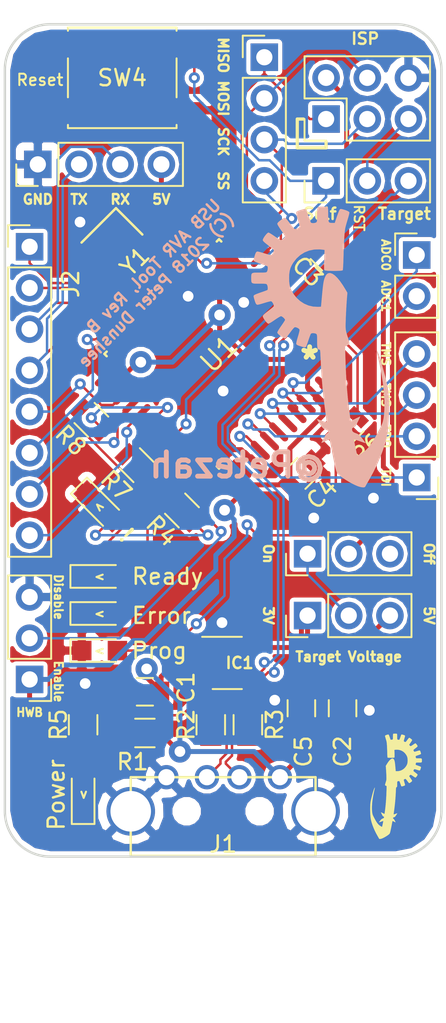
<source format=kicad_pcb>
(kicad_pcb (version 4) (host pcbnew 4.0.6)

  (general
    (links 90)
    (no_connects 0)
    (area 144.550001 68.805174 204.016428 149.219001)
    (thickness 1.6)
    (drawings 55)
    (tracks 459)
    (zones 0)
    (modules 35)
    (nets 49)
  )

  (page A4)
  (title_block
    (title "USB AVR Tool")
    (date 2018-06-12)
    (rev B)
    (company Petezah)
  )

  (layers
    (0 F.Cu signal)
    (31 B.Cu signal)
    (32 B.Adhes user)
    (33 F.Adhes user)
    (34 B.Paste user)
    (35 F.Paste user)
    (36 B.SilkS user)
    (37 F.SilkS user)
    (38 B.Mask user)
    (39 F.Mask user)
    (40 Dwgs.User user hide)
    (41 Cmts.User user)
    (42 Eco1.User user)
    (43 Eco2.User user)
    (44 Edge.Cuts user)
    (45 Margin user hide)
    (46 B.CrtYd user hide)
    (47 F.CrtYd user hide)
    (48 B.Fab user hide)
    (49 F.Fab user hide)
  )

  (setup
    (last_trace_width 0.1524)
    (trace_clearance 0.1524)
    (zone_clearance 0.254)
    (zone_45_only no)
    (trace_min 0.1524)
    (segment_width 0.2)
    (edge_width 0.15)
    (via_size 0.6858)
    (via_drill 0.3302)
    (via_min_size 0.6858)
    (via_min_drill 0.254)
    (uvia_size 0.6858)
    (uvia_drill 0.3302)
    (uvias_allowed no)
    (uvia_min_size 0)
    (uvia_min_drill 0)
    (pcb_text_width 0.3)
    (pcb_text_size 1.5 1.5)
    (mod_edge_width 0.15)
    (mod_text_size 1 1)
    (mod_text_width 0.15)
    (pad_size 1.524 1.524)
    (pad_drill 0.762)
    (pad_to_mask_clearance 0.0508)
    (aux_axis_origin 0 0)
    (visible_elements 7FFFFFFF)
    (pcbplotparams
      (layerselection 0x010fc_80000001)
      (usegerberextensions false)
      (excludeedgelayer true)
      (linewidth 0.100000)
      (plotframeref false)
      (viasonmask false)
      (mode 1)
      (useauxorigin false)
      (hpglpennumber 1)
      (hpglpenspeed 20)
      (hpglpendiameter 15)
      (hpglpenoverlay 2)
      (psnegative false)
      (psa4output false)
      (plotreference true)
      (plotvalue true)
      (plotinvisibletext false)
      (padsonsilk false)
      (subtractmaskfromsilk false)
      (outputformat 1)
      (mirror false)
      (drillshape 0)
      (scaleselection 1)
      (outputdirectory gerbers))
  )

  (net 0 "")
  (net 1 +5V)
  (net 2 GND)
  (net 3 "Net-(C3-Pad1)")
  (net 4 +3V3)
  (net 5 /MISO)
  (net 6 VCC)
  (net 7 /SCK)
  (net 8 /MOSI)
  (net 9 /ISP_RST)
  (net 10 "Net-(D1-Pad2)")
  (net 11 "Net-(D2-Pad2)")
  (net 12 "Net-(D3-Pad2)")
  (net 13 "Net-(D4-Pad2)")
  (net 14 "Net-(D5-Pad2)")
  (net 15 "Net-(IC1-Pad3)")
  (net 16 "Net-(IC1-Pad4)")
  (net 17 /PD0)
  (net 18 /PD1)
  (net 19 /PD4)
  (net 20 /PD5)
  (net 21 /PD6)
  (net 22 /PD7)
  (net 23 /JTAG_TDI)
  (net 24 /JTAG_TDO)
  (net 25 /JTAG_TMS)
  (net 26 /JTAG_TCK)
  (net 27 /ADC0)
  (net 28 /ADC1)
  (net 29 /SPI_SS)
  (net 30 /LED_STATUS)
  (net 31 /LED_PMODE)
  (net 32 /LED_HEARTBEAT)
  (net 33 /LED_ERR)
  (net 34 /HWB)
  (net 35 /RST)
  (net 36 /TARGET_RST)
  (net 37 "Net-(U1-Pad12)")
  (net 38 "Net-(U1-Pad16)")
  (net 39 "Net-(U1-Pad17)")
  (net 40 "Net-(U1-Pad31)")
  (net 41 /PD2/RX)
  (net 42 /PD3/TX)
  (net 43 "Net-(J8-Pad1)")
  (net 44 "Net-(J8-Pad3)")
  (net 45 /USB_D-)
  (net 46 /USB_D+)
  (net 47 /D+)
  (net 48 /D-)

  (net_class Default "This is the default net class."
    (clearance 0.1524)
    (trace_width 0.1524)
    (via_dia 0.6858)
    (via_drill 0.3302)
    (uvia_dia 0.6858)
    (uvia_drill 0.3302)
    (add_net /ADC0)
    (add_net /ADC1)
    (add_net /D+)
    (add_net /D-)
    (add_net /HWB)
    (add_net /ISP_RST)
    (add_net /JTAG_TCK)
    (add_net /JTAG_TDI)
    (add_net /JTAG_TDO)
    (add_net /JTAG_TMS)
    (add_net /LED_ERR)
    (add_net /LED_HEARTBEAT)
    (add_net /LED_PMODE)
    (add_net /LED_STATUS)
    (add_net /MISO)
    (add_net /MOSI)
    (add_net /PD0)
    (add_net /PD1)
    (add_net /PD2/RX)
    (add_net /PD3/TX)
    (add_net /PD4)
    (add_net /PD5)
    (add_net /PD6)
    (add_net /PD7)
    (add_net /RST)
    (add_net /SCK)
    (add_net /SPI_SS)
    (add_net /TARGET_RST)
    (add_net /USB_D+)
    (add_net /USB_D-)
    (add_net "Net-(C3-Pad1)")
    (add_net "Net-(D1-Pad2)")
    (add_net "Net-(D2-Pad2)")
    (add_net "Net-(D3-Pad2)")
    (add_net "Net-(D4-Pad2)")
    (add_net "Net-(D5-Pad2)")
    (add_net "Net-(IC1-Pad3)")
    (add_net "Net-(IC1-Pad4)")
    (add_net "Net-(J8-Pad1)")
    (add_net "Net-(J8-Pad3)")
    (add_net "Net-(U1-Pad12)")
    (add_net "Net-(U1-Pad16)")
    (add_net "Net-(U1-Pad17)")
    (add_net "Net-(U1-Pad31)")
  )

  (net_class Power ""
    (clearance 0.254)
    (trace_width 0.3048)
    (via_dia 1.3716)
    (via_drill 0.6604)
    (uvia_dia 1.3716)
    (uvia_drill 0.6604)
    (add_net +3V3)
    (add_net +5V)
    (add_net GND)
    (add_net VCC)
  )

  (module kicad-libs:ATmega32u4-TQFP44 (layer F.Cu) (tedit 0) (tstamp 5AF5AA07)
    (at 183.896 107.696 225)
    (tags "TQFP TQFP-44 TQFP44")
    (path /5AF25654)
    (fp_text reference U1 (at 0 0 225) (layer F.SilkS)
      (effects (font (size 1.2 1.2) (thickness 0.15)))
    )
    (fp_text value ATMEGA32U4-AU (at 0 7.95 225) (layer F.Fab)
      (effects (font (size 1.2 1.2) (thickness 0.15)))
    )
    (fp_line (start -5 -4.8) (end -4.8 -5) (layer F.SilkS) (width 0.15))
    (fp_line (start 4.8 -5) (end 5 -5) (layer F.SilkS) (width 0.15))
    (fp_line (start 5 -5) (end 5 -4.8) (layer F.SilkS) (width 0.15))
    (fp_line (start -4.8 5) (end -5 5) (layer F.SilkS) (width 0.15))
    (fp_line (start -5 5) (end -5 4.8) (layer F.SilkS) (width 0.15))
    (fp_line (start 4.8 5) (end 5 5) (layer F.SilkS) (width 0.15))
    (fp_line (start 5 5) (end 5 4.8) (layer F.SilkS) (width 0.15))
    (fp_line (start -6.75 -6.75) (end 6.75 -6.75) (layer F.CrtYd) (width 0.15))
    (fp_line (start 6.75 -6.75) (end 6.75 6.75) (layer F.CrtYd) (width 0.15))
    (fp_line (start 6.75 6.75) (end -6.75 6.75) (layer F.CrtYd) (width 0.15))
    (fp_line (start -6.75 6.75) (end -6.75 -6.75) (layer F.CrtYd) (width 0.15))
    (pad 1 smd oval (at -6 -4 315) (size 0.4 1.5) (layers F.Cu F.Paste F.Mask)
      (net 31 /LED_PMODE))
    (pad 2 smd oval (at -6 -3.2 315) (size 0.4 1.5) (layers F.Cu F.Paste F.Mask)
      (net 1 +5V))
    (pad 3 smd oval (at -6 -2.4 315) (size 0.4 1.5) (layers F.Cu F.Paste F.Mask)
      (net 48 /D-))
    (pad 4 smd oval (at -6 -1.6 315) (size 0.4 1.5) (layers F.Cu F.Paste F.Mask)
      (net 47 /D+))
    (pad 5 smd oval (at -6 -0.8 315) (size 0.4 1.5) (layers F.Cu F.Paste F.Mask)
      (net 2 GND))
    (pad 6 smd oval (at -6 0 315) (size 0.4 1.5) (layers F.Cu F.Paste F.Mask)
      (net 3 "Net-(C3-Pad1)"))
    (pad 7 smd oval (at -6 0.8 315) (size 0.4 1.5) (layers F.Cu F.Paste F.Mask)
      (net 1 +5V))
    (pad 8 smd oval (at -6 1.6 315) (size 0.4 1.5) (layers F.Cu F.Paste F.Mask)
      (net 29 /SPI_SS))
    (pad 9 smd oval (at -6 2.4 315) (size 0.4 1.5) (layers F.Cu F.Paste F.Mask)
      (net 7 /SCK))
    (pad 10 smd oval (at -6 3.2 315) (size 0.4 1.5) (layers F.Cu F.Paste F.Mask)
      (net 8 /MOSI))
    (pad 11 smd oval (at -6 4 315) (size 0.4 1.5) (layers F.Cu F.Paste F.Mask)
      (net 5 /MISO))
    (pad 12 smd oval (at -4 6 225) (size 0.4 1.5) (layers F.Cu F.Paste F.Mask)
      (net 37 "Net-(U1-Pad12)"))
    (pad 13 smd oval (at -3.2 6 225) (size 0.4 1.5) (layers F.Cu F.Paste F.Mask)
      (net 35 /RST))
    (pad 14 smd oval (at -2.4 6 225) (size 0.4 1.5) (layers F.Cu F.Paste F.Mask)
      (net 1 +5V))
    (pad 15 smd oval (at -1.6 6 225) (size 0.4 1.5) (layers F.Cu F.Paste F.Mask)
      (net 2 GND))
    (pad 16 smd oval (at -0.8 6 225) (size 0.4 1.5) (layers F.Cu F.Paste F.Mask)
      (net 38 "Net-(U1-Pad16)"))
    (pad 17 smd oval (at 0 6 225) (size 0.4 1.5) (layers F.Cu F.Paste F.Mask)
      (net 39 "Net-(U1-Pad17)"))
    (pad 18 smd oval (at 0.8 6 225) (size 0.4 1.5) (layers F.Cu F.Paste F.Mask)
      (net 17 /PD0))
    (pad 19 smd oval (at 1.6 6 225) (size 0.4 1.5) (layers F.Cu F.Paste F.Mask)
      (net 18 /PD1))
    (pad 20 smd oval (at 2.4 6 225) (size 0.4 1.5) (layers F.Cu F.Paste F.Mask)
      (net 41 /PD2/RX))
    (pad 21 smd oval (at 3.2 6 225) (size 0.4 1.5) (layers F.Cu F.Paste F.Mask)
      (net 42 /PD3/TX))
    (pad 22 smd oval (at 4 6 225) (size 0.4 1.5) (layers F.Cu F.Paste F.Mask)
      (net 20 /PD5))
    (pad 23 smd oval (at 6 4 315) (size 0.4 1.5) (layers F.Cu F.Paste F.Mask)
      (net 2 GND))
    (pad 24 smd oval (at 6 3.2 315) (size 0.4 1.5) (layers F.Cu F.Paste F.Mask)
      (net 1 +5V))
    (pad 25 smd oval (at 6 2.4 315) (size 0.4 1.5) (layers F.Cu F.Paste F.Mask)
      (net 19 /PD4))
    (pad 26 smd oval (at 6 1.6 315) (size 0.4 1.5) (layers F.Cu F.Paste F.Mask)
      (net 21 /PD6))
    (pad 27 smd oval (at 6 0.8 315) (size 0.4 1.5) (layers F.Cu F.Paste F.Mask)
      (net 22 /PD7))
    (pad 28 smd oval (at 6 0 315) (size 0.4 1.5) (layers F.Cu F.Paste F.Mask)
      (net 33 /LED_ERR))
    (pad 29 smd oval (at 6 -0.8 315) (size 0.4 1.5) (layers F.Cu F.Paste F.Mask)
      (net 32 /LED_HEARTBEAT))
    (pad 30 smd oval (at 6 -1.6 315) (size 0.4 1.5) (layers F.Cu F.Paste F.Mask)
      (net 36 /TARGET_RST))
    (pad 31 smd oval (at 6 -2.4 315) (size 0.4 1.5) (layers F.Cu F.Paste F.Mask)
      (net 40 "Net-(U1-Pad31)"))
    (pad 32 smd oval (at 6 -3.2 315) (size 0.4 1.5) (layers F.Cu F.Paste F.Mask)
      (net 30 /LED_STATUS))
    (pad 33 smd oval (at 6 -4 315) (size 0.4 1.5) (layers F.Cu F.Paste F.Mask)
      (net 34 /HWB))
    (pad 34 smd oval (at 4 -6 225) (size 0.4 1.5) (layers F.Cu F.Paste F.Mask)
      (net 1 +5V))
    (pad 35 smd oval (at 3.2 -6 225) (size 0.4 1.5) (layers F.Cu F.Paste F.Mask)
      (net 2 GND))
    (pad 36 smd oval (at 2.4 -6 225) (size 0.4 1.5) (layers F.Cu F.Paste F.Mask)
      (net 23 /JTAG_TDI))
    (pad 37 smd oval (at 1.6 -6 225) (size 0.4 1.5) (layers F.Cu F.Paste F.Mask)
      (net 24 /JTAG_TDO))
    (pad 38 smd oval (at 0.8 -6 225) (size 0.4 1.5) (layers F.Cu F.Paste F.Mask)
      (net 25 /JTAG_TMS))
    (pad 39 smd oval (at 0 -6 225) (size 0.4 1.5) (layers F.Cu F.Paste F.Mask)
      (net 26 /JTAG_TCK))
    (pad 40 smd oval (at -0.8 -6 225) (size 0.4 1.5) (layers F.Cu F.Paste F.Mask)
      (net 28 /ADC1))
    (pad 41 smd oval (at -1.6 -6 225) (size 0.4 1.5) (layers F.Cu F.Paste F.Mask)
      (net 27 /ADC0))
    (pad 42 smd oval (at -2.4 -6 225) (size 0.4 1.5) (layers F.Cu F.Paste F.Mask)
      (net 1 +5V))
    (pad 43 smd oval (at -3.2 -6 225) (size 0.4 1.5) (layers F.Cu F.Paste F.Mask)
      (net 2 GND))
    (pad 44 smd oval (at -4 -6 225) (size 0.4 1.5) (layers F.Cu F.Paste F.Mask)
      (net 1 +5V))
  )

  (module Capacitors_SMD:C_0805 (layer F.Cu) (tedit 58AA8463) (tstamp 5AF5A75C)
    (at 179.324 128.524 180)
    (descr "Capacitor SMD 0805, reflow soldering, AVX (see smccp.pdf)")
    (tags "capacitor 0805")
    (path /5AEFD510)
    (attr smd)
    (fp_text reference C1 (at -2.54 0.254 450) (layer F.SilkS)
      (effects (font (size 1 1) (thickness 0.15)))
    )
    (fp_text value 10uF (at 0 1.75 180) (layer F.Fab)
      (effects (font (size 1 1) (thickness 0.15)))
    )
    (fp_text user %R (at 0 -1.5 180) (layer F.Fab)
      (effects (font (size 1 1) (thickness 0.15)))
    )
    (fp_line (start -1 0.62) (end -1 -0.62) (layer F.Fab) (width 0.1))
    (fp_line (start 1 0.62) (end -1 0.62) (layer F.Fab) (width 0.1))
    (fp_line (start 1 -0.62) (end 1 0.62) (layer F.Fab) (width 0.1))
    (fp_line (start -1 -0.62) (end 1 -0.62) (layer F.Fab) (width 0.1))
    (fp_line (start 0.5 -0.85) (end -0.5 -0.85) (layer F.SilkS) (width 0.12))
    (fp_line (start -0.5 0.85) (end 0.5 0.85) (layer F.SilkS) (width 0.12))
    (fp_line (start -1.75 -0.88) (end 1.75 -0.88) (layer F.CrtYd) (width 0.05))
    (fp_line (start -1.75 -0.88) (end -1.75 0.87) (layer F.CrtYd) (width 0.05))
    (fp_line (start 1.75 0.87) (end 1.75 -0.88) (layer F.CrtYd) (width 0.05))
    (fp_line (start 1.75 0.87) (end -1.75 0.87) (layer F.CrtYd) (width 0.05))
    (pad 1 smd rect (at -1 0 180) (size 1 1.25) (layers F.Cu F.Paste F.Mask)
      (net 1 +5V))
    (pad 2 smd rect (at 1 0 180) (size 1 1.25) (layers F.Cu F.Paste F.Mask)
      (net 2 GND))
    (model Capacitors_SMD.3dshapes/C_0805.wrl
      (at (xyz 0 0 0))
      (scale (xyz 1 1 1))
      (rotate (xyz 0 0 0))
    )
  )

  (module Capacitors_SMD:C_0805 (layer F.Cu) (tedit 58AA8463) (tstamp 5AF5A76D)
    (at 191.516 129.54 270)
    (descr "Capacitor SMD 0805, reflow soldering, AVX (see smccp.pdf)")
    (tags "capacitor 0805")
    (path /5AE0EEC5)
    (attr smd)
    (fp_text reference C2 (at 2.667 0 270) (layer F.SilkS)
      (effects (font (size 1 1) (thickness 0.15)))
    )
    (fp_text value 0.1uF (at 0 1.75 270) (layer F.Fab)
      (effects (font (size 1 1) (thickness 0.15)))
    )
    (fp_text user %R (at 0 -1.5 270) (layer F.Fab)
      (effects (font (size 1 1) (thickness 0.15)))
    )
    (fp_line (start -1 0.62) (end -1 -0.62) (layer F.Fab) (width 0.1))
    (fp_line (start 1 0.62) (end -1 0.62) (layer F.Fab) (width 0.1))
    (fp_line (start 1 -0.62) (end 1 0.62) (layer F.Fab) (width 0.1))
    (fp_line (start -1 -0.62) (end 1 -0.62) (layer F.Fab) (width 0.1))
    (fp_line (start 0.5 -0.85) (end -0.5 -0.85) (layer F.SilkS) (width 0.12))
    (fp_line (start -0.5 0.85) (end 0.5 0.85) (layer F.SilkS) (width 0.12))
    (fp_line (start -1.75 -0.88) (end 1.75 -0.88) (layer F.CrtYd) (width 0.05))
    (fp_line (start -1.75 -0.88) (end -1.75 0.87) (layer F.CrtYd) (width 0.05))
    (fp_line (start 1.75 0.87) (end 1.75 -0.88) (layer F.CrtYd) (width 0.05))
    (fp_line (start 1.75 0.87) (end -1.75 0.87) (layer F.CrtYd) (width 0.05))
    (pad 1 smd rect (at -1 0 270) (size 1 1.25) (layers F.Cu F.Paste F.Mask)
      (net 1 +5V))
    (pad 2 smd rect (at 1 0 270) (size 1 1.25) (layers F.Cu F.Paste F.Mask)
      (net 2 GND))
    (model Capacitors_SMD.3dshapes/C_0805.wrl
      (at (xyz 0 0 0))
      (scale (xyz 1 1 1))
      (rotate (xyz 0 0 0))
    )
  )

  (module Capacitors_SMD:C_0805 (layer F.Cu) (tedit 58AA8463) (tstamp 5AF5A77E)
    (at 190.5 101.6 315)
    (descr "Capacitor SMD 0805, reflow soldering, AVX (see smccp.pdf)")
    (tags "capacitor 0805")
    (path /5ADF9CD2)
    (attr smd)
    (fp_text reference C3 (at -0.089803 1.526644 315) (layer F.SilkS)
      (effects (font (size 1 1) (thickness 0.15)))
    )
    (fp_text value 0.1uF (at 0 1.75 315) (layer F.Fab)
      (effects (font (size 1 1) (thickness 0.15)))
    )
    (fp_text user %R (at 0 -1.5 315) (layer F.Fab)
      (effects (font (size 1 1) (thickness 0.15)))
    )
    (fp_line (start -1 0.62) (end -1 -0.62) (layer F.Fab) (width 0.1))
    (fp_line (start 1 0.62) (end -1 0.62) (layer F.Fab) (width 0.1))
    (fp_line (start 1 -0.62) (end 1 0.62) (layer F.Fab) (width 0.1))
    (fp_line (start -1 -0.62) (end 1 -0.62) (layer F.Fab) (width 0.1))
    (fp_line (start 0.5 -0.85) (end -0.5 -0.85) (layer F.SilkS) (width 0.12))
    (fp_line (start -0.5 0.85) (end 0.5 0.85) (layer F.SilkS) (width 0.12))
    (fp_line (start -1.75 -0.88) (end 1.75 -0.88) (layer F.CrtYd) (width 0.05))
    (fp_line (start -1.75 -0.88) (end -1.75 0.87) (layer F.CrtYd) (width 0.05))
    (fp_line (start 1.75 0.87) (end 1.75 -0.88) (layer F.CrtYd) (width 0.05))
    (fp_line (start 1.75 0.87) (end -1.75 0.87) (layer F.CrtYd) (width 0.05))
    (pad 1 smd rect (at -1 0 315) (size 1 1.25) (layers F.Cu F.Paste F.Mask)
      (net 3 "Net-(C3-Pad1)"))
    (pad 2 smd rect (at 1 0 315) (size 1 1.25) (layers F.Cu F.Paste F.Mask)
      (net 2 GND))
    (model Capacitors_SMD.3dshapes/C_0805.wrl
      (at (xyz 0 0 0))
      (scale (xyz 1 1 1))
      (rotate (xyz 0 0 0))
    )
  )

  (module Capacitors_SMD:C_0805 (layer F.Cu) (tedit 58AA8463) (tstamp 5AF5A78F)
    (at 188.976 115.062 45)
    (descr "Capacitor SMD 0805, reflow soldering, AVX (see smccp.pdf)")
    (tags "capacitor 0805")
    (path /5AE0EF25)
    (attr smd)
    (fp_text reference C4 (at 0 1.796051 45) (layer F.SilkS)
      (effects (font (size 1 1) (thickness 0.15)))
    )
    (fp_text value 10uF (at 0 1.75 45) (layer F.Fab)
      (effects (font (size 1 1) (thickness 0.15)))
    )
    (fp_text user %R (at 0 -1.5 45) (layer F.Fab)
      (effects (font (size 1 1) (thickness 0.15)))
    )
    (fp_line (start -1 0.62) (end -1 -0.62) (layer F.Fab) (width 0.1))
    (fp_line (start 1 0.62) (end -1 0.62) (layer F.Fab) (width 0.1))
    (fp_line (start 1 -0.62) (end 1 0.62) (layer F.Fab) (width 0.1))
    (fp_line (start -1 -0.62) (end 1 -0.62) (layer F.Fab) (width 0.1))
    (fp_line (start 0.5 -0.85) (end -0.5 -0.85) (layer F.SilkS) (width 0.12))
    (fp_line (start -0.5 0.85) (end 0.5 0.85) (layer F.SilkS) (width 0.12))
    (fp_line (start -1.75 -0.88) (end 1.75 -0.88) (layer F.CrtYd) (width 0.05))
    (fp_line (start -1.75 -0.88) (end -1.75 0.87) (layer F.CrtYd) (width 0.05))
    (fp_line (start 1.75 0.87) (end 1.75 -0.88) (layer F.CrtYd) (width 0.05))
    (fp_line (start 1.75 0.87) (end -1.75 0.87) (layer F.CrtYd) (width 0.05))
    (pad 1 smd rect (at -1 0 45) (size 1 1.25) (layers F.Cu F.Paste F.Mask)
      (net 1 +5V))
    (pad 2 smd rect (at 1 0 45) (size 1 1.25) (layers F.Cu F.Paste F.Mask)
      (net 2 GND))
    (model Capacitors_SMD.3dshapes/C_0805.wrl
      (at (xyz 0 0 0))
      (scale (xyz 1 1 1))
      (rotate (xyz 0 0 0))
    )
  )

  (module Capacitors_SMD:C_0805 (layer F.Cu) (tedit 58AA8463) (tstamp 5AF5A7A0)
    (at 188.976 129.54 270)
    (descr "Capacitor SMD 0805, reflow soldering, AVX (see smccp.pdf)")
    (tags "capacitor 0805")
    (path /5AEFD577)
    (attr smd)
    (fp_text reference C5 (at 2.667 -0.127 270) (layer F.SilkS)
      (effects (font (size 1 1) (thickness 0.15)))
    )
    (fp_text value 10uf (at 0 1.75 270) (layer F.Fab)
      (effects (font (size 1 1) (thickness 0.15)))
    )
    (fp_text user %R (at 0 -1.5 270) (layer F.Fab)
      (effects (font (size 1 1) (thickness 0.15)))
    )
    (fp_line (start -1 0.62) (end -1 -0.62) (layer F.Fab) (width 0.1))
    (fp_line (start 1 0.62) (end -1 0.62) (layer F.Fab) (width 0.1))
    (fp_line (start 1 -0.62) (end 1 0.62) (layer F.Fab) (width 0.1))
    (fp_line (start -1 -0.62) (end 1 -0.62) (layer F.Fab) (width 0.1))
    (fp_line (start 0.5 -0.85) (end -0.5 -0.85) (layer F.SilkS) (width 0.12))
    (fp_line (start -0.5 0.85) (end 0.5 0.85) (layer F.SilkS) (width 0.12))
    (fp_line (start -1.75 -0.88) (end 1.75 -0.88) (layer F.CrtYd) (width 0.05))
    (fp_line (start -1.75 -0.88) (end -1.75 0.87) (layer F.CrtYd) (width 0.05))
    (fp_line (start 1.75 0.87) (end 1.75 -0.88) (layer F.CrtYd) (width 0.05))
    (fp_line (start 1.75 0.87) (end -1.75 0.87) (layer F.CrtYd) (width 0.05))
    (pad 1 smd rect (at -1 0 270) (size 1 1.25) (layers F.Cu F.Paste F.Mask)
      (net 4 +3V3))
    (pad 2 smd rect (at 1 0 270) (size 1 1.25) (layers F.Cu F.Paste F.Mask)
      (net 2 GND))
    (model Capacitors_SMD.3dshapes/C_0805.wrl
      (at (xyz 0 0 0))
      (scale (xyz 1 1 1))
      (rotate (xyz 0 0 0))
    )
  )

  (module Pin_Headers:Pin_Header_Straight_2x03_Pitch2.54mm (layer F.Cu) (tedit 5B0336ED) (tstamp 5AF5A7BC)
    (at 190.5 93.218 90)
    (descr "Through hole straight pin header, 2x03, 2.54mm pitch, double rows")
    (tags "Through hole pin header THT 2x03 2.54mm double row")
    (path /5AECB9AB)
    (fp_text reference CON1 (at 5.08 2.54 180) (layer Dwgs.User)
      (effects (font (size 1 1) (thickness 0.15)))
    )
    (fp_text value AVR-ISP-6 (at 1.27 7.41 90) (layer F.Fab)
      (effects (font (size 1 1) (thickness 0.15)))
    )
    (fp_line (start 0 -1.27) (end 3.81 -1.27) (layer F.Fab) (width 0.1))
    (fp_line (start 3.81 -1.27) (end 3.81 6.35) (layer F.Fab) (width 0.1))
    (fp_line (start 3.81 6.35) (end -1.27 6.35) (layer F.Fab) (width 0.1))
    (fp_line (start -1.27 6.35) (end -1.27 0) (layer F.Fab) (width 0.1))
    (fp_line (start -1.27 0) (end 0 -1.27) (layer F.Fab) (width 0.1))
    (fp_line (start -1.33 6.41) (end 3.87 6.41) (layer F.SilkS) (width 0.12))
    (fp_line (start -1.33 1.27) (end -1.33 6.41) (layer F.SilkS) (width 0.12))
    (fp_line (start 3.87 -1.33) (end 3.87 6.41) (layer F.SilkS) (width 0.12))
    (fp_line (start -1.33 1.27) (end 1.27 1.27) (layer F.SilkS) (width 0.12))
    (fp_line (start 1.27 1.27) (end 1.27 -1.33) (layer F.SilkS) (width 0.12))
    (fp_line (start 1.27 -1.33) (end 3.87 -1.33) (layer F.SilkS) (width 0.12))
    (fp_line (start -1.33 0) (end -1.33 -1.33) (layer F.SilkS) (width 0.12))
    (fp_line (start -1.33 -1.33) (end 0 -1.33) (layer F.SilkS) (width 0.12))
    (fp_line (start -1.8 -1.8) (end -1.8 6.85) (layer F.CrtYd) (width 0.05))
    (fp_line (start -1.8 6.85) (end 4.35 6.85) (layer F.CrtYd) (width 0.05))
    (fp_line (start 4.35 6.85) (end 4.35 -1.8) (layer F.CrtYd) (width 0.05))
    (fp_line (start 4.35 -1.8) (end -1.8 -1.8) (layer F.CrtYd) (width 0.05))
    (fp_text user %R (at 1.27 2.54 180) (layer F.Fab)
      (effects (font (size 1 1) (thickness 0.15)))
    )
    (pad 1 thru_hole rect (at 0 0 90) (size 1.7 1.7) (drill 1) (layers *.Cu *.Mask)
      (net 5 /MISO))
    (pad 2 thru_hole oval (at 2.54 0 90) (size 1.7 1.7) (drill 1) (layers *.Cu *.Mask)
      (net 6 VCC))
    (pad 3 thru_hole oval (at 0 2.54 90) (size 1.7 1.7) (drill 1) (layers *.Cu *.Mask)
      (net 7 /SCK))
    (pad 4 thru_hole oval (at 2.54 2.54 90) (size 1.7 1.7) (drill 1) (layers *.Cu *.Mask)
      (net 8 /MOSI))
    (pad 5 thru_hole oval (at 0 5.08 90) (size 1.7 1.7) (drill 1) (layers *.Cu *.Mask)
      (net 9 /ISP_RST))
    (pad 6 thru_hole oval (at 2.54 5.08 90) (size 1.7 1.7) (drill 1) (layers *.Cu *.Mask)
      (net 2 GND))
    (model ${KISYS3DMOD}/Pin_Headers.3dshapes/Pin_Header_Straight_2x03_Pitch2.54mm.wrl
      (at (xyz 0 0 0))
      (scale (xyz 1 1 1))
      (rotate (xyz 0 0 0))
    )
  )

  (module LEDs:LED_0805 (layer F.Cu) (tedit 5B04844A) (tstamp 5AF5A7D2)
    (at 176.53 117.094 315)
    (descr "LED 0805 smd package")
    (tags "LED led 0805 SMD smd SMT smt smdled SMDLED smtled SMTLED")
    (path /5AF36573)
    (attr smd)
    (fp_text reference D1 (at 3.053287 0.179605 315) (layer F.Fab)
      (effects (font (size 1 1) (thickness 0.15)))
    )
    (fp_text value Red (at 2.694077 0.179605 315) (layer Dwgs.User)
      (effects (font (size 1 1) (thickness 0.15)))
    )
    (fp_line (start -1.8 -0.7) (end -1.8 0.7) (layer F.SilkS) (width 0.12))
    (fp_line (start -0.4 -0.4) (end -0.4 0.4) (layer F.Fab) (width 0.1))
    (fp_line (start -0.4 0) (end 0.2 -0.4) (layer F.Fab) (width 0.1))
    (fp_line (start 0.2 0.4) (end -0.4 0) (layer F.Fab) (width 0.1))
    (fp_line (start 0.2 -0.4) (end 0.2 0.4) (layer F.Fab) (width 0.1))
    (fp_line (start 1 0.6) (end -1 0.6) (layer F.Fab) (width 0.1))
    (fp_line (start 1 -0.6) (end 1 0.6) (layer F.Fab) (width 0.1))
    (fp_line (start -1 -0.6) (end 1 -0.6) (layer F.Fab) (width 0.1))
    (fp_line (start -1 0.6) (end -1 -0.6) (layer F.Fab) (width 0.1))
    (fp_line (start -1.8 0.7) (end 1 0.7) (layer F.SilkS) (width 0.12))
    (fp_line (start -1.8 -0.7) (end 1 -0.7) (layer F.SilkS) (width 0.12))
    (fp_line (start 1.95 -0.85) (end 1.95 0.85) (layer F.CrtYd) (width 0.05))
    (fp_line (start 1.95 0.85) (end -1.95 0.85) (layer F.CrtYd) (width 0.05))
    (fp_line (start -1.95 0.85) (end -1.95 -0.85) (layer F.CrtYd) (width 0.05))
    (fp_line (start -1.95 -0.85) (end 1.95 -0.85) (layer F.CrtYd) (width 0.05))
    (fp_text user %R (at 0 -1.25 315) (layer F.Fab)
      (effects (font (size 0.4 0.4) (thickness 0.1)))
    )
    (pad 2 smd rect (at 1.1 0 135) (size 1.2 1.2) (layers F.Cu F.Paste F.Mask)
      (net 10 "Net-(D1-Pad2)"))
    (pad 1 smd rect (at -1.1 0 135) (size 1.2 1.2) (layers F.Cu F.Paste F.Mask)
      (net 2 GND))
    (model ${KISYS3DMOD}/LEDs.3dshapes/LED_0805.wrl
      (at (xyz 0 0 0))
      (scale (xyz 1 1 1))
      (rotate (xyz 0 0 180))
    )
  )

  (module LEDs:LED_0805 (layer F.Cu) (tedit 5B04841B) (tstamp 5AF5A7E8)
    (at 175.514 134.874 90)
    (descr "LED 0805 smd package")
    (tags "LED led 0805 SMD smd SMT smt smdled SMDLED smtled SMTLED")
    (path /5AF369C9)
    (attr smd)
    (fp_text reference D2 (at -2.794 0 180) (layer F.Fab)
      (effects (font (size 1 1) (thickness 0.15)))
    )
    (fp_text value Blue (at 0.127 -1.651 90) (layer Dwgs.User)
      (effects (font (size 1 1) (thickness 0.15)))
    )
    (fp_line (start -1.8 -0.7) (end -1.8 0.7) (layer F.SilkS) (width 0.12))
    (fp_line (start -0.4 -0.4) (end -0.4 0.4) (layer F.Fab) (width 0.1))
    (fp_line (start -0.4 0) (end 0.2 -0.4) (layer F.Fab) (width 0.1))
    (fp_line (start 0.2 0.4) (end -0.4 0) (layer F.Fab) (width 0.1))
    (fp_line (start 0.2 -0.4) (end 0.2 0.4) (layer F.Fab) (width 0.1))
    (fp_line (start 1 0.6) (end -1 0.6) (layer F.Fab) (width 0.1))
    (fp_line (start 1 -0.6) (end 1 0.6) (layer F.Fab) (width 0.1))
    (fp_line (start -1 -0.6) (end 1 -0.6) (layer F.Fab) (width 0.1))
    (fp_line (start -1 0.6) (end -1 -0.6) (layer F.Fab) (width 0.1))
    (fp_line (start -1.8 0.7) (end 1 0.7) (layer F.SilkS) (width 0.12))
    (fp_line (start -1.8 -0.7) (end 1 -0.7) (layer F.SilkS) (width 0.12))
    (fp_line (start 1.95 -0.85) (end 1.95 0.85) (layer F.CrtYd) (width 0.05))
    (fp_line (start 1.95 0.85) (end -1.95 0.85) (layer F.CrtYd) (width 0.05))
    (fp_line (start -1.95 0.85) (end -1.95 -0.85) (layer F.CrtYd) (width 0.05))
    (fp_line (start -1.95 -0.85) (end 1.95 -0.85) (layer F.CrtYd) (width 0.05))
    (fp_text user %R (at 0 -1.25 90) (layer F.Fab)
      (effects (font (size 0.4 0.4) (thickness 0.1)))
    )
    (pad 2 smd rect (at 1.1 0 270) (size 1.2 1.2) (layers F.Cu F.Paste F.Mask)
      (net 11 "Net-(D2-Pad2)"))
    (pad 1 smd rect (at -1.1 0 270) (size 1.2 1.2) (layers F.Cu F.Paste F.Mask)
      (net 2 GND))
    (model ${KISYS3DMOD}/LEDs.3dshapes/LED_0805.wrl
      (at (xyz 0 0 0))
      (scale (xyz 1 1 1))
      (rotate (xyz 0 0 180))
    )
  )

  (module LEDs:LED_0805 (layer F.Cu) (tedit 5B048436) (tstamp 5AF5A7FE)
    (at 176.53 125.984)
    (descr "LED 0805 smd package")
    (tags "LED led 0805 SMD smd SMT smt smdled SMDLED smtled SMTLED")
    (path /5AF4719E)
    (attr smd)
    (fp_text reference D3 (at 3.048 0) (layer F.Fab)
      (effects (font (size 1 1) (thickness 0.15)))
    )
    (fp_text value Yellow (at 3.81 0) (layer Dwgs.User)
      (effects (font (size 1 1) (thickness 0.15)))
    )
    (fp_line (start -1.8 -0.7) (end -1.8 0.7) (layer F.SilkS) (width 0.12))
    (fp_line (start -0.4 -0.4) (end -0.4 0.4) (layer F.Fab) (width 0.1))
    (fp_line (start -0.4 0) (end 0.2 -0.4) (layer F.Fab) (width 0.1))
    (fp_line (start 0.2 0.4) (end -0.4 0) (layer F.Fab) (width 0.1))
    (fp_line (start 0.2 -0.4) (end 0.2 0.4) (layer F.Fab) (width 0.1))
    (fp_line (start 1 0.6) (end -1 0.6) (layer F.Fab) (width 0.1))
    (fp_line (start 1 -0.6) (end 1 0.6) (layer F.Fab) (width 0.1))
    (fp_line (start -1 -0.6) (end 1 -0.6) (layer F.Fab) (width 0.1))
    (fp_line (start -1 0.6) (end -1 -0.6) (layer F.Fab) (width 0.1))
    (fp_line (start -1.8 0.7) (end 1 0.7) (layer F.SilkS) (width 0.12))
    (fp_line (start -1.8 -0.7) (end 1 -0.7) (layer F.SilkS) (width 0.12))
    (fp_line (start 1.95 -0.85) (end 1.95 0.85) (layer F.CrtYd) (width 0.05))
    (fp_line (start 1.95 0.85) (end -1.95 0.85) (layer F.CrtYd) (width 0.05))
    (fp_line (start -1.95 0.85) (end -1.95 -0.85) (layer F.CrtYd) (width 0.05))
    (fp_line (start -1.95 -0.85) (end 1.95 -0.85) (layer F.CrtYd) (width 0.05))
    (fp_text user %R (at 0 -1.25) (layer F.Fab)
      (effects (font (size 0.4 0.4) (thickness 0.1)))
    )
    (pad 2 smd rect (at 1.1 0 180) (size 1.2 1.2) (layers F.Cu F.Paste F.Mask)
      (net 12 "Net-(D3-Pad2)"))
    (pad 1 smd rect (at -1.1 0 180) (size 1.2 1.2) (layers F.Cu F.Paste F.Mask)
      (net 2 GND))
    (model ${KISYS3DMOD}/LEDs.3dshapes/LED_0805.wrl
      (at (xyz 0 0 0))
      (scale (xyz 1 1 1))
      (rotate (xyz 0 0 180))
    )
  )

  (module LEDs:LED_0805 (layer F.Cu) (tedit 5B04842E) (tstamp 5AF5A814)
    (at 176.53 121.412)
    (descr "LED 0805 smd package")
    (tags "LED led 0805 SMD smd SMT smt smdled SMDLED smtled SMTLED")
    (path /5AF4724F)
    (attr smd)
    (fp_text reference D4 (at 3.048 0) (layer F.Fab)
      (effects (font (size 1 1) (thickness 0.15)))
    )
    (fp_text value Green (at 4.318 0) (layer Dwgs.User)
      (effects (font (size 1 1) (thickness 0.15)))
    )
    (fp_line (start -1.8 -0.7) (end -1.8 0.7) (layer F.SilkS) (width 0.12))
    (fp_line (start -0.4 -0.4) (end -0.4 0.4) (layer F.Fab) (width 0.1))
    (fp_line (start -0.4 0) (end 0.2 -0.4) (layer F.Fab) (width 0.1))
    (fp_line (start 0.2 0.4) (end -0.4 0) (layer F.Fab) (width 0.1))
    (fp_line (start 0.2 -0.4) (end 0.2 0.4) (layer F.Fab) (width 0.1))
    (fp_line (start 1 0.6) (end -1 0.6) (layer F.Fab) (width 0.1))
    (fp_line (start 1 -0.6) (end 1 0.6) (layer F.Fab) (width 0.1))
    (fp_line (start -1 -0.6) (end 1 -0.6) (layer F.Fab) (width 0.1))
    (fp_line (start -1 0.6) (end -1 -0.6) (layer F.Fab) (width 0.1))
    (fp_line (start -1.8 0.7) (end 1 0.7) (layer F.SilkS) (width 0.12))
    (fp_line (start -1.8 -0.7) (end 1 -0.7) (layer F.SilkS) (width 0.12))
    (fp_line (start 1.95 -0.85) (end 1.95 0.85) (layer F.CrtYd) (width 0.05))
    (fp_line (start 1.95 0.85) (end -1.95 0.85) (layer F.CrtYd) (width 0.05))
    (fp_line (start -1.95 0.85) (end -1.95 -0.85) (layer F.CrtYd) (width 0.05))
    (fp_line (start -1.95 -0.85) (end 1.95 -0.85) (layer F.CrtYd) (width 0.05))
    (fp_text user %R (at 0 -1.25) (layer F.Fab)
      (effects (font (size 0.4 0.4) (thickness 0.1)))
    )
    (pad 2 smd rect (at 1.1 0 180) (size 1.2 1.2) (layers F.Cu F.Paste F.Mask)
      (net 13 "Net-(D4-Pad2)"))
    (pad 1 smd rect (at -1.1 0 180) (size 1.2 1.2) (layers F.Cu F.Paste F.Mask)
      (net 2 GND))
    (model ${KISYS3DMOD}/LEDs.3dshapes/LED_0805.wrl
      (at (xyz 0 0 0))
      (scale (xyz 1 1 1))
      (rotate (xyz 0 0 180))
    )
  )

  (module LEDs:LED_0805 (layer F.Cu) (tedit 5B048432) (tstamp 5AF5A82A)
    (at 176.53 123.698)
    (descr "LED 0805 smd package")
    (tags "LED led 0805 SMD smd SMT smt smdled SMDLED smtled SMTLED")
    (path /5AF472E9)
    (attr smd)
    (fp_text reference D5 (at 3.048 0) (layer F.Fab)
      (effects (font (size 1 1) (thickness 0.15)))
    )
    (fp_text value Red (at 3.81 0) (layer Dwgs.User)
      (effects (font (size 1 1) (thickness 0.15)))
    )
    (fp_line (start -1.8 -0.7) (end -1.8 0.7) (layer F.SilkS) (width 0.12))
    (fp_line (start -0.4 -0.4) (end -0.4 0.4) (layer F.Fab) (width 0.1))
    (fp_line (start -0.4 0) (end 0.2 -0.4) (layer F.Fab) (width 0.1))
    (fp_line (start 0.2 0.4) (end -0.4 0) (layer F.Fab) (width 0.1))
    (fp_line (start 0.2 -0.4) (end 0.2 0.4) (layer F.Fab) (width 0.1))
    (fp_line (start 1 0.6) (end -1 0.6) (layer F.Fab) (width 0.1))
    (fp_line (start 1 -0.6) (end 1 0.6) (layer F.Fab) (width 0.1))
    (fp_line (start -1 -0.6) (end 1 -0.6) (layer F.Fab) (width 0.1))
    (fp_line (start -1 0.6) (end -1 -0.6) (layer F.Fab) (width 0.1))
    (fp_line (start -1.8 0.7) (end 1 0.7) (layer F.SilkS) (width 0.12))
    (fp_line (start -1.8 -0.7) (end 1 -0.7) (layer F.SilkS) (width 0.12))
    (fp_line (start 1.95 -0.85) (end 1.95 0.85) (layer F.CrtYd) (width 0.05))
    (fp_line (start 1.95 0.85) (end -1.95 0.85) (layer F.CrtYd) (width 0.05))
    (fp_line (start -1.95 0.85) (end -1.95 -0.85) (layer F.CrtYd) (width 0.05))
    (fp_line (start -1.95 -0.85) (end 1.95 -0.85) (layer F.CrtYd) (width 0.05))
    (fp_text user %R (at 0 -1.25) (layer F.Fab)
      (effects (font (size 0.4 0.4) (thickness 0.1)))
    )
    (pad 2 smd rect (at 1.1 0 180) (size 1.2 1.2) (layers F.Cu F.Paste F.Mask)
      (net 14 "Net-(D5-Pad2)"))
    (pad 1 smd rect (at -1.1 0 180) (size 1.2 1.2) (layers F.Cu F.Paste F.Mask)
      (net 2 GND))
    (model ${KISYS3DMOD}/LEDs.3dshapes/LED_0805.wrl
      (at (xyz 0 0 0))
      (scale (xyz 1 1 1))
      (rotate (xyz 0 0 180))
    )
  )

  (module TO_SOT_Packages_SMD:SOT-23-5 (layer F.Cu) (tedit 5B01D805) (tstamp 5AF5A83F)
    (at 184.404 126.746)
    (descr "5-pin SOT23 package")
    (tags SOT-23-5)
    (path /5AEFB013)
    (attr smd)
    (fp_text reference IC1 (at 0.762 0) (layer F.SilkS)
      (effects (font (size 0.7 0.7) (thickness 0.15)))
    )
    (fp_text value MIC5225-3.3 (at 0 2.9) (layer F.Fab)
      (effects (font (size 1 1) (thickness 0.15)))
    )
    (fp_text user %R (at 0 0 90) (layer F.Fab)
      (effects (font (size 0.5 0.5) (thickness 0.075)))
    )
    (fp_line (start -0.9 1.61) (end 0.9 1.61) (layer F.SilkS) (width 0.12))
    (fp_line (start 0.9 -1.61) (end -1.55 -1.61) (layer F.SilkS) (width 0.12))
    (fp_line (start -1.9 -1.8) (end 1.9 -1.8) (layer F.CrtYd) (width 0.05))
    (fp_line (start 1.9 -1.8) (end 1.9 1.8) (layer F.CrtYd) (width 0.05))
    (fp_line (start 1.9 1.8) (end -1.9 1.8) (layer F.CrtYd) (width 0.05))
    (fp_line (start -1.9 1.8) (end -1.9 -1.8) (layer F.CrtYd) (width 0.05))
    (fp_line (start -0.9 -0.9) (end -0.25 -1.55) (layer F.Fab) (width 0.1))
    (fp_line (start 0.9 -1.55) (end -0.25 -1.55) (layer F.Fab) (width 0.1))
    (fp_line (start -0.9 -0.9) (end -0.9 1.55) (layer F.Fab) (width 0.1))
    (fp_line (start 0.9 1.55) (end -0.9 1.55) (layer F.Fab) (width 0.1))
    (fp_line (start 0.9 -1.55) (end 0.9 1.55) (layer F.Fab) (width 0.1))
    (pad 1 smd rect (at -1.1 -0.95) (size 1.06 0.65) (layers F.Cu F.Paste F.Mask)
      (net 1 +5V))
    (pad 2 smd rect (at -1.1 0) (size 1.06 0.65) (layers F.Cu F.Paste F.Mask)
      (net 2 GND))
    (pad 3 smd rect (at -1.1 0.95) (size 1.06 0.65) (layers F.Cu F.Paste F.Mask)
      (net 15 "Net-(IC1-Pad3)"))
    (pad 4 smd rect (at 1.1 0.95) (size 1.06 0.65) (layers F.Cu F.Paste F.Mask)
      (net 16 "Net-(IC1-Pad4)"))
    (pad 5 smd rect (at 1.1 -0.95) (size 1.06 0.65) (layers F.Cu F.Paste F.Mask)
      (net 4 +3V3))
    (model ${KISYS3DMOD}/TO_SOT_Packages_SMD.3dshapes/SOT-23-5.wrl
      (at (xyz 0 0 0))
      (scale (xyz 1 1 1))
      (rotate (xyz 0 0 0))
    )
  )

  (module Pin_Headers:Pin_Header_Straight_1x08_Pitch2.54mm (layer F.Cu) (tedit 59650532) (tstamp 5AF5A86F)
    (at 172.212 101.092)
    (descr "Through hole straight pin header, 1x08, 2.54mm pitch, single row")
    (tags "Through hole pin header THT 1x08 2.54mm single row")
    (path /5AF210C2)
    (fp_text reference J2 (at 2.54 2.286 270) (layer F.SilkS)
      (effects (font (size 1 1) (thickness 0.15)))
    )
    (fp_text value PORTD (at 0 20.11) (layer F.Fab)
      (effects (font (size 1 1) (thickness 0.15)))
    )
    (fp_line (start -0.635 -1.27) (end 1.27 -1.27) (layer F.Fab) (width 0.1))
    (fp_line (start 1.27 -1.27) (end 1.27 19.05) (layer F.Fab) (width 0.1))
    (fp_line (start 1.27 19.05) (end -1.27 19.05) (layer F.Fab) (width 0.1))
    (fp_line (start -1.27 19.05) (end -1.27 -0.635) (layer F.Fab) (width 0.1))
    (fp_line (start -1.27 -0.635) (end -0.635 -1.27) (layer F.Fab) (width 0.1))
    (fp_line (start -1.33 19.11) (end 1.33 19.11) (layer F.SilkS) (width 0.12))
    (fp_line (start -1.33 1.27) (end -1.33 19.11) (layer F.SilkS) (width 0.12))
    (fp_line (start 1.33 1.27) (end 1.33 19.11) (layer F.SilkS) (width 0.12))
    (fp_line (start -1.33 1.27) (end 1.33 1.27) (layer F.SilkS) (width 0.12))
    (fp_line (start -1.33 0) (end -1.33 -1.33) (layer F.SilkS) (width 0.12))
    (fp_line (start -1.33 -1.33) (end 0 -1.33) (layer F.SilkS) (width 0.12))
    (fp_line (start -1.8 -1.8) (end -1.8 19.55) (layer F.CrtYd) (width 0.05))
    (fp_line (start -1.8 19.55) (end 1.8 19.55) (layer F.CrtYd) (width 0.05))
    (fp_line (start 1.8 19.55) (end 1.8 -1.8) (layer F.CrtYd) (width 0.05))
    (fp_line (start 1.8 -1.8) (end -1.8 -1.8) (layer F.CrtYd) (width 0.05))
    (fp_text user %R (at 0 8.89 90) (layer F.Fab)
      (effects (font (size 1 1) (thickness 0.15)))
    )
    (pad 1 thru_hole rect (at 0 0) (size 1.7 1.7) (drill 1) (layers *.Cu *.Mask)
      (net 17 /PD0))
    (pad 2 thru_hole oval (at 0 2.54) (size 1.7 1.7) (drill 1) (layers *.Cu *.Mask)
      (net 18 /PD1))
    (pad 3 thru_hole oval (at 0 5.08) (size 1.7 1.7) (drill 1) (layers *.Cu *.Mask)
      (net 41 /PD2/RX))
    (pad 4 thru_hole oval (at 0 7.62) (size 1.7 1.7) (drill 1) (layers *.Cu *.Mask)
      (net 42 /PD3/TX))
    (pad 5 thru_hole oval (at 0 10.16) (size 1.7 1.7) (drill 1) (layers *.Cu *.Mask)
      (net 19 /PD4))
    (pad 6 thru_hole oval (at 0 12.7) (size 1.7 1.7) (drill 1) (layers *.Cu *.Mask)
      (net 20 /PD5))
    (pad 7 thru_hole oval (at 0 15.24) (size 1.7 1.7) (drill 1) (layers *.Cu *.Mask)
      (net 21 /PD6))
    (pad 8 thru_hole oval (at 0 17.78) (size 1.7 1.7) (drill 1) (layers *.Cu *.Mask)
      (net 22 /PD7))
    (model ${KISYS3DMOD}/Pin_Headers.3dshapes/Pin_Header_Straight_1x08_Pitch2.54mm.wrl
      (at (xyz 0 0 0))
      (scale (xyz 1 1 1))
      (rotate (xyz 0 0 0))
    )
  )

  (module Pin_Headers:Pin_Header_Straight_1x04_Pitch2.54mm (layer F.Cu) (tedit 5B047FC6) (tstamp 5AF5A887)
    (at 196.088 115.316 180)
    (descr "Through hole straight pin header, 1x04, 2.54mm pitch, single row")
    (tags "Through hole pin header THT 1x04 2.54mm single row")
    (path /5AF21254)
    (fp_text reference J3 (at 0 -2.33 180) (layer Dwgs.User)
      (effects (font (size 1 1) (thickness 0.15)))
    )
    (fp_text value JTAG (at 0 9.95 180) (layer F.Fab)
      (effects (font (size 1 1) (thickness 0.15)))
    )
    (fp_line (start -0.635 -1.27) (end 1.27 -1.27) (layer F.Fab) (width 0.1))
    (fp_line (start 1.27 -1.27) (end 1.27 8.89) (layer F.Fab) (width 0.1))
    (fp_line (start 1.27 8.89) (end -1.27 8.89) (layer F.Fab) (width 0.1))
    (fp_line (start -1.27 8.89) (end -1.27 -0.635) (layer F.Fab) (width 0.1))
    (fp_line (start -1.27 -0.635) (end -0.635 -1.27) (layer F.Fab) (width 0.1))
    (fp_line (start -1.33 8.95) (end 1.33 8.95) (layer F.SilkS) (width 0.12))
    (fp_line (start -1.33 1.27) (end -1.33 8.95) (layer F.SilkS) (width 0.12))
    (fp_line (start 1.33 1.27) (end 1.33 8.95) (layer F.SilkS) (width 0.12))
    (fp_line (start -1.33 1.27) (end 1.33 1.27) (layer F.SilkS) (width 0.12))
    (fp_line (start -1.33 0) (end -1.33 -1.33) (layer F.SilkS) (width 0.12))
    (fp_line (start -1.33 -1.33) (end 0 -1.33) (layer F.SilkS) (width 0.12))
    (fp_line (start -1.8 -1.8) (end -1.8 9.4) (layer F.CrtYd) (width 0.05))
    (fp_line (start -1.8 9.4) (end 1.8 9.4) (layer F.CrtYd) (width 0.05))
    (fp_line (start 1.8 9.4) (end 1.8 -1.8) (layer F.CrtYd) (width 0.05))
    (fp_line (start 1.8 -1.8) (end -1.8 -1.8) (layer F.CrtYd) (width 0.05))
    (fp_text user %R (at 0 3.81 270) (layer F.Fab)
      (effects (font (size 1 1) (thickness 0.15)))
    )
    (pad 1 thru_hole rect (at 0 0 180) (size 1.7 1.7) (drill 1) (layers *.Cu *.Mask)
      (net 23 /JTAG_TDI))
    (pad 2 thru_hole oval (at 0 2.54 180) (size 1.7 1.7) (drill 1) (layers *.Cu *.Mask)
      (net 24 /JTAG_TDO))
    (pad 3 thru_hole oval (at 0 5.08 180) (size 1.7 1.7) (drill 1) (layers *.Cu *.Mask)
      (net 25 /JTAG_TMS))
    (pad 4 thru_hole oval (at 0 7.62 180) (size 1.7 1.7) (drill 1) (layers *.Cu *.Mask)
      (net 26 /JTAG_TCK))
    (model ${KISYS3DMOD}/Pin_Headers.3dshapes/Pin_Header_Straight_1x04_Pitch2.54mm.wrl
      (at (xyz 0 0 0))
      (scale (xyz 1 1 1))
      (rotate (xyz 0 0 0))
    )
  )

  (module Pin_Headers:Pin_Header_Straight_1x02_Pitch2.54mm (layer F.Cu) (tedit 5B033600) (tstamp 5AF5A89D)
    (at 196.088 101.6)
    (descr "Through hole straight pin header, 1x02, 2.54mm pitch, single row")
    (tags "Through hole pin header THT 1x02 2.54mm single row")
    (path /5AF212C3)
    (fp_text reference J4 (at 0 -2.33) (layer Dwgs.User)
      (effects (font (size 1 1) (thickness 0.15)))
    )
    (fp_text value ADC (at 0 4.87) (layer F.Fab)
      (effects (font (size 1 1) (thickness 0.15)))
    )
    (fp_line (start -0.635 -1.27) (end 1.27 -1.27) (layer F.Fab) (width 0.1))
    (fp_line (start 1.27 -1.27) (end 1.27 3.81) (layer F.Fab) (width 0.1))
    (fp_line (start 1.27 3.81) (end -1.27 3.81) (layer F.Fab) (width 0.1))
    (fp_line (start -1.27 3.81) (end -1.27 -0.635) (layer F.Fab) (width 0.1))
    (fp_line (start -1.27 -0.635) (end -0.635 -1.27) (layer F.Fab) (width 0.1))
    (fp_line (start -1.33 3.87) (end 1.33 3.87) (layer F.SilkS) (width 0.12))
    (fp_line (start -1.33 1.27) (end -1.33 3.87) (layer F.SilkS) (width 0.12))
    (fp_line (start 1.33 1.27) (end 1.33 3.87) (layer F.SilkS) (width 0.12))
    (fp_line (start -1.33 1.27) (end 1.33 1.27) (layer F.SilkS) (width 0.12))
    (fp_line (start -1.33 0) (end -1.33 -1.33) (layer F.SilkS) (width 0.12))
    (fp_line (start -1.33 -1.33) (end 0 -1.33) (layer F.SilkS) (width 0.12))
    (fp_line (start -1.8 -1.8) (end -1.8 4.35) (layer F.CrtYd) (width 0.05))
    (fp_line (start -1.8 4.35) (end 1.8 4.35) (layer F.CrtYd) (width 0.05))
    (fp_line (start 1.8 4.35) (end 1.8 -1.8) (layer F.CrtYd) (width 0.05))
    (fp_line (start 1.8 -1.8) (end -1.8 -1.8) (layer F.CrtYd) (width 0.05))
    (fp_text user %R (at 0 1.27 90) (layer F.Fab)
      (effects (font (size 1 1) (thickness 0.15)))
    )
    (pad 1 thru_hole rect (at 0 0) (size 1.7 1.7) (drill 1) (layers *.Cu *.Mask)
      (net 27 /ADC0))
    (pad 2 thru_hole oval (at 0 2.54) (size 1.7 1.7) (drill 1) (layers *.Cu *.Mask)
      (net 28 /ADC1))
    (model ${KISYS3DMOD}/Pin_Headers.3dshapes/Pin_Header_Straight_1x02_Pitch2.54mm.wrl
      (at (xyz 0 0 0))
      (scale (xyz 1 1 1))
      (rotate (xyz 0 0 0))
    )
  )

  (module Pin_Headers:Pin_Header_Straight_1x04_Pitch2.54mm (layer F.Cu) (tedit 5B033722) (tstamp 5AF5A8B5)
    (at 186.69 89.408)
    (descr "Through hole straight pin header, 1x04, 2.54mm pitch, single row")
    (tags "Through hole pin header THT 1x04 2.54mm single row")
    (path /5AF46C74)
    (fp_text reference J5 (at 0 -2.33) (layer Dwgs.User)
      (effects (font (size 1 1) (thickness 0.15)))
    )
    (fp_text value SPI (at 0 9.95) (layer F.Fab)
      (effects (font (size 1 1) (thickness 0.15)))
    )
    (fp_line (start -0.635 -1.27) (end 1.27 -1.27) (layer F.Fab) (width 0.1))
    (fp_line (start 1.27 -1.27) (end 1.27 8.89) (layer F.Fab) (width 0.1))
    (fp_line (start 1.27 8.89) (end -1.27 8.89) (layer F.Fab) (width 0.1))
    (fp_line (start -1.27 8.89) (end -1.27 -0.635) (layer F.Fab) (width 0.1))
    (fp_line (start -1.27 -0.635) (end -0.635 -1.27) (layer F.Fab) (width 0.1))
    (fp_line (start -1.33 8.95) (end 1.33 8.95) (layer F.SilkS) (width 0.12))
    (fp_line (start -1.33 1.27) (end -1.33 8.95) (layer F.SilkS) (width 0.12))
    (fp_line (start 1.33 1.27) (end 1.33 8.95) (layer F.SilkS) (width 0.12))
    (fp_line (start -1.33 1.27) (end 1.33 1.27) (layer F.SilkS) (width 0.12))
    (fp_line (start -1.33 0) (end -1.33 -1.33) (layer F.SilkS) (width 0.12))
    (fp_line (start -1.33 -1.33) (end 0 -1.33) (layer F.SilkS) (width 0.12))
    (fp_line (start -1.8 -1.8) (end -1.8 9.4) (layer F.CrtYd) (width 0.05))
    (fp_line (start -1.8 9.4) (end 1.8 9.4) (layer F.CrtYd) (width 0.05))
    (fp_line (start 1.8 9.4) (end 1.8 -1.8) (layer F.CrtYd) (width 0.05))
    (fp_line (start 1.8 -1.8) (end -1.8 -1.8) (layer F.CrtYd) (width 0.05))
    (fp_text user %R (at 0 3.81 90) (layer F.Fab)
      (effects (font (size 1 1) (thickness 0.15)))
    )
    (pad 1 thru_hole rect (at 0 0) (size 1.7 1.7) (drill 1) (layers *.Cu *.Mask)
      (net 5 /MISO))
    (pad 2 thru_hole oval (at 0 2.54) (size 1.7 1.7) (drill 1) (layers *.Cu *.Mask)
      (net 8 /MOSI))
    (pad 3 thru_hole oval (at 0 5.08) (size 1.7 1.7) (drill 1) (layers *.Cu *.Mask)
      (net 7 /SCK))
    (pad 4 thru_hole oval (at 0 7.62) (size 1.7 1.7) (drill 1) (layers *.Cu *.Mask)
      (net 29 /SPI_SS))
    (model ${KISYS3DMOD}/Pin_Headers.3dshapes/Pin_Header_Straight_1x04_Pitch2.54mm.wrl
      (at (xyz 0 0 0))
      (scale (xyz 1 1 1))
      (rotate (xyz 0 0 0))
    )
  )

  (module Resistors_SMD:R_0805 (layer F.Cu) (tedit 58E0A804) (tstamp 5AF5A8C6)
    (at 179.324 131.064)
    (descr "Resistor SMD 0805, reflow soldering, Vishay (see dcrcw.pdf)")
    (tags "resistor 0805")
    (path /5AEFC967)
    (attr smd)
    (fp_text reference R1 (at -0.762 1.778) (layer F.SilkS)
      (effects (font (size 1 1) (thickness 0.15)))
    )
    (fp_text value 10k (at 0 1.75) (layer F.Fab)
      (effects (font (size 1 1) (thickness 0.15)))
    )
    (fp_text user %R (at 0 0) (layer F.Fab)
      (effects (font (size 0.5 0.5) (thickness 0.075)))
    )
    (fp_line (start -1 0.62) (end -1 -0.62) (layer F.Fab) (width 0.1))
    (fp_line (start 1 0.62) (end -1 0.62) (layer F.Fab) (width 0.1))
    (fp_line (start 1 -0.62) (end 1 0.62) (layer F.Fab) (width 0.1))
    (fp_line (start -1 -0.62) (end 1 -0.62) (layer F.Fab) (width 0.1))
    (fp_line (start 0.6 0.88) (end -0.6 0.88) (layer F.SilkS) (width 0.12))
    (fp_line (start -0.6 -0.88) (end 0.6 -0.88) (layer F.SilkS) (width 0.12))
    (fp_line (start -1.55 -0.9) (end 1.55 -0.9) (layer F.CrtYd) (width 0.05))
    (fp_line (start -1.55 -0.9) (end -1.55 0.9) (layer F.CrtYd) (width 0.05))
    (fp_line (start 1.55 0.9) (end 1.55 -0.9) (layer F.CrtYd) (width 0.05))
    (fp_line (start 1.55 0.9) (end -1.55 0.9) (layer F.CrtYd) (width 0.05))
    (pad 1 smd rect (at -0.95 0) (size 0.7 1.3) (layers F.Cu F.Paste F.Mask)
      (net 15 "Net-(IC1-Pad3)"))
    (pad 2 smd rect (at 0.95 0) (size 0.7 1.3) (layers F.Cu F.Paste F.Mask)
      (net 1 +5V))
    (model ${KISYS3DMOD}/Resistors_SMD.3dshapes/R_0805.wrl
      (at (xyz 0 0 0))
      (scale (xyz 1 1 1))
      (rotate (xyz 0 0 0))
    )
  )

  (module Resistors_SMD:R_0805 (layer F.Cu) (tedit 58E0A804) (tstamp 5AF5A8D7)
    (at 183.388 130.556 270)
    (descr "Resistor SMD 0805, reflow soldering, Vishay (see dcrcw.pdf)")
    (tags "resistor 0805")
    (path /5ADF9A44)
    (attr smd)
    (fp_text reference R2 (at 0 1.524 270) (layer F.SilkS)
      (effects (font (size 1 1) (thickness 0.15)))
    )
    (fp_text value 22 (at 0 1.75 270) (layer F.Fab)
      (effects (font (size 1 1) (thickness 0.15)))
    )
    (fp_text user %R (at 0 0 270) (layer F.Fab)
      (effects (font (size 0.5 0.5) (thickness 0.075)))
    )
    (fp_line (start -1 0.62) (end -1 -0.62) (layer F.Fab) (width 0.1))
    (fp_line (start 1 0.62) (end -1 0.62) (layer F.Fab) (width 0.1))
    (fp_line (start 1 -0.62) (end 1 0.62) (layer F.Fab) (width 0.1))
    (fp_line (start -1 -0.62) (end 1 -0.62) (layer F.Fab) (width 0.1))
    (fp_line (start 0.6 0.88) (end -0.6 0.88) (layer F.SilkS) (width 0.12))
    (fp_line (start -0.6 -0.88) (end 0.6 -0.88) (layer F.SilkS) (width 0.12))
    (fp_line (start -1.55 -0.9) (end 1.55 -0.9) (layer F.CrtYd) (width 0.05))
    (fp_line (start -1.55 -0.9) (end -1.55 0.9) (layer F.CrtYd) (width 0.05))
    (fp_line (start 1.55 0.9) (end 1.55 -0.9) (layer F.CrtYd) (width 0.05))
    (fp_line (start 1.55 0.9) (end -1.55 0.9) (layer F.CrtYd) (width 0.05))
    (pad 1 smd rect (at -0.95 0 270) (size 0.7 1.3) (layers F.Cu F.Paste F.Mask)
      (net 47 /D+))
    (pad 2 smd rect (at 0.95 0 270) (size 0.7 1.3) (layers F.Cu F.Paste F.Mask)
      (net 46 /USB_D+))
    (model ${KISYS3DMOD}/Resistors_SMD.3dshapes/R_0805.wrl
      (at (xyz 0 0 0))
      (scale (xyz 1 1 1))
      (rotate (xyz 0 0 0))
    )
  )

  (module Resistors_SMD:R_0805 (layer F.Cu) (tedit 58E0A804) (tstamp 5AF5A8E8)
    (at 185.674 130.556 270)
    (descr "Resistor SMD 0805, reflow soldering, Vishay (see dcrcw.pdf)")
    (tags "resistor 0805")
    (path /5ADF9AAE)
    (attr smd)
    (fp_text reference R3 (at 0 -1.651 270) (layer F.SilkS)
      (effects (font (size 1 1) (thickness 0.15)))
    )
    (fp_text value 22 (at 0 1.75 270) (layer F.Fab)
      (effects (font (size 1 1) (thickness 0.15)))
    )
    (fp_text user %R (at 0 0 270) (layer F.Fab)
      (effects (font (size 0.5 0.5) (thickness 0.075)))
    )
    (fp_line (start -1 0.62) (end -1 -0.62) (layer F.Fab) (width 0.1))
    (fp_line (start 1 0.62) (end -1 0.62) (layer F.Fab) (width 0.1))
    (fp_line (start 1 -0.62) (end 1 0.62) (layer F.Fab) (width 0.1))
    (fp_line (start -1 -0.62) (end 1 -0.62) (layer F.Fab) (width 0.1))
    (fp_line (start 0.6 0.88) (end -0.6 0.88) (layer F.SilkS) (width 0.12))
    (fp_line (start -0.6 -0.88) (end 0.6 -0.88) (layer F.SilkS) (width 0.12))
    (fp_line (start -1.55 -0.9) (end 1.55 -0.9) (layer F.CrtYd) (width 0.05))
    (fp_line (start -1.55 -0.9) (end -1.55 0.9) (layer F.CrtYd) (width 0.05))
    (fp_line (start 1.55 0.9) (end 1.55 -0.9) (layer F.CrtYd) (width 0.05))
    (fp_line (start 1.55 0.9) (end -1.55 0.9) (layer F.CrtYd) (width 0.05))
    (pad 1 smd rect (at -0.95 0 270) (size 0.7 1.3) (layers F.Cu F.Paste F.Mask)
      (net 48 /D-))
    (pad 2 smd rect (at 0.95 0 270) (size 0.7 1.3) (layers F.Cu F.Paste F.Mask)
      (net 45 /USB_D-))
    (model ${KISYS3DMOD}/Resistors_SMD.3dshapes/R_0805.wrl
      (at (xyz 0 0 0))
      (scale (xyz 1 1 1))
      (rotate (xyz 0 0 0))
    )
  )

  (module Resistors_SMD:R_0805 (layer F.Cu) (tedit 58E0A804) (tstamp 5AF5A8F9)
    (at 181.61 117.348 315)
    (descr "Resistor SMD 0805, reflow soldering, Vishay (see dcrcw.pdf)")
    (tags "resistor 0805")
    (path /5AF364F4)
    (attr smd)
    (fp_text reference R4 (at 0 1.778 315) (layer F.SilkS)
      (effects (font (size 1 1) (thickness 0.15)))
    )
    (fp_text value 2.2K (at 0 1.75 315) (layer F.Fab)
      (effects (font (size 1 1) (thickness 0.15)))
    )
    (fp_text user %R (at 0 0 315) (layer F.Fab)
      (effects (font (size 0.5 0.5) (thickness 0.075)))
    )
    (fp_line (start -1 0.62) (end -1 -0.62) (layer F.Fab) (width 0.1))
    (fp_line (start 1 0.62) (end -1 0.62) (layer F.Fab) (width 0.1))
    (fp_line (start 1 -0.62) (end 1 0.62) (layer F.Fab) (width 0.1))
    (fp_line (start -1 -0.62) (end 1 -0.62) (layer F.Fab) (width 0.1))
    (fp_line (start 0.6 0.88) (end -0.6 0.88) (layer F.SilkS) (width 0.12))
    (fp_line (start -0.6 -0.88) (end 0.6 -0.88) (layer F.SilkS) (width 0.12))
    (fp_line (start -1.55 -0.9) (end 1.55 -0.9) (layer F.CrtYd) (width 0.05))
    (fp_line (start -1.55 -0.9) (end -1.55 0.9) (layer F.CrtYd) (width 0.05))
    (fp_line (start 1.55 0.9) (end 1.55 -0.9) (layer F.CrtYd) (width 0.05))
    (fp_line (start 1.55 0.9) (end -1.55 0.9) (layer F.CrtYd) (width 0.05))
    (pad 1 smd rect (at -0.95 0 315) (size 0.7 1.3) (layers F.Cu F.Paste F.Mask)
      (net 30 /LED_STATUS))
    (pad 2 smd rect (at 0.95 0 315) (size 0.7 1.3) (layers F.Cu F.Paste F.Mask)
      (net 10 "Net-(D1-Pad2)"))
    (model ${KISYS3DMOD}/Resistors_SMD.3dshapes/R_0805.wrl
      (at (xyz 0 0 0))
      (scale (xyz 1 1 1))
      (rotate (xyz 0 0 0))
    )
  )

  (module Resistors_SMD:R_0805 (layer F.Cu) (tedit 58E0A804) (tstamp 5AF5A90A)
    (at 175.514 130.556 270)
    (descr "Resistor SMD 0805, reflow soldering, Vishay (see dcrcw.pdf)")
    (tags "resistor 0805")
    (path /5AF369C3)
    (attr smd)
    (fp_text reference R5 (at 0 1.524 270) (layer F.SilkS)
      (effects (font (size 1 1) (thickness 0.15)))
    )
    (fp_text value 2.2K (at 0 1.75 270) (layer F.Fab)
      (effects (font (size 1 1) (thickness 0.15)))
    )
    (fp_text user %R (at 0 0 270) (layer F.Fab)
      (effects (font (size 0.5 0.5) (thickness 0.075)))
    )
    (fp_line (start -1 0.62) (end -1 -0.62) (layer F.Fab) (width 0.1))
    (fp_line (start 1 0.62) (end -1 0.62) (layer F.Fab) (width 0.1))
    (fp_line (start 1 -0.62) (end 1 0.62) (layer F.Fab) (width 0.1))
    (fp_line (start -1 -0.62) (end 1 -0.62) (layer F.Fab) (width 0.1))
    (fp_line (start 0.6 0.88) (end -0.6 0.88) (layer F.SilkS) (width 0.12))
    (fp_line (start -0.6 -0.88) (end 0.6 -0.88) (layer F.SilkS) (width 0.12))
    (fp_line (start -1.55 -0.9) (end 1.55 -0.9) (layer F.CrtYd) (width 0.05))
    (fp_line (start -1.55 -0.9) (end -1.55 0.9) (layer F.CrtYd) (width 0.05))
    (fp_line (start 1.55 0.9) (end 1.55 -0.9) (layer F.CrtYd) (width 0.05))
    (fp_line (start 1.55 0.9) (end -1.55 0.9) (layer F.CrtYd) (width 0.05))
    (pad 1 smd rect (at -0.95 0 270) (size 0.7 1.3) (layers F.Cu F.Paste F.Mask)
      (net 1 +5V))
    (pad 2 smd rect (at 0.95 0 270) (size 0.7 1.3) (layers F.Cu F.Paste F.Mask)
      (net 11 "Net-(D2-Pad2)"))
    (model ${KISYS3DMOD}/Resistors_SMD.3dshapes/R_0805.wrl
      (at (xyz 0 0 0))
      (scale (xyz 1 1 1))
      (rotate (xyz 0 0 0))
    )
  )

  (module Resistors_SMD:R_0805 (layer F.Cu) (tedit 58E0A804) (tstamp 5AF5A91B)
    (at 191.77 112.268 225)
    (descr "Resistor SMD 0805, reflow soldering, Vishay (see dcrcw.pdf)")
    (tags "resistor 0805")
    (path /5AF47198)
    (attr smd)
    (fp_text reference R6 (at 0 -1.796051 225) (layer F.SilkS)
      (effects (font (size 1 1) (thickness 0.15)))
    )
    (fp_text value 2.2K (at 0 1.75 225) (layer F.Fab)
      (effects (font (size 1 1) (thickness 0.15)))
    )
    (fp_text user %R (at 0 0 225) (layer F.Fab)
      (effects (font (size 0.5 0.5) (thickness 0.075)))
    )
    (fp_line (start -1 0.62) (end -1 -0.62) (layer F.Fab) (width 0.1))
    (fp_line (start 1 0.62) (end -1 0.62) (layer F.Fab) (width 0.1))
    (fp_line (start 1 -0.62) (end 1 0.62) (layer F.Fab) (width 0.1))
    (fp_line (start -1 -0.62) (end 1 -0.62) (layer F.Fab) (width 0.1))
    (fp_line (start 0.6 0.88) (end -0.6 0.88) (layer F.SilkS) (width 0.12))
    (fp_line (start -0.6 -0.88) (end 0.6 -0.88) (layer F.SilkS) (width 0.12))
    (fp_line (start -1.55 -0.9) (end 1.55 -0.9) (layer F.CrtYd) (width 0.05))
    (fp_line (start -1.55 -0.9) (end -1.55 0.9) (layer F.CrtYd) (width 0.05))
    (fp_line (start 1.55 0.9) (end 1.55 -0.9) (layer F.CrtYd) (width 0.05))
    (fp_line (start 1.55 0.9) (end -1.55 0.9) (layer F.CrtYd) (width 0.05))
    (pad 1 smd rect (at -0.95 0 225) (size 0.7 1.3) (layers F.Cu F.Paste F.Mask)
      (net 31 /LED_PMODE))
    (pad 2 smd rect (at 0.95 0 225) (size 0.7 1.3) (layers F.Cu F.Paste F.Mask)
      (net 12 "Net-(D3-Pad2)"))
    (model ${KISYS3DMOD}/Resistors_SMD.3dshapes/R_0805.wrl
      (at (xyz 0 0 0))
      (scale (xyz 1 1 1))
      (rotate (xyz 0 0 0))
    )
  )

  (module Resistors_SMD:R_0805 (layer F.Cu) (tedit 58E0A804) (tstamp 5AF5A92C)
    (at 178.816 114.554 315)
    (descr "Resistor SMD 0805, reflow soldering, Vishay (see dcrcw.pdf)")
    (tags "resistor 0805")
    (path /5AF47249)
    (attr smd)
    (fp_text reference R7 (at 0 1.796051 315) (layer F.SilkS)
      (effects (font (size 1 1) (thickness 0.15)))
    )
    (fp_text value 2.2K (at 0 1.75 315) (layer F.Fab)
      (effects (font (size 1 1) (thickness 0.15)))
    )
    (fp_text user %R (at 0 0 315) (layer F.Fab)
      (effects (font (size 0.5 0.5) (thickness 0.075)))
    )
    (fp_line (start -1 0.62) (end -1 -0.62) (layer F.Fab) (width 0.1))
    (fp_line (start 1 0.62) (end -1 0.62) (layer F.Fab) (width 0.1))
    (fp_line (start 1 -0.62) (end 1 0.62) (layer F.Fab) (width 0.1))
    (fp_line (start -1 -0.62) (end 1 -0.62) (layer F.Fab) (width 0.1))
    (fp_line (start 0.6 0.88) (end -0.6 0.88) (layer F.SilkS) (width 0.12))
    (fp_line (start -0.6 -0.88) (end 0.6 -0.88) (layer F.SilkS) (width 0.12))
    (fp_line (start -1.55 -0.9) (end 1.55 -0.9) (layer F.CrtYd) (width 0.05))
    (fp_line (start -1.55 -0.9) (end -1.55 0.9) (layer F.CrtYd) (width 0.05))
    (fp_line (start 1.55 0.9) (end 1.55 -0.9) (layer F.CrtYd) (width 0.05))
    (fp_line (start 1.55 0.9) (end -1.55 0.9) (layer F.CrtYd) (width 0.05))
    (pad 1 smd rect (at -0.95 0 315) (size 0.7 1.3) (layers F.Cu F.Paste F.Mask)
      (net 32 /LED_HEARTBEAT))
    (pad 2 smd rect (at 0.95 0 315) (size 0.7 1.3) (layers F.Cu F.Paste F.Mask)
      (net 13 "Net-(D4-Pad2)"))
    (model ${KISYS3DMOD}/Resistors_SMD.3dshapes/R_0805.wrl
      (at (xyz 0 0 0))
      (scale (xyz 1 1 1))
      (rotate (xyz 0 0 0))
    )
  )

  (module Resistors_SMD:R_0805 (layer F.Cu) (tedit 58E0A804) (tstamp 5AF5A93D)
    (at 176.022 111.76 135)
    (descr "Resistor SMD 0805, reflow soldering, Vishay (see dcrcw.pdf)")
    (tags "resistor 0805")
    (path /5AF472E3)
    (attr smd)
    (fp_text reference R8 (at 0 -1.796051 135) (layer F.SilkS)
      (effects (font (size 1 1) (thickness 0.15)))
    )
    (fp_text value 2.2K (at 0 1.75 135) (layer F.Fab)
      (effects (font (size 1 1) (thickness 0.15)))
    )
    (fp_text user %R (at 0 0 135) (layer F.Fab)
      (effects (font (size 0.5 0.5) (thickness 0.075)))
    )
    (fp_line (start -1 0.62) (end -1 -0.62) (layer F.Fab) (width 0.1))
    (fp_line (start 1 0.62) (end -1 0.62) (layer F.Fab) (width 0.1))
    (fp_line (start 1 -0.62) (end 1 0.62) (layer F.Fab) (width 0.1))
    (fp_line (start -1 -0.62) (end 1 -0.62) (layer F.Fab) (width 0.1))
    (fp_line (start 0.6 0.88) (end -0.6 0.88) (layer F.SilkS) (width 0.12))
    (fp_line (start -0.6 -0.88) (end 0.6 -0.88) (layer F.SilkS) (width 0.12))
    (fp_line (start -1.55 -0.9) (end 1.55 -0.9) (layer F.CrtYd) (width 0.05))
    (fp_line (start -1.55 -0.9) (end -1.55 0.9) (layer F.CrtYd) (width 0.05))
    (fp_line (start 1.55 0.9) (end 1.55 -0.9) (layer F.CrtYd) (width 0.05))
    (fp_line (start 1.55 0.9) (end -1.55 0.9) (layer F.CrtYd) (width 0.05))
    (pad 1 smd rect (at -0.95 0 135) (size 0.7 1.3) (layers F.Cu F.Paste F.Mask)
      (net 33 /LED_ERR))
    (pad 2 smd rect (at 0.95 0 135) (size 0.7 1.3) (layers F.Cu F.Paste F.Mask)
      (net 14 "Net-(D5-Pad2)"))
    (model ${KISYS3DMOD}/Resistors_SMD.3dshapes/R_0805.wrl
      (at (xyz 0 0 0))
      (scale (xyz 1 1 1))
      (rotate (xyz 0 0 0))
    )
  )

  (module Buttons_Switches_SMD:SW_SPST_EVQQ2 (layer F.Cu) (tedit 5B0335BF) (tstamp 5AF5A9B1)
    (at 177.927 90.678)
    (descr "Light Touch Switch, https://industrial.panasonic.com/cdbs/www-data/pdf/ATK0000/ATK0000CE28.pdf")
    (path /5AF36F03)
    (attr smd)
    (fp_text reference SW4 (at 0 0) (layer F.SilkS)
      (effects (font (size 1 1) (thickness 0.15)))
    )
    (fp_text value Reset (at -5.08 0.127) (layer F.SilkS)
      (effects (font (size 0.7 0.7) (thickness 0.125)))
    )
    (fp_line (start -3.25 -3) (end 3.25 -3) (layer F.Fab) (width 0.1))
    (fp_line (start 3.25 -3) (end 3.25 3) (layer F.Fab) (width 0.1))
    (fp_line (start 3.25 3) (end -3.25 3) (layer F.Fab) (width 0.1))
    (fp_line (start -3.25 3) (end -3.25 -3) (layer F.Fab) (width 0.1))
    (fp_text user %R (at 0.05 -3.95) (layer F.Fab)
      (effects (font (size 1 1) (thickness 0.15)))
    )
    (fp_line (start -5.25 -3.25) (end 5.25 -3.25) (layer F.CrtYd) (width 0.05))
    (fp_line (start 5.25 -3.25) (end 5.25 3.25) (layer F.CrtYd) (width 0.05))
    (fp_line (start 5.25 3.25) (end -5.25 3.25) (layer F.CrtYd) (width 0.05))
    (fp_line (start -5.25 3.25) (end -5.25 -3.25) (layer F.CrtYd) (width 0.05))
    (fp_line (start 3.35 -3.1) (end 3.35 -2.9) (layer F.SilkS) (width 0.12))
    (fp_line (start 3.35 3.1) (end 3.35 2.9) (layer F.SilkS) (width 0.12))
    (fp_line (start -3.35 3.1) (end -3.35 2.9) (layer F.SilkS) (width 0.12))
    (fp_line (start -3.35 -3.1) (end -3.35 -2.9) (layer F.SilkS) (width 0.12))
    (fp_line (start -3.35 -1.2) (end -3.35 1.2) (layer F.SilkS) (width 0.12))
    (fp_line (start 3.35 -1.2) (end 3.35 1.2) (layer F.SilkS) (width 0.12))
    (fp_line (start 3.35 -3.1) (end -3.35 -3.1) (layer F.SilkS) (width 0.12))
    (fp_line (start -3.35 3.1) (end 3.35 3.1) (layer F.SilkS) (width 0.12))
    (fp_circle (center 0 0) (end 1.9 0) (layer F.Fab) (width 0.1))
    (fp_circle (center 0 0) (end 1.5 0) (layer F.Fab) (width 0.1))
    (pad 1 smd rect (at 3.4 -2) (size 3.2 1) (layers F.Cu F.Paste F.Mask)
      (net 35 /RST))
    (pad 1 smd rect (at -3.4 -2) (size 3.2 1) (layers F.Cu F.Paste F.Mask)
      (net 35 /RST))
    (pad 2 smd rect (at -3.4 2) (size 3.2 1) (layers F.Cu F.Paste F.Mask)
      (net 2 GND))
    (pad 2 smd rect (at 3.4 2) (size 3.2 1) (layers F.Cu F.Paste F.Mask)
      (net 2 GND))
    (model Buttons_Switches_SMD.3dshapes\SW_SPST_EVQQ2.wrl
      (at (xyz 0 0 0))
      (scale (xyz 1 1 1))
      (rotate (xyz 0 0 0))
    )
  )

  (module kicad-libs:Resonator_SMD_muRata_CSTCE_G-3pin_3.0x0.7mm (layer F.Cu) (tedit 5A1DD9EF) (tstamp 5AF5AA10)
    (at 177.292 100.584 225)
    (path /5AE0E775)
    (fp_text reference Y1 (at 0 -2 225) (layer F.SilkS)
      (effects (font (size 1 1) (thickness 0.15)))
    )
    (fp_text value Resonator (at 0 2 225) (layer F.Fab)
      (effects (font (size 1 1) (thickness 0.15)))
    )
    (fp_line (start -1.5 1.15) (end 1.5 1.15) (layer F.SilkS) (width 0.15))
    (fp_line (start -1.5 -1.15) (end -1.5 1.15) (layer F.SilkS) (width 0.15))
    (pad 1 smd rect (at 1.2 0 225) (size 0.4 2.1) (layers F.Cu F.Paste F.Mask)
      (net 39 "Net-(U1-Pad17)"))
    (pad 2 smd rect (at 0 0 225) (size 0.4 2.1) (layers F.Cu F.Paste F.Mask)
      (net 2 GND))
    (pad 3 smd rect (at -1.2 0 225) (size 0.4 2.1) (layers F.Cu F.Paste F.Mask)
      (net 38 "Net-(U1-Pad16)"))
  )

  (module Pin_Headers:Pin_Header_Straight_1x04_Pitch2.54mm (layer F.Cu) (tedit 5B0337B6) (tstamp 5AF99B80)
    (at 172.72 96.012 90)
    (descr "Through hole straight pin header, 1x04, 2.54mm pitch, single row")
    (tags "Through hole pin header THT 1x04 2.54mm single row")
    (path /5AF9ACE2)
    (fp_text reference J6 (at 0 -2.33 90) (layer Dwgs.User)
      (effects (font (size 1 1) (thickness 0.15)))
    )
    (fp_text value UART (at 0 9.95 90) (layer F.Fab)
      (effects (font (size 1 1) (thickness 0.15)))
    )
    (fp_line (start -0.635 -1.27) (end 1.27 -1.27) (layer F.Fab) (width 0.1))
    (fp_line (start 1.27 -1.27) (end 1.27 8.89) (layer F.Fab) (width 0.1))
    (fp_line (start 1.27 8.89) (end -1.27 8.89) (layer F.Fab) (width 0.1))
    (fp_line (start -1.27 8.89) (end -1.27 -0.635) (layer F.Fab) (width 0.1))
    (fp_line (start -1.27 -0.635) (end -0.635 -1.27) (layer F.Fab) (width 0.1))
    (fp_line (start -1.33 8.95) (end 1.33 8.95) (layer F.SilkS) (width 0.12))
    (fp_line (start -1.33 1.27) (end -1.33 8.95) (layer F.SilkS) (width 0.12))
    (fp_line (start 1.33 1.27) (end 1.33 8.95) (layer F.SilkS) (width 0.12))
    (fp_line (start -1.33 1.27) (end 1.33 1.27) (layer F.SilkS) (width 0.12))
    (fp_line (start -1.33 0) (end -1.33 -1.33) (layer F.SilkS) (width 0.12))
    (fp_line (start -1.33 -1.33) (end 0 -1.33) (layer F.SilkS) (width 0.12))
    (fp_line (start -1.8 -1.8) (end -1.8 9.4) (layer F.CrtYd) (width 0.05))
    (fp_line (start -1.8 9.4) (end 1.8 9.4) (layer F.CrtYd) (width 0.05))
    (fp_line (start 1.8 9.4) (end 1.8 -1.8) (layer F.CrtYd) (width 0.05))
    (fp_line (start 1.8 -1.8) (end -1.8 -1.8) (layer F.CrtYd) (width 0.05))
    (fp_text user %R (at 0 3.81 180) (layer F.Fab)
      (effects (font (size 1 1) (thickness 0.15)))
    )
    (pad 1 thru_hole rect (at 0 0 90) (size 1.7 1.7) (drill 1) (layers *.Cu *.Mask)
      (net 2 GND))
    (pad 2 thru_hole oval (at 0 2.54 90) (size 1.7 1.7) (drill 1) (layers *.Cu *.Mask)
      (net 42 /PD3/TX))
    (pad 3 thru_hole oval (at 0 5.08 90) (size 1.7 1.7) (drill 1) (layers *.Cu *.Mask)
      (net 41 /PD2/RX))
    (pad 4 thru_hole oval (at 0 7.62 90) (size 1.7 1.7) (drill 1) (layers *.Cu *.Mask)
      (net 1 +5V))
    (model ${KISYS3DMOD}/Pin_Headers.3dshapes/Pin_Header_Straight_1x04_Pitch2.54mm.wrl
      (at (xyz 0 0 0))
      (scale (xyz 1 1 1))
      (rotate (xyz 0 0 0))
    )
  )

  (module Pin_Headers:Pin_Header_Straight_1x03_Pitch2.54mm (layer F.Cu) (tedit 5B048140) (tstamp 5B01D278)
    (at 172.212 127.762 180)
    (descr "Through hole straight pin header, 1x03, 2.54mm pitch, single row")
    (tags "Through hole pin header THT 1x03 2.54mm single row")
    (path /5B01E27A)
    (fp_text reference J7 (at 0 -2.33 180) (layer Dwgs.User)
      (effects (font (size 1 1) (thickness 0.15)))
    )
    (fp_text value HWB (at 0 -2.032 180) (layer F.SilkS)
      (effects (font (size 0.508 0.508) (thickness 0.127)))
    )
    (fp_line (start -0.635 -1.27) (end 1.27 -1.27) (layer F.Fab) (width 0.1))
    (fp_line (start 1.27 -1.27) (end 1.27 6.35) (layer F.Fab) (width 0.1))
    (fp_line (start 1.27 6.35) (end -1.27 6.35) (layer F.Fab) (width 0.1))
    (fp_line (start -1.27 6.35) (end -1.27 -0.635) (layer F.Fab) (width 0.1))
    (fp_line (start -1.27 -0.635) (end -0.635 -1.27) (layer F.Fab) (width 0.1))
    (fp_line (start -1.33 6.41) (end 1.33 6.41) (layer F.SilkS) (width 0.12))
    (fp_line (start -1.33 1.27) (end -1.33 6.41) (layer F.SilkS) (width 0.12))
    (fp_line (start 1.33 1.27) (end 1.33 6.41) (layer F.SilkS) (width 0.12))
    (fp_line (start -1.33 1.27) (end 1.33 1.27) (layer F.SilkS) (width 0.12))
    (fp_line (start -1.33 0) (end -1.33 -1.33) (layer F.SilkS) (width 0.12))
    (fp_line (start -1.33 -1.33) (end 0 -1.33) (layer F.SilkS) (width 0.12))
    (fp_line (start -1.8 -1.8) (end -1.8 6.85) (layer F.CrtYd) (width 0.05))
    (fp_line (start -1.8 6.85) (end 1.8 6.85) (layer F.CrtYd) (width 0.05))
    (fp_line (start 1.8 6.85) (end 1.8 -1.8) (layer F.CrtYd) (width 0.05))
    (fp_line (start 1.8 -1.8) (end -1.8 -1.8) (layer F.CrtYd) (width 0.05))
    (fp_text user %R (at 0 2.54 270) (layer F.Fab)
      (effects (font (size 1 1) (thickness 0.15)))
    )
    (pad 1 thru_hole rect (at 0 0 180) (size 1.7 1.7) (drill 1) (layers *.Cu *.Mask)
      (net 1 +5V))
    (pad 2 thru_hole oval (at 0 2.54 180) (size 1.7 1.7) (drill 1) (layers *.Cu *.Mask)
      (net 34 /HWB))
    (pad 3 thru_hole oval (at 0 5.08 180) (size 1.7 1.7) (drill 1) (layers *.Cu *.Mask)
      (net 2 GND))
    (model ${KISYS3DMOD}/Pin_Headers.3dshapes/Pin_Header_Straight_1x03_Pitch2.54mm.wrl
      (at (xyz 0 0 0))
      (scale (xyz 1 1 1))
      (rotate (xyz 0 0 0))
    )
  )

  (module Pin_Headers:Pin_Header_Straight_1x03_Pitch2.54mm (layer F.Cu) (tedit 5B0338B1) (tstamp 5B01D27F)
    (at 189.357 120.015 90)
    (descr "Through hole straight pin header, 1x03, 2.54mm pitch, single row")
    (tags "Through hole pin header THT 1x03 2.54mm single row")
    (path /5B01D3B2)
    (fp_text reference J8 (at 0 -2.33 90) (layer Dwgs.User)
      (effects (font (size 1 1) (thickness 0.15)))
    )
    (fp_text value "VCC On/Off" (at 0 7.41 90) (layer F.Fab)
      (effects (font (size 1 1) (thickness 0.15)))
    )
    (fp_line (start -0.635 -1.27) (end 1.27 -1.27) (layer F.Fab) (width 0.1))
    (fp_line (start 1.27 -1.27) (end 1.27 6.35) (layer F.Fab) (width 0.1))
    (fp_line (start 1.27 6.35) (end -1.27 6.35) (layer F.Fab) (width 0.1))
    (fp_line (start -1.27 6.35) (end -1.27 -0.635) (layer F.Fab) (width 0.1))
    (fp_line (start -1.27 -0.635) (end -0.635 -1.27) (layer F.Fab) (width 0.1))
    (fp_line (start -1.33 6.41) (end 1.33 6.41) (layer F.SilkS) (width 0.12))
    (fp_line (start -1.33 1.27) (end -1.33 6.41) (layer F.SilkS) (width 0.12))
    (fp_line (start 1.33 1.27) (end 1.33 6.41) (layer F.SilkS) (width 0.12))
    (fp_line (start -1.33 1.27) (end 1.33 1.27) (layer F.SilkS) (width 0.12))
    (fp_line (start -1.33 0) (end -1.33 -1.33) (layer F.SilkS) (width 0.12))
    (fp_line (start -1.33 -1.33) (end 0 -1.33) (layer F.SilkS) (width 0.12))
    (fp_line (start -1.8 -1.8) (end -1.8 6.85) (layer F.CrtYd) (width 0.05))
    (fp_line (start -1.8 6.85) (end 1.8 6.85) (layer F.CrtYd) (width 0.05))
    (fp_line (start 1.8 6.85) (end 1.8 -1.8) (layer F.CrtYd) (width 0.05))
    (fp_line (start 1.8 -1.8) (end -1.8 -1.8) (layer F.CrtYd) (width 0.05))
    (fp_text user %R (at 0 2.54 180) (layer F.Fab)
      (effects (font (size 1 1) (thickness 0.15)))
    )
    (pad 1 thru_hole rect (at 0 0 90) (size 1.7 1.7) (drill 1) (layers *.Cu *.Mask)
      (net 43 "Net-(J8-Pad1)"))
    (pad 2 thru_hole oval (at 0 2.54 90) (size 1.7 1.7) (drill 1) (layers *.Cu *.Mask)
      (net 6 VCC))
    (pad 3 thru_hole oval (at 0 5.08 90) (size 1.7 1.7) (drill 1) (layers *.Cu *.Mask)
      (net 44 "Net-(J8-Pad3)"))
    (model ${KISYS3DMOD}/Pin_Headers.3dshapes/Pin_Header_Straight_1x03_Pitch2.54mm.wrl
      (at (xyz 0 0 0))
      (scale (xyz 1 1 1))
      (rotate (xyz 0 0 0))
    )
  )

  (module Pin_Headers:Pin_Header_Straight_1x03_Pitch2.54mm (layer F.Cu) (tedit 5B0338AB) (tstamp 5B01D286)
    (at 189.357 123.825 90)
    (descr "Through hole straight pin header, 1x03, 2.54mm pitch, single row")
    (tags "Through hole pin header THT 1x03 2.54mm single row")
    (path /5B01D52D)
    (fp_text reference J9 (at 0 -2.33 90) (layer Dwgs.User)
      (effects (font (size 1 1) (thickness 0.15)))
    )
    (fp_text value 5V/3V (at 0 7.41 90) (layer F.Fab)
      (effects (font (size 1 1) (thickness 0.15)))
    )
    (fp_line (start -0.635 -1.27) (end 1.27 -1.27) (layer F.Fab) (width 0.1))
    (fp_line (start 1.27 -1.27) (end 1.27 6.35) (layer F.Fab) (width 0.1))
    (fp_line (start 1.27 6.35) (end -1.27 6.35) (layer F.Fab) (width 0.1))
    (fp_line (start -1.27 6.35) (end -1.27 -0.635) (layer F.Fab) (width 0.1))
    (fp_line (start -1.27 -0.635) (end -0.635 -1.27) (layer F.Fab) (width 0.1))
    (fp_line (start -1.33 6.41) (end 1.33 6.41) (layer F.SilkS) (width 0.12))
    (fp_line (start -1.33 1.27) (end -1.33 6.41) (layer F.SilkS) (width 0.12))
    (fp_line (start 1.33 1.27) (end 1.33 6.41) (layer F.SilkS) (width 0.12))
    (fp_line (start -1.33 1.27) (end 1.33 1.27) (layer F.SilkS) (width 0.12))
    (fp_line (start -1.33 0) (end -1.33 -1.33) (layer F.SilkS) (width 0.12))
    (fp_line (start -1.33 -1.33) (end 0 -1.33) (layer F.SilkS) (width 0.12))
    (fp_line (start -1.8 -1.8) (end -1.8 6.85) (layer F.CrtYd) (width 0.05))
    (fp_line (start -1.8 6.85) (end 1.8 6.85) (layer F.CrtYd) (width 0.05))
    (fp_line (start 1.8 6.85) (end 1.8 -1.8) (layer F.CrtYd) (width 0.05))
    (fp_line (start 1.8 -1.8) (end -1.8 -1.8) (layer F.CrtYd) (width 0.05))
    (fp_text user %R (at 0 2.54 180) (layer F.Fab)
      (effects (font (size 1 1) (thickness 0.15)))
    )
    (pad 1 thru_hole rect (at 0 0 90) (size 1.7 1.7) (drill 1) (layers *.Cu *.Mask)
      (net 4 +3V3))
    (pad 2 thru_hole oval (at 0 2.54 90) (size 1.7 1.7) (drill 1) (layers *.Cu *.Mask)
      (net 43 "Net-(J8-Pad1)"))
    (pad 3 thru_hole oval (at 0 5.08 90) (size 1.7 1.7) (drill 1) (layers *.Cu *.Mask)
      (net 1 +5V))
    (model ${KISYS3DMOD}/Pin_Headers.3dshapes/Pin_Header_Straight_1x03_Pitch2.54mm.wrl
      (at (xyz 0 0 0))
      (scale (xyz 1 1 1))
      (rotate (xyz 0 0 0))
    )
  )

  (module Pin_Headers:Pin_Header_Straight_1x03_Pitch2.54mm (layer F.Cu) (tedit 5B0335F4) (tstamp 5B01D386)
    (at 190.5 97.028 90)
    (descr "Through hole straight pin header, 1x03, 2.54mm pitch, single row")
    (tags "Through hole pin header THT 1x03 2.54mm single row")
    (path /5B01EB22)
    (fp_text reference J10 (at 0 8.128 180) (layer Dwgs.User)
      (effects (font (size 1 1) (thickness 0.15)))
    )
    (fp_text value "RST Target/Self" (at 0 7.41 90) (layer F.Fab)
      (effects (font (size 1 1) (thickness 0.15)))
    )
    (fp_line (start -0.635 -1.27) (end 1.27 -1.27) (layer F.Fab) (width 0.1))
    (fp_line (start 1.27 -1.27) (end 1.27 6.35) (layer F.Fab) (width 0.1))
    (fp_line (start 1.27 6.35) (end -1.27 6.35) (layer F.Fab) (width 0.1))
    (fp_line (start -1.27 6.35) (end -1.27 -0.635) (layer F.Fab) (width 0.1))
    (fp_line (start -1.27 -0.635) (end -0.635 -1.27) (layer F.Fab) (width 0.1))
    (fp_line (start -1.33 6.41) (end 1.33 6.41) (layer F.SilkS) (width 0.12))
    (fp_line (start -1.33 1.27) (end -1.33 6.41) (layer F.SilkS) (width 0.12))
    (fp_line (start 1.33 1.27) (end 1.33 6.41) (layer F.SilkS) (width 0.12))
    (fp_line (start -1.33 1.27) (end 1.33 1.27) (layer F.SilkS) (width 0.12))
    (fp_line (start -1.33 0) (end -1.33 -1.33) (layer F.SilkS) (width 0.12))
    (fp_line (start -1.33 -1.33) (end 0 -1.33) (layer F.SilkS) (width 0.12))
    (fp_line (start -1.8 -1.8) (end -1.8 6.85) (layer F.CrtYd) (width 0.05))
    (fp_line (start -1.8 6.85) (end 1.8 6.85) (layer F.CrtYd) (width 0.05))
    (fp_line (start 1.8 6.85) (end 1.8 -1.8) (layer F.CrtYd) (width 0.05))
    (fp_line (start 1.8 -1.8) (end -1.8 -1.8) (layer F.CrtYd) (width 0.05))
    (fp_text user %R (at 0 2.54 180) (layer F.Fab)
      (effects (font (size 1 1) (thickness 0.15)))
    )
    (pad 1 thru_hole rect (at 0 0 90) (size 1.7 1.7) (drill 1) (layers *.Cu *.Mask)
      (net 35 /RST))
    (pad 2 thru_hole oval (at 0 2.54 90) (size 1.7 1.7) (drill 1) (layers *.Cu *.Mask)
      (net 9 /ISP_RST))
    (pad 3 thru_hole oval (at 0 5.08 90) (size 1.7 1.7) (drill 1) (layers *.Cu *.Mask)
      (net 36 /TARGET_RST))
    (model ${KISYS3DMOD}/Pin_Headers.3dshapes/Pin_Header_Straight_1x03_Pitch2.54mm.wrl
      (at (xyz 0 0 0))
      (scale (xyz 1 1 1))
      (rotate (xyz 0 0 0))
    )
  )

  (module kicad-libs:petezah-logo-xtiny (layer F.Cu) (tedit 5B05A4F9) (tstamp 5B05A92D)
    (at 194.818 134.366)
    (fp_text reference G*** (at 5.715 1.143) (layer Dwgs.User) hide
      (effects (font (thickness 0.3)))
    )
    (fp_text value LOGO (at 5.969 -1.143) (layer Dwgs.User) hide
      (effects (font (thickness 0.3)))
    )
    (fp_poly (pts (xy -0.013381 -3.259216) (xy 0.018126 -3.257354) (xy 0.037056 -3.25331) (xy 0.047697 -3.246317)
      (xy 0.052544 -3.239196) (xy 0.056546 -3.221385) (xy 0.059872 -3.186675) (xy 0.062255 -3.139329)
      (xy 0.063425 -3.083612) (xy 0.0635 -3.065171) (xy 0.063663 -3.005075) (xy 0.064479 -2.962576)
      (xy 0.066442 -2.934108) (xy 0.070047 -2.916102) (xy 0.075786 -2.904989) (xy 0.084154 -2.897202)
      (xy 0.087022 -2.895142) (xy 0.113095 -2.884367) (xy 0.146917 -2.879405) (xy 0.180168 -2.880476)
      (xy 0.20453 -2.8878) (xy 0.209429 -2.891896) (xy 0.216767 -2.906495) (xy 0.229041 -2.936995)
      (xy 0.244642 -2.979167) (xy 0.261957 -3.028783) (xy 0.264875 -3.037416) (xy 0.282295 -3.088428)
      (xy 0.298093 -3.133301) (xy 0.310678 -3.167604) (xy 0.318455 -3.186905) (xy 0.319106 -3.188229)
      (xy 0.328756 -3.200097) (xy 0.344172 -3.205212) (xy 0.368941 -3.203351) (xy 0.406651 -3.194294)
      (xy 0.454444 -3.179861) (xy 0.498084 -3.165069) (xy 0.525195 -3.152808) (xy 0.539856 -3.14077)
      (xy 0.545788 -3.128168) (xy 0.54511 -3.107199) (xy 0.537739 -3.069493) (xy 0.524386 -3.018143)
      (xy 0.508 -2.963333) (xy 0.492009 -2.909531) (xy 0.479583 -2.86195) (xy 0.471727 -2.824887)
      (xy 0.469448 -2.802638) (xy 0.469789 -2.800184) (xy 0.483812 -2.780017) (xy 0.511292 -2.760665)
      (xy 0.544788 -2.746303) (xy 0.575145 -2.741083) (xy 0.588128 -2.745198) (xy 0.605162 -2.758967)
      (xy 0.628213 -2.784524) (xy 0.659247 -2.824004) (xy 0.691025 -2.866883) (xy 0.724685 -2.91193)
      (xy 0.755186 -2.95075) (xy 0.779867 -2.980101) (xy 0.796066 -2.996743) (xy 0.799631 -2.999137)
      (xy 0.815033 -3.001039) (xy 0.835075 -2.99474) (xy 0.86302 -2.978539) (xy 0.902128 -2.950737)
      (xy 0.923396 -2.934634) (xy 0.960315 -2.903418) (xy 0.979882 -2.879156) (xy 0.98425 -2.863859)
      (xy 0.978278 -2.846798) (xy 0.961834 -2.816481) (xy 0.93713 -2.776597) (xy 0.906377 -2.730838)
      (xy 0.894292 -2.713695) (xy 0.862368 -2.66804) (xy 0.83543 -2.627731) (xy 0.815686 -2.596211)
      (xy 0.805344 -2.576923) (xy 0.804334 -2.573367) (xy 0.81246 -2.554567) (xy 0.832655 -2.530896)
      (xy 0.85864 -2.508038) (xy 0.884135 -2.491677) (xy 0.89963 -2.487083) (xy 0.916428 -2.492979)
      (xy 0.946465 -2.50916) (xy 0.985928 -2.53337) (xy 1.031007 -2.563349) (xy 1.046038 -2.573821)
      (xy 1.091902 -2.605179) (xy 1.133115 -2.631573) (xy 1.165937 -2.650739) (xy 1.18663 -2.660412)
      (xy 1.190128 -2.661134) (xy 1.207908 -2.652961) (xy 1.231976 -2.630943) (xy 1.258694 -2.599932)
      (xy 1.284429 -2.56478) (xy 1.305544 -2.530339) (xy 1.318405 -2.50146) (xy 1.320541 -2.487083)
      (xy 1.314514 -2.47212) (xy 1.297983 -2.452387) (xy 1.268897 -2.42593) (xy 1.225208 -2.390791)
      (xy 1.196964 -2.369141) (xy 1.152906 -2.335101) (xy 1.114715 -2.304402) (xy 1.08573 -2.279815)
      (xy 1.069286 -2.264114) (xy 1.067148 -2.261296) (xy 1.065788 -2.240755) (xy 1.074687 -2.211398)
      (xy 1.090246 -2.180407) (xy 1.108864 -2.154967) (xy 1.12677 -2.142302) (xy 1.144555 -2.143413)
      (xy 1.177874 -2.150272) (xy 1.222225 -2.161795) (xy 1.273108 -2.176896) (xy 1.282008 -2.179717)
      (xy 1.334294 -2.195796) (xy 1.381476 -2.209117) (xy 1.418794 -2.218417) (xy 1.441487 -2.222431)
      (xy 1.443262 -2.2225) (xy 1.459821 -2.219071) (xy 1.47403 -2.206829) (xy 1.487503 -2.182842)
      (xy 1.501858 -2.144178) (xy 1.518714 -2.087903) (xy 1.519986 -2.083384) (xy 1.529559 -2.047873)
      (xy 1.533032 -2.02677) (xy 1.530156 -2.014139) (xy 1.520678 -2.004047) (xy 1.516495 -2.000614)
      (xy 1.498588 -1.990782) (xy 1.465003 -1.97636) (xy 1.420244 -1.959148) (xy 1.368814 -1.940947)
      (xy 1.358551 -1.937489) (xy 1.307768 -1.920115) (xy 1.264095 -1.904409) (xy 1.231552 -1.891873)
      (xy 1.21416 -1.884011) (xy 1.212688 -1.882987) (xy 1.205864 -1.865034) (xy 1.204775 -1.834978)
      (xy 1.208769 -1.800899) (xy 1.217191 -1.770873) (xy 1.222616 -1.760273) (xy 1.229669 -1.750786)
      (xy 1.238669 -1.744115) (xy 1.253115 -1.739766) (xy 1.276508 -1.737241) (xy 1.312348 -1.736047)
      (xy 1.364135 -1.735688) (xy 1.396488 -1.735667) (xy 1.464277 -1.735506) (xy 1.513775 -1.733752)
      (xy 1.547857 -1.728492) (xy 1.569396 -1.717816) (xy 1.581266 -1.699814) (xy 1.586342 -1.672574)
      (xy 1.587496 -1.634186) (xy 1.5875 -1.608666) (xy 1.587259 -1.563595) (xy 1.58462 -1.530685)
      (xy 1.576709 -1.508024) (xy 1.560652 -1.493703) (xy 1.533576 -1.485811) (xy 1.492607 -1.482437)
      (xy 1.43487 -1.481669) (xy 1.396488 -1.481666) (xy 1.335584 -1.481536) (xy 1.292346 -1.480814)
      (xy 1.263274 -1.479005) (xy 1.244869 -1.475614) (xy 1.23363 -1.470146) (xy 1.226058 -1.462105)
      (xy 1.222616 -1.45706) (xy 1.212299 -1.43185) (xy 1.206098 -1.398708) (xy 1.204666 -1.365713)
      (xy 1.208655 -1.340943) (xy 1.212688 -1.334346) (xy 1.225855 -1.327825) (xy 1.255134 -1.316272)
      (xy 1.296507 -1.301189) (xy 1.345953 -1.284078) (xy 1.358551 -1.279844) (xy 1.410748 -1.261658)
      (xy 1.457137 -1.244117) (xy 1.493216 -1.22902) (xy 1.514483 -1.218166) (xy 1.516495 -1.216719)
      (xy 1.528009 -1.206228) (xy 1.532846 -1.194985) (xy 1.531258 -1.177057) (xy 1.523494 -1.146507)
      (xy 1.519986 -1.133949) (xy 1.502903 -1.076377) (xy 1.488429 -1.036613) (xy 1.474947 -1.011724)
      (xy 1.460839 -0.99878) (xy 1.44449 -0.994847) (xy 1.443262 -0.994833) (xy 1.423054 -0.997987)
      (xy 1.387539 -1.006607) (xy 1.341478 -1.019429) (xy 1.289631 -1.035191) (xy 1.282008 -1.037616)
      (xy 1.230467 -1.053214) (xy 1.184699 -1.065416) (xy 1.149206 -1.073137) (xy 1.128487 -1.075293)
      (xy 1.12677 -1.075031) (xy 1.108666 -1.062154) (xy 1.090061 -1.036618) (xy 1.074554 -1.005607)
      (xy 1.065743 -0.976305) (xy 1.067148 -0.956037) (xy 1.078578 -0.943979) (xy 1.103682 -0.922097)
      (xy 1.139124 -0.893161) (xy 1.181565 -0.859944) (xy 1.196964 -0.848192) (xy 1.248802 -0.807929)
      (xy 1.285002 -0.777335) (xy 1.307612 -0.754453) (xy 1.318684 -0.737327) (xy 1.320541 -0.73025)
      (xy 1.315677 -0.708202) (xy 1.299999 -0.677174) (xy 1.277139 -0.642017) (xy 1.250735 -0.607584)
      (xy 1.224422 -0.578727) (xy 1.201834 -0.560297) (xy 1.190128 -0.556199) (xy 1.174194 -0.562289)
      (xy 1.144914 -0.57861) (xy 1.106025 -0.602898) (xy 1.061266 -0.632886) (xy 1.046038 -0.643512)
      (xy 0.999964 -0.674864) (xy 0.958284 -0.701171) (xy 0.924807 -0.720174) (xy 0.903346 -0.729616)
      (xy 0.89963 -0.73025) (xy 0.878867 -0.722892) (xy 0.852723 -0.704607) (xy 0.827477 -0.68108)
      (xy 0.809407 -0.657995) (xy 0.804334 -0.643966) (xy 0.810219 -0.630641) (xy 0.826404 -0.603683)
      (xy 0.850681 -0.566534) (xy 0.880842 -0.522639) (xy 0.894292 -0.503638) (xy 0.926677 -0.45667)
      (xy 0.953805 -0.414254) (xy 0.973467 -0.38008) (xy 0.983451 -0.357838) (xy 0.98425 -0.353474)
      (xy 0.976862 -0.33316) (xy 0.953505 -0.3075) (xy 0.923396 -0.282699) (xy 0.878428 -0.249334)
      (xy 0.84604 -0.228307) (xy 0.822969 -0.21792) (xy 0.805954 -0.216472) (xy 0.799631 -0.218196)
      (xy 0.787665 -0.228709) (xy 0.766129 -0.253257) (xy 0.737686 -0.288598) (xy 0.704996 -0.331491)
      (xy 0.691025 -0.35045) (xy 0.652216 -0.40256) (xy 0.622959 -0.439045) (xy 0.601286 -0.46204)
      (xy 0.585232 -0.47368) (xy 0.575145 -0.47625) (xy 0.542787 -0.470399) (xy 0.50944 -0.455628)
      (xy 0.482544 -0.436113) (xy 0.469789 -0.417149) (xy 0.470723 -0.398684) (xy 0.477454 -0.364472)
      (xy 0.488973 -0.31881) (xy 0.504276 -0.265994) (xy 0.508 -0.254) (xy 0.526092 -0.193089)
      (xy 0.538835 -0.143062) (xy 0.545518 -0.107012) (xy 0.545788 -0.089165) (xy 0.538868 -0.075344)
      (xy 0.523181 -0.063385) (xy 0.494648 -0.05098) (xy 0.454444 -0.037472) (xy 0.40207 -0.021769)
      (xy 0.365857 -0.013462) (xy 0.342215 -0.012329) (xy 0.327559 -0.018149) (xy 0.319106 -0.029104)
      (xy 0.312186 -0.045779) (xy 0.30022 -0.078119) (xy 0.2848 -0.121693) (xy 0.267522 -0.172068)
      (xy 0.264875 -0.179916) (xy 0.247432 -0.230356) (xy 0.231436 -0.274052) (xy 0.2185 -0.306775)
      (xy 0.210234 -0.324298) (xy 0.209429 -0.325437) (xy 0.19016 -0.33501) (xy 0.159082 -0.338251)
      (xy 0.124513 -0.335381) (xy 0.094772 -0.326622) (xy 0.087022 -0.322191) (xy 0.077656 -0.314513)
      (xy 0.071172 -0.304417) (xy 0.067043 -0.28824) (xy 0.06474 -0.262315) (xy 0.063735 -0.222975)
      (xy 0.063501 -0.166555) (xy 0.0635 -0.158839) (xy 0.062745 -0.087233) (xy 0.060094 -0.034227)
      (xy 0.054971 0.002705) (xy 0.046798 0.026089) (xy 0.035 0.038451) (xy 0.018999 0.042316)
      (xy 0.017556 0.042334) (xy 0.008023 0.042847) (xy 0.001098 0.046439) (xy -0.003822 0.056184)
      (xy -0.007338 0.075156) (xy -0.010054 0.10643) (xy -0.012572 0.153081) (xy -0.015089 0.209021)
      (xy -0.027818 0.46127) (xy -0.043181 0.696932) (xy -0.061571 0.920468) (xy -0.083384 1.136339)
      (xy -0.109014 1.349004) (xy -0.128314 1.490498) (xy -0.137507 1.557164) (xy -0.145115 1.616589)
      (xy -0.150787 1.665647) (xy -0.154171 1.701212) (xy -0.154913 1.720157) (xy -0.154429 1.722349)
      (xy -0.142632 1.721393) (xy -0.115487 1.71406) (xy -0.077377 1.701647) (xy -0.044023 1.689705)
      (xy -0.000314 1.673729) (xy 0.035833 1.660961) (xy 0.059952 1.652952) (xy 0.067439 1.651)
      (xy 0.064635 1.659182) (xy 0.051861 1.681533) (xy 0.031111 1.714763) (xy 0.004382 1.755581)
      (xy 0.000667 1.761132) (xy -0.03066 1.807266) (xy -0.053903 1.839082) (xy -0.072523 1.860005)
      (xy -0.089979 1.87346) (xy -0.109731 1.882871) (xy -0.129216 1.889692) (xy -0.161595 1.90189)
      (xy -0.18531 1.913659) (xy -0.192984 1.91979) (xy -0.200665 1.946699) (xy -0.188338 1.971042)
      (xy -0.170203 1.983925) (xy -0.148069 2.002235) (xy -0.121901 2.037055) (xy -0.090455 2.090071)
      (xy -0.08624 2.097789) (xy -0.064751 2.138299) (xy -0.048129 2.171336) (xy -0.038329 2.192905)
      (xy -0.036649 2.199177) (xy -0.046971 2.196299) (xy -0.071694 2.18566) (xy -0.106413 2.169217)
      (xy -0.12567 2.159669) (xy -0.164484 2.140615) (xy -0.196231 2.125889) (xy -0.216136 2.117666)
      (xy -0.220013 2.116667) (xy -0.224456 2.126584) (xy -0.231876 2.154309) (xy -0.24159 2.1968)
      (xy -0.252914 2.251018) (xy -0.265167 2.313922) (xy -0.269335 2.336271) (xy -0.295826 2.476351)
      (xy -0.320079 2.597274) (xy -0.342018 2.698716) (xy -0.361567 2.780356) (xy -0.378651 2.84187)
      (xy -0.393193 2.882937) (xy -0.401895 2.899453) (xy -0.430751 2.931001) (xy -0.475367 2.968668)
      (xy -0.532065 3.010195) (xy -0.597165 3.053325) (xy -0.66699 3.095797) (xy -0.737861 3.135355)
      (xy -0.8061 3.169739) (xy -0.868027 3.196692) (xy -0.909442 3.211061) (xy -0.962116 3.223419)
      (xy -1.004796 3.227291) (xy -1.033994 3.222583) (xy -1.044214 3.214688) (xy -1.054812 3.19647)
      (xy -1.068987 3.170682) (xy -1.069508 3.169709) (xy -1.082109 3.147043) (xy -1.102233 3.111799)
      (xy -1.126639 3.069624) (xy -1.142363 3.042709) (xy -1.231236 2.882185) (xy -1.313375 2.716006)
      (xy -1.387199 2.548069) (xy -1.451126 2.382272) (xy -1.503578 2.222512) (xy -1.542973 2.072687)
      (xy -1.551086 2.034833) (xy -1.565146 1.949733) (xy -1.576697 1.847809) (xy -1.585659 1.733262)
      (xy -1.591951 1.610295) (xy -1.595493 1.483112) (xy -1.596205 1.355913) (xy -1.594006 1.232903)
      (xy -1.588815 1.118282) (xy -1.580553 1.016253) (xy -1.571888 0.947887) (xy -1.563171 0.900399)
      (xy -1.549417 0.836596) (xy -1.53165 0.760444) (xy -1.510889 0.675908) (xy -1.488155 0.586955)
      (xy -1.464471 0.49755) (xy -1.440857 0.411661) (xy -1.418333 0.333253) (xy -1.397922 0.266292)
      (xy -1.390517 0.243417) (xy -1.374701 0.198031) (xy -1.358477 0.155454) (xy -1.343132 0.118468)
      (xy -1.329958 0.089852) (xy -1.320243 0.072389) (xy -1.315278 0.068858) (xy -1.316351 0.08204)
      (xy -1.316901 0.084667) (xy -1.321047 0.103765) (xy -1.328781 0.139374) (xy -1.339199 0.187324)
      (xy -1.351392 0.243443) (xy -1.359435 0.280459) (xy -1.398414 0.467977) (xy -1.430076 0.638991)
      (xy -1.454832 0.796704) (xy -1.473094 0.944319) (xy -1.485272 1.085036) (xy -1.491777 1.222059)
      (xy -1.49318 1.322917) (xy -1.491059 1.443834) (xy -1.484446 1.546621) (xy -1.473042 1.633896)
      (xy -1.456544 1.708278) (xy -1.444515 1.746569) (xy -1.429235 1.783698) (xy -1.40517 1.834787)
      (xy -1.37453 1.895707) (xy -1.339524 1.96233) (xy -1.302361 2.030528) (xy -1.26525 2.096174)
      (xy -1.230402 2.155139) (xy -1.200188 2.20305) (xy -1.164819 2.252707) (xy -1.125222 2.302331)
      (xy -1.087177 2.344901) (xy -1.067727 2.363931) (xy -1.035674 2.39036) (xy -0.99773 2.41779)
      (xy -0.958006 2.443739) (xy -0.920615 2.465725) (xy -0.889667 2.481266) (xy -0.869276 2.48788)
      (xy -0.864095 2.486859) (xy -0.859753 2.47475) (xy -0.852401 2.446268) (xy -0.84289 2.4055)
      (xy -0.832072 2.356535) (xy -0.820799 2.303459) (xy -0.809923 2.250361) (xy -0.800296 2.201329)
      (xy -0.792769 2.160449) (xy -0.788196 2.13181) (xy -0.787427 2.119499) (xy -0.78751 2.119379)
      (xy -0.798911 2.120699) (xy -0.826177 2.12813) (xy -0.865309 2.140477) (xy -0.912307 2.15654)
      (xy -0.915654 2.157725) (xy -0.96367 2.174485) (xy -1.004644 2.188261) (xy -1.034351 2.197669)
      (xy -1.048565 2.201326) (xy -1.048772 2.201334) (xy -1.046547 2.193698) (xy -1.033022 2.172874)
      (xy -1.010387 2.141982) (xy -0.980833 2.104144) (xy -0.978749 2.10155) (xy -0.943824 2.058761)
      (xy -0.917552 2.029171) (xy -0.89565 2.009225) (xy -0.873839 1.995364) (xy -0.847838 1.984031)
      (xy -0.829094 1.977195) (xy -0.784695 1.958557) (xy -0.757638 1.938373) (xy -0.744246 1.912573)
      (xy -0.740833 1.879458) (xy -0.746844 1.860219) (xy -0.767824 1.845185) (xy -0.780753 1.839613)
      (xy -0.798771 1.831127) (xy -0.813798 1.819244) (xy -0.828558 1.800255) (xy -0.845779 1.770454)
      (xy -0.868189 1.726134) (xy -0.876003 1.710129) (xy -0.89747 1.66562) (xy -0.915055 1.628485)
      (xy -0.926946 1.602595) (xy -0.931333 1.591823) (xy -0.931333 1.591817) (xy -0.922534 1.594446)
      (xy -0.898633 1.604988) (xy -0.863375 1.621722) (xy -0.82439 1.640974) (xy -0.781538 1.661956)
      (xy -0.746095 1.678325) (xy -0.721994 1.688331) (xy -0.713252 1.690447) (xy -0.709864 1.678166)
      (xy -0.704468 1.647748) (xy -0.697474 1.602084) (xy -0.689289 1.544064) (xy -0.680322 1.476579)
      (xy -0.670981 1.402521) (xy -0.662075 1.328209) (xy -0.643086 1.152104) (xy -0.626886 0.972053)
      (xy -0.613234 0.784449) (xy -0.601891 0.585686) (xy -0.592615 0.372156) (xy -0.586823 0.198504)
      (xy -0.580021 -0.031618) (xy -0.627149 -0.051819) (xy -0.656192 -0.066856) (xy -0.67612 -0.081957)
      (xy -0.680381 -0.087926) (xy -0.679504 -0.103228) (xy -0.672989 -0.134644) (xy -0.661816 -0.17818)
      (xy -0.646966 -0.229847) (xy -0.639575 -0.253952) (xy -0.620805 -0.315299) (xy -0.607807 -0.362321)
      (xy -0.599542 -0.400733) (xy -0.594971 -0.436251) (xy -0.593054 -0.474591) (xy -0.592735 -0.511599)
      (xy -0.593536 -0.568263) (xy -0.595723 -0.641323) (xy -0.599065 -0.726066) (xy -0.603331 -0.817783)
      (xy -0.608287 -0.911765) (xy -0.613703 -1.003299) (xy -0.619347 -1.087677) (xy -0.62422 -1.151111)
      (xy -0.634132 -1.270347) (xy -0.595752 -1.336319) (xy -0.527551 -1.447198) (xy -0.46247 -1.540211)
      (xy -0.400962 -1.614877) (xy -0.343483 -1.670715) (xy -0.290487 -1.707244) (xy -0.242431 -1.723984)
      (xy -0.227798 -1.725083) (xy -0.191293 -1.719749) (xy -0.162115 -1.701733) (xy -0.13678 -1.668011)
      (xy -0.117811 -1.629701) (xy -0.106514 -1.601023) (xy -0.096694 -1.568803) (xy -0.087924 -1.530367)
      (xy -0.079779 -1.483042) (xy -0.071829 -1.424154) (xy -0.063649 -1.35103) (xy -0.054812 -1.260994)
      (xy -0.049255 -1.200399) (xy -0.026458 -0.947208) (xy 0.042334 -0.943963) (xy 0.154828 -0.948963)
      (xy 0.263523 -0.973938) (xy 0.366298 -1.017765) (xy 0.461032 -1.079319) (xy 0.545602 -1.157476)
      (xy 0.615765 -1.247854) (xy 0.656297 -1.316427) (xy 0.684786 -1.382426) (xy 0.702863 -1.451819)
      (xy 0.712159 -1.530575) (xy 0.714375 -1.608666) (xy 0.711216 -1.699957) (xy 0.700652 -1.776852)
      (xy 0.681052 -1.845319) (xy 0.650784 -1.911327) (xy 0.615765 -1.969479) (xy 0.541364 -2.064778)
      (xy 0.454845 -2.143172) (xy 0.357617 -2.204034) (xy 0.251086 -2.246741) (xy 0.136661 -2.270668)
      (xy 0.015749 -2.27519) (xy -0.058163 -2.26849) (xy -0.108697 -2.261564) (xy -0.101078 -2.035174)
      (xy -0.098685 -1.954293) (xy -0.097668 -1.892392) (xy -0.098073 -1.847326) (xy -0.099945 -1.816949)
      (xy -0.10333 -1.799119) (xy -0.106233 -1.793392) (xy -0.121155 -1.787826) (xy -0.153035 -1.783359)
      (xy -0.197756 -1.780012) (xy -0.251204 -1.777808) (xy -0.30926 -1.776766) (xy -0.36781 -1.776908)
      (xy -0.422735 -1.778256) (xy -0.469921 -1.78083) (xy -0.50525 -1.784652) (xy -0.524607 -1.789743)
      (xy -0.526478 -1.791229) (xy -0.529541 -1.80512) (xy -0.532734 -1.837688) (xy -0.535921 -1.886445)
      (xy -0.538963 -1.948902) (xy -0.541721 -2.022572) (xy -0.54406 -2.104966) (xy -0.544213 -2.111375)
      (xy -0.54875 -2.27286) (xy -0.554247 -2.413812) (xy -0.560694 -2.534101) (xy -0.568085 -2.633596)
      (xy -0.576412 -2.712169) (xy -0.582961 -2.755593) (xy -0.590299 -2.788862) (xy -0.602625 -2.836474)
      (xy -0.618362 -2.892649) (xy -0.635932 -2.951607) (xy -0.640273 -2.965614) (xy -0.656286 -3.01918)
      (xy -0.669031 -3.066355) (xy -0.677523 -3.10311) (xy -0.680775 -3.125415) (xy -0.680381 -3.129407)
      (xy -0.665226 -3.144923) (xy -0.632995 -3.162402) (xy -0.587457 -3.18014) (xy -0.532384 -3.196434)
      (xy -0.5316 -3.196635) (xy -0.497824 -3.204237) (xy -0.477678 -3.205164) (xy -0.46467 -3.199309)
      (xy -0.460434 -3.19547) (xy -0.451661 -3.180312) (xy -0.437951 -3.149043) (xy -0.420924 -3.105681)
      (xy -0.402199 -3.054239) (xy -0.394501 -3.032019) (xy -0.343958 -2.883958) (xy -0.282019 -2.884276)
      (xy -0.249811 -2.885257) (xy -0.226206 -2.889723) (xy -0.20987 -2.900523) (xy -0.199467 -2.920507)
      (xy -0.193662 -2.952525) (xy -0.191121 -2.999427) (xy -0.190508 -3.064063) (xy -0.1905 -3.079656)
      (xy -0.189705 -3.150779) (xy -0.187268 -3.201795) (xy -0.183114 -3.233707) (xy -0.1778 -3.246966)
      (xy -0.15967 -3.253713) (xy -0.122295 -3.258008) (xy -0.067475 -3.259655) (xy -0.061756 -3.259666)
      (xy -0.013381 -3.259216)) (layer F.SilkS) (width 0.01))
  )

  (module kicad-libs:petezah-logo-tiny (layer B.Cu) (tedit 0) (tstamp 5B05A947)
    (at 190.119 107.315 180)
    (fp_text reference G*** (at 0 0 180) (layer B.SilkS) hide
      (effects (font (thickness 0.3)) (justify mirror))
    )
    (fp_text value LOGO (at 0.75 0 180) (layer B.SilkS) hide
      (effects (font (thickness 0.3)) (justify mirror))
    )
    (fp_poly (pts (xy -0.035683 8.691244) (xy 0.048337 8.686276) (xy 0.098816 8.675493) (xy 0.127193 8.656846)
      (xy 0.140118 8.637855) (xy 0.150788 8.59036) (xy 0.159658 8.4978) (xy 0.166012 8.371545)
      (xy 0.169134 8.222965) (xy 0.169334 8.173789) (xy 0.169767 8.013532) (xy 0.171943 7.900204)
      (xy 0.17718 7.824289) (xy 0.186792 7.776272) (xy 0.202097 7.746638) (xy 0.224411 7.725873)
      (xy 0.232058 7.720378) (xy 0.301588 7.691645) (xy 0.391778 7.678413) (xy 0.480448 7.681269)
      (xy 0.545414 7.700801) (xy 0.558477 7.711722) (xy 0.578045 7.750655) (xy 0.610777 7.831988)
      (xy 0.652378 7.944447) (xy 0.698552 8.076756) (xy 0.706334 8.099777) (xy 0.752786 8.235808)
      (xy 0.794916 8.35547) (xy 0.828475 8.446945) (xy 0.849212 8.498413) (xy 0.85095 8.501944)
      (xy 0.876684 8.533592) (xy 0.917791 8.547231) (xy 0.983841 8.54227) (xy 1.084401 8.518116)
      (xy 1.21185 8.479628) (xy 1.328223 8.440184) (xy 1.400521 8.407488) (xy 1.439616 8.375386)
      (xy 1.455435 8.341783) (xy 1.453626 8.285864) (xy 1.433971 8.185314) (xy 1.398362 8.048381)
      (xy 1.354667 7.902222) (xy 1.312024 7.75875) (xy 1.278887 7.631868) (xy 1.257938 7.533032)
      (xy 1.251862 7.473702) (xy 1.25277 7.467159) (xy 1.290166 7.41338) (xy 1.363446 7.361775)
      (xy 1.452767 7.323476) (xy 1.53372 7.309555) (xy 1.56834 7.320529) (xy 1.613764 7.357247)
      (xy 1.675234 7.425399) (xy 1.757993 7.530678) (xy 1.842734 7.645021) (xy 1.932492 7.765147)
      (xy 2.013828 7.868667) (xy 2.079644 7.946936) (xy 2.122844 7.991314) (xy 2.13235 7.997698)
      (xy 2.173421 8.002771) (xy 2.226867 7.985974) (xy 2.301385 7.942772) (xy 2.405675 7.868633)
      (xy 2.462389 7.82569) (xy 2.560839 7.742447) (xy 2.613018 7.67775) (xy 2.624667 7.636959)
      (xy 2.60874 7.591462) (xy 2.564891 7.510615) (xy 2.499014 7.404259) (xy 2.417005 7.282236)
      (xy 2.384778 7.236521) (xy 2.299647 7.114774) (xy 2.227814 7.007283) (xy 2.175164 6.923229)
      (xy 2.147584 6.871795) (xy 2.144889 6.862312) (xy 2.166561 6.81218) (xy 2.220414 6.749056)
      (xy 2.289706 6.688101) (xy 2.357694 6.644472) (xy 2.399013 6.632222) (xy 2.443809 6.647943)
      (xy 2.523907 6.691094) (xy 2.629142 6.755652) (xy 2.749353 6.835597) (xy 2.789434 6.863523)
      (xy 2.911739 6.947143) (xy 3.021639 7.017528) (xy 3.109164 7.068637) (xy 3.164348 7.094431)
      (xy 3.173675 7.096357) (xy 3.221089 7.074563) (xy 3.285269 7.015848) (xy 3.356518 6.933153)
      (xy 3.425144 6.839414) (xy 3.481451 6.747571) (xy 3.515745 6.670561) (xy 3.521442 6.632222)
      (xy 3.50537 6.592319) (xy 3.461287 6.5397) (xy 3.383726 6.469147) (xy 3.267221 6.375443)
      (xy 3.191905 6.317709) (xy 3.074415 6.226936) (xy 2.972574 6.145071) (xy 2.89528 6.079508)
      (xy 2.85143 6.037637) (xy 2.845727 6.030123) (xy 2.842102 5.975347) (xy 2.865833 5.897061)
      (xy 2.907322 5.814419) (xy 2.956971 5.746578) (xy 3.004719 5.712806) (xy 3.052147 5.715768)
      (xy 3.140996 5.734059) (xy 3.259266 5.764786) (xy 3.394954 5.805056) (xy 3.418687 5.812578)
      (xy 3.558116 5.855457) (xy 3.683936 5.89098) (xy 3.783451 5.915778) (xy 3.843965 5.926484)
      (xy 3.848697 5.926666) (xy 3.892857 5.917522) (xy 3.930745 5.884877) (xy 3.966674 5.820912)
      (xy 4.004956 5.717807) (xy 4.049903 5.567743) (xy 4.053295 5.555691) (xy 4.078824 5.460995)
      (xy 4.088086 5.40472) (xy 4.080415 5.371039) (xy 4.055141 5.344125) (xy 4.043987 5.334972)
      (xy 3.996234 5.308752) (xy 3.906675 5.270294) (xy 3.787318 5.224396) (xy 3.650169 5.175858)
      (xy 3.622802 5.166637) (xy 3.48738 5.120306) (xy 3.370919 5.078424) (xy 3.284139 5.044996)
      (xy 3.237759 5.024029) (xy 3.233835 5.0213) (xy 3.215637 4.973423) (xy 3.212734 4.893276)
      (xy 3.223384 4.802398) (xy 3.245843 4.722329) (xy 3.260308 4.694061) (xy 3.279117 4.668763)
      (xy 3.303116 4.650975) (xy 3.34164 4.639375) (xy 3.404022 4.632644) (xy 3.499595 4.629459)
      (xy 3.637692 4.628501) (xy 3.723968 4.628444) (xy 3.904739 4.628017) (xy 4.036734 4.623338)
      (xy 4.127619 4.609312) (xy 4.185056 4.580843) (xy 4.21671 4.532836) (xy 4.230244 4.460197)
      (xy 4.233322 4.357828) (xy 4.233334 4.289777) (xy 4.232691 4.169587) (xy 4.225653 4.081826)
      (xy 4.204558 4.021398) (xy 4.16174 3.983209) (xy 4.089537 3.962163) (xy 3.980284 3.953165)
      (xy 3.826319 3.951119) (xy 3.723968 3.951111) (xy 3.561557 3.950763) (xy 3.446255 3.948837)
      (xy 3.368731 3.944013) (xy 3.319651 3.934971) (xy 3.289681 3.920389) (xy 3.269488 3.898946)
      (xy 3.260308 3.885494) (xy 3.232798 3.818267) (xy 3.216262 3.729889) (xy 3.212442 3.641903)
      (xy 3.223081 3.575847) (xy 3.233835 3.558255) (xy 3.268946 3.540867) (xy 3.347025 3.51006)
      (xy 3.457352 3.469838) (xy 3.589209 3.424208) (xy 3.622802 3.412918) (xy 3.761994 3.364422)
      (xy 3.885698 3.317645) (xy 3.98191 3.277386) (xy 4.038622 3.248444) (xy 4.043987 3.244583)
      (xy 4.074689 3.216607) (xy 4.087589 3.186628) (xy 4.083354 3.138818) (xy 4.062651 3.057353)
      (xy 4.053295 3.023864) (xy 4.00774 2.870338) (xy 3.969143 2.764301) (xy 3.933191 2.697932)
      (xy 3.895572 2.663413) (xy 3.851973 2.652925) (xy 3.848697 2.652889) (xy 3.794811 2.661299)
      (xy 3.700104 2.684285) (xy 3.577274 2.718478) (xy 3.439015 2.76051) (xy 3.418687 2.766977)
      (xy 3.281245 2.808571) (xy 3.159198 2.841109) (xy 3.064549 2.861699) (xy 3.009297 2.867448)
      (xy 3.004719 2.866749) (xy 2.956442 2.83241) (xy 2.906829 2.764315) (xy 2.865476 2.681619)
      (xy 2.841982 2.60348) (xy 2.845727 2.549432) (xy 2.876209 2.517278) (xy 2.943153 2.458925)
      (xy 3.037663 2.381762) (xy 3.150841 2.293183) (xy 3.191905 2.261846) (xy 3.330139 2.154478)
      (xy 3.426671 2.072893) (xy 3.486966 2.011875) (xy 3.516491 1.966207) (xy 3.521442 1.947333)
      (xy 3.508473 1.888539) (xy 3.466663 1.805797) (xy 3.405705 1.712047) (xy 3.335294 1.620225)
      (xy 3.265125 1.543272) (xy 3.204892 1.494124) (xy 3.173675 1.483198) (xy 3.131184 1.499438)
      (xy 3.053104 1.542961) (xy 2.949401 1.607727) (xy 2.830044 1.687697) (xy 2.789434 1.716032)
      (xy 2.666571 1.799638) (xy 2.555423 1.869789) (xy 2.466152 1.920465) (xy 2.408921 1.945644)
      (xy 2.399013 1.947333) (xy 2.343644 1.927711) (xy 2.273927 1.878951) (xy 2.206605 1.816213)
      (xy 2.158419 1.754654) (xy 2.144889 1.717243) (xy 2.160584 1.681709) (xy 2.203743 1.60982)
      (xy 2.268481 1.510758) (xy 2.348912 1.393703) (xy 2.384778 1.343034) (xy 2.471138 1.217788)
      (xy 2.543481 1.104678) (xy 2.595912 1.013547) (xy 2.622535 0.954235) (xy 2.624667 0.942596)
      (xy 2.604965 0.888427) (xy 2.542679 0.819999) (xy 2.462389 0.753865) (xy 2.342475 0.66489)
      (xy 2.256105 0.60882) (xy 2.194583 0.581121) (xy 2.14921 0.57726) (xy 2.13235 0.581857)
      (xy 2.100439 0.609892) (xy 2.043011 0.675352) (xy 1.967161 0.769594) (xy 1.879988 0.883976)
      (xy 1.842734 0.934534) (xy 1.739244 1.073493) (xy 1.661224 1.170786) (xy 1.60343 1.232107)
      (xy 1.56062 1.263146) (xy 1.53372 1.27) (xy 1.447433 1.254397) (xy 1.358506 1.215009)
      (xy 1.286784 1.162969) (xy 1.25277 1.112396) (xy 1.255262 1.063158) (xy 1.273209 0.971926)
      (xy 1.303929 0.85016) (xy 1.344736 0.709316) (xy 1.354667 0.677333) (xy 1.402913 0.514905)
      (xy 1.436892 0.3815) (xy 1.454713 0.285366) (xy 1.455435 0.237772) (xy 1.436982 0.200918)
      (xy 1.395149 0.169027) (xy 1.319061 0.135947) (xy 1.21185 0.099927) (xy 1.072186 0.058051)
      (xy 0.975617 0.035899) (xy 0.912574 0.032878) (xy 0.87349 0.048397) (xy 0.85095 0.077611)
      (xy 0.832497 0.122077) (xy 0.800585 0.208318) (xy 0.759467 0.324515) (xy 0.713392 0.458848)
      (xy 0.706334 0.479777) (xy 0.659818 0.614284) (xy 0.617164 0.730806) (xy 0.582667 0.818068)
      (xy 0.560625 0.864795) (xy 0.558477 0.867833) (xy 0.507093 0.893359) (xy 0.424219 0.902002)
      (xy 0.332035 0.894351) (xy 0.252725 0.870993) (xy 0.232058 0.859177) (xy 0.207082 0.8387)
      (xy 0.189792 0.81178) (xy 0.17878 0.76864) (xy 0.172639 0.699506) (xy 0.16996 0.5946)
      (xy 0.169337 0.444148) (xy 0.169334 0.42357) (xy 0.167319 0.232621) (xy 0.16025 0.091271)
      (xy 0.146588 -0.007214) (xy 0.124795 -0.069572) (xy 0.093333 -0.102536) (xy 0.050664 -0.112842)
      (xy 0.046816 -0.112889) (xy 0.021396 -0.11426) (xy 0.002929 -0.123838) (xy -0.010191 -0.149823)
      (xy -0.019569 -0.200415) (xy -0.026812 -0.283812) (xy -0.033525 -0.408216) (xy -0.040236 -0.557389)
      (xy -0.074181 -1.230054) (xy -0.115149 -1.858486) (xy -0.164191 -2.454582) (xy -0.222359 -3.030236)
      (xy -0.290703 -3.597344) (xy -0.34217 -3.974661) (xy -0.366685 -4.152437) (xy -0.386974 -4.310904)
      (xy -0.402099 -4.441725) (xy -0.411122 -4.536564) (xy -0.413102 -4.587085) (xy -0.411811 -4.59293)
      (xy -0.380351 -4.59038) (xy -0.307966 -4.570828) (xy -0.206338 -4.537726) (xy -0.117395 -4.50588)
      (xy -0.000837 -4.463276) (xy 0.095553 -4.429229) (xy 0.159871 -4.407871) (xy 0.179838 -4.402667)
      (xy 0.17236 -4.424485) (xy 0.138295 -4.484088) (xy 0.082963 -4.572701) (xy 0.011685 -4.681549)
      (xy 0.001777 -4.696352) (xy -0.08176 -4.819375) (xy -0.143741 -4.904218) (xy -0.193394 -4.960013)
      (xy -0.239943 -4.995893) (xy -0.292615 -5.020989) (xy -0.344576 -5.03918) (xy -0.430919 -5.071707)
      (xy -0.49416 -5.103092) (xy -0.514623 -5.11944) (xy -0.535106 -5.191197) (xy -0.502234 -5.256112)
      (xy -0.453876 -5.290467) (xy -0.39485 -5.339294) (xy -0.325069 -5.432147) (xy -0.241214 -5.573524)
      (xy -0.229972 -5.594103) (xy -0.172669 -5.702131) (xy -0.128345 -5.790229) (xy -0.10221 -5.847747)
      (xy -0.097732 -5.864473) (xy -0.125255 -5.856796) (xy -0.191183 -5.828427) (xy -0.283769 -5.784579)
      (xy -0.33512 -5.759117) (xy -0.438625 -5.708307) (xy -0.523282 -5.669038) (xy -0.576364 -5.64711)
      (xy -0.586701 -5.644445) (xy -0.59855 -5.670891) (xy -0.618337 -5.744823) (xy -0.64424 -5.858134)
      (xy -0.674439 -6.002715) (xy -0.707112 -6.170458) (xy -0.718226 -6.230056) (xy -0.788869 -6.603604)
      (xy -0.853544 -6.926064) (xy -0.912048 -7.196576) (xy -0.964179 -7.414281) (xy -1.009735 -7.57832)
      (xy -1.048514 -7.687832) (xy -1.071721 -7.731874) (xy -1.148671 -7.816003) (xy -1.267646 -7.916448)
      (xy -1.41884 -8.027187) (xy -1.592441 -8.142199) (xy -1.778641 -8.255459) (xy -1.96763 -8.360946)
      (xy -2.1496 -8.452638) (xy -2.31474 -8.524511) (xy -2.425178 -8.56283) (xy -2.565642 -8.595785)
      (xy -2.679455 -8.60611) (xy -2.757318 -8.593556) (xy -2.78457 -8.5725) (xy -2.812832 -8.523919)
      (xy -2.850631 -8.455151) (xy -2.852022 -8.452556) (xy -2.885624 -8.392115) (xy -2.939287 -8.298131)
      (xy -3.004372 -8.185664) (xy -3.046301 -8.113889) (xy -3.283297 -7.685826) (xy -3.502333 -7.242682)
      (xy -3.699196 -6.794851) (xy -3.869671 -6.352725) (xy -4.009541 -5.926698) (xy -4.114594 -5.527165)
      (xy -4.13623 -5.426222) (xy -4.173723 -5.199288) (xy -4.204526 -4.927489) (xy -4.228425 -4.622031)
      (xy -4.245204 -4.294121) (xy -4.254649 -3.954965) (xy -4.256547 -3.615769) (xy -4.250682 -3.28774)
      (xy -4.23684 -2.982084) (xy -4.214807 -2.710008) (xy -4.191703 -2.527699) (xy -4.168455 -2.401065)
      (xy -4.13178 -2.230923) (xy -4.084399 -2.02785) (xy -4.029036 -1.80242) (xy -3.968414 -1.565212)
      (xy -3.905256 -1.326801) (xy -3.842284 -1.097762) (xy -3.782222 -0.888674) (xy -3.727793 -0.710111)
      (xy -3.708046 -0.649111) (xy -3.665871 -0.528081) (xy -3.622605 -0.414544) (xy -3.581687 -0.315913)
      (xy -3.546555 -0.239606) (xy -3.520649 -0.193036) (xy -3.507408 -0.18362) (xy -3.510268 -0.218773)
      (xy -3.511735 -0.225778) (xy -3.522791 -0.276705) (xy -3.543417 -0.371665) (xy -3.571196 -0.499532)
      (xy -3.603712 -0.649181) (xy -3.625161 -0.747889) (xy -3.729103 -1.247937) (xy -3.813536 -1.703976)
      (xy -3.879553 -2.124545) (xy -3.928251 -2.518183) (xy -3.960726 -2.893429) (xy -3.978072 -3.258824)
      (xy -3.981814 -3.527778) (xy -3.976157 -3.850223) (xy -3.958524 -4.124322) (xy -3.928111 -4.357056)
      (xy -3.884118 -4.555409) (xy -3.852039 -4.657516) (xy -3.811294 -4.756528) (xy -3.747121 -4.892764)
      (xy -3.665414 -5.055217) (xy -3.572063 -5.232879) (xy -3.472962 -5.414742) (xy -3.374001 -5.589797)
      (xy -3.281072 -5.747037) (xy -3.200502 -5.8748) (xy -3.106185 -6.00722) (xy -3.000593 -6.139549)
      (xy -2.899138 -6.25307) (xy -2.847273 -6.303816) (xy -2.761798 -6.374292) (xy -2.660613 -6.447439)
      (xy -2.554683 -6.516637) (xy -2.454972 -6.575267) (xy -2.372446 -6.616709) (xy -2.31807 -6.634346)
      (xy -2.304254 -6.631623) (xy -2.292676 -6.599333) (xy -2.273069 -6.52338) (xy -2.247706 -6.414667)
      (xy -2.218858 -6.284092) (xy -2.188797 -6.142558) (xy -2.159794 -6.000964) (xy -2.134122 -5.87021)
      (xy -2.114052 -5.761198) (xy -2.101855 -5.684827) (xy -2.099804 -5.651998) (xy -2.100028 -5.651676)
      (xy -2.130428 -5.655197) (xy -2.203138 -5.675014) (xy -2.30749 -5.707937) (xy -2.43282 -5.750774)
      (xy -2.441744 -5.753934) (xy -2.569787 -5.798626) (xy -2.679051 -5.835361) (xy -2.758269 -5.860451)
      (xy -2.796174 -5.870203) (xy -2.796725 -5.870223) (xy -2.790792 -5.849862) (xy -2.754725 -5.794331)
      (xy -2.694365 -5.711953) (xy -2.615554 -5.611051) (xy -2.609998 -5.604132) (xy -2.516865 -5.490029)
      (xy -2.446804 -5.411124) (xy -2.3884 -5.357932) (xy -2.330237 -5.32097) (xy -2.260902 -5.29075)
      (xy -2.210917 -5.272521) (xy -2.092521 -5.222818) (xy -2.020368 -5.168994) (xy -1.984655 -5.100196)
      (xy -1.975555 -5.011888) (xy -1.991585 -4.960584) (xy -2.047531 -4.920494) (xy -2.082007 -4.905636)
      (xy -2.130057 -4.883006) (xy -2.170127 -4.851316) (xy -2.209488 -4.800679) (xy -2.255412 -4.721211)
      (xy -2.315171 -4.603024) (xy -2.336007 -4.560345) (xy -2.393253 -4.441654) (xy -2.440146 -4.342626)
      (xy -2.471857 -4.273586) (xy -2.483555 -4.244861) (xy -2.483555 -4.244844) (xy -2.460091 -4.251856)
      (xy -2.396354 -4.279969) (xy -2.302333 -4.324593) (xy -2.198372 -4.37593) (xy -2.084102 -4.431882)
      (xy -1.989586 -4.475534) (xy -1.925317 -4.502215) (xy -1.902005 -4.507857) (xy -1.89297 -4.475109)
      (xy -1.878582 -4.393994) (xy -1.85993 -4.272223) (xy -1.838104 -4.117503) (xy -1.814192 -3.937544)
      (xy -1.789283 -3.740056) (xy -1.765533 -3.541889) (xy -1.714896 -3.072278) (xy -1.671696 -2.592142)
      (xy -1.635291 -2.091865) (xy -1.605042 -1.561828) (xy -1.580307 -0.992415) (xy -1.56486 -0.529343)
      (xy -1.546722 0.084315) (xy -1.672397 0.138185) (xy -1.749846 0.178282) (xy -1.802986 0.218553)
      (xy -1.814349 0.234471) (xy -1.812011 0.275276) (xy -1.794637 0.35905) (xy -1.764843 0.475148)
      (xy -1.725244 0.612924) (xy -1.705534 0.677206) (xy -1.65548 0.840798) (xy -1.620818 0.966189)
      (xy -1.598778 1.068621) (xy -1.586589 1.163337) (xy -1.581479 1.265577) (xy -1.580627 1.364263)
      (xy -1.582762 1.515369) (xy -1.588595 1.710194) (xy -1.597508 1.936176) (xy -1.608882 2.180756)
      (xy -1.6221 2.431372) (xy -1.636542 2.675465) (xy -1.651591 2.900472) (xy -1.664587 3.069629)
      (xy -1.691019 3.387591) (xy -1.588672 3.563518) (xy -1.406804 3.859196) (xy -1.233252 4.10723)
      (xy -1.069231 4.306339) (xy -0.915954 4.455239) (xy -0.774633 4.55265) (xy -0.646483 4.59729)
      (xy -0.607463 4.600222) (xy -0.510114 4.585998) (xy -0.432307 4.537954) (xy -0.364746 4.448031)
      (xy -0.314162 4.34587) (xy -0.284037 4.269395) (xy -0.25785 4.183475) (xy -0.234465 4.08098)
      (xy -0.212743 3.95478) (xy -0.191544 3.797745) (xy -0.169731 3.602746) (xy -0.146165 3.362652)
      (xy -0.131347 3.201065) (xy -0.070555 2.525889) (xy 0.112889 2.517235) (xy 0.412873 2.530567)
      (xy 0.702728 2.597169) (xy 0.976796 2.714041) (xy 1.229419 2.878185) (xy 1.45494 3.086604)
      (xy 1.64204 3.327611) (xy 1.750125 3.510472) (xy 1.826095 3.68647) (xy 1.8743 3.871518)
      (xy 1.89909 4.081534) (xy 1.905 4.289777) (xy 1.896577 4.533219) (xy 1.868406 4.738272)
      (xy 1.816138 4.920851) (xy 1.735424 5.096872) (xy 1.64204 5.251944) (xy 1.443637 5.506076)
      (xy 1.212921 5.715124) (xy 0.953644 5.877424) (xy 0.669562 5.99131) (xy 0.364429 6.055115)
      (xy 0.041998 6.067175) (xy -0.155102 6.049307) (xy -0.28986 6.030836) (xy -0.269541 5.427132)
      (xy -0.263161 5.211449) (xy -0.260449 5.046378) (xy -0.261528 4.926202) (xy -0.266519 4.845199)
      (xy -0.275546 4.79765) (xy -0.283289 4.78238) (xy -0.32308 4.767536) (xy -0.408093 4.755624)
      (xy -0.527351 4.7467) (xy -0.669877 4.74082) (xy -0.824694 4.738042) (xy -0.980826 4.738422)
      (xy -1.127294 4.742016) (xy -1.253123 4.74888) (xy -1.347334 4.759072) (xy -1.398952 4.772647)
      (xy -1.403942 4.776611) (xy -1.412109 4.813654) (xy -1.420625 4.900502) (xy -1.429123 5.03052)
      (xy -1.437234 5.197073) (xy -1.44459 5.393525) (xy -1.450826 5.613242) (xy -1.451235 5.630333)
      (xy -1.463334 6.060959) (xy -1.477991 6.436831) (xy -1.495185 6.757602) (xy -1.514895 7.022924)
      (xy -1.537099 7.232452) (xy -1.554562 7.348248) (xy -1.574131 7.436966) (xy -1.607001 7.563931)
      (xy -1.648966 7.713731) (xy -1.695819 7.870952) (xy -1.707395 7.908305) (xy -1.750095 8.051148)
      (xy -1.784083 8.176947) (xy -1.806729 8.274959) (xy -1.815401 8.334439) (xy -1.814349 8.345084)
      (xy -1.773937 8.386461) (xy -1.687987 8.433072) (xy -1.566553 8.480374) (xy -1.41969 8.523825)
      (xy -1.417599 8.524359) (xy -1.327531 8.544632) (xy -1.273808 8.547104) (xy -1.239121 8.531491)
      (xy -1.227825 8.521253) (xy -1.20443 8.480831) (xy -1.16787 8.397449) (xy -1.122464 8.281816)
      (xy -1.072532 8.144639) (xy -1.052003 8.085384) (xy -0.917222 7.690555) (xy -0.75205 7.691402)
      (xy -0.666162 7.694019) (xy -0.603216 7.705928) (xy -0.559652 7.734728) (xy -0.531911 7.788018)
      (xy -0.516432 7.8734) (xy -0.509656 7.998472) (xy -0.508023 8.170835) (xy -0.508 8.212416)
      (xy -0.505879 8.402076) (xy -0.499381 8.538119) (xy -0.488304 8.623218) (xy -0.474133 8.658577)
      (xy -0.425787 8.676569) (xy -0.32612 8.688023) (xy -0.179934 8.692413) (xy -0.164682 8.692444)
      (xy -0.035683 8.691244)) (layer B.SilkS) (width 0.01))
  )

  (module kicad-libs:USB_A_Molex_48037-0001 (layer F.Cu) (tedit 5B2027FB) (tstamp 5AF5B889)
    (at 184.15 135.89)
    (path /5ADF994B)
    (fp_text reference J1 (at 0 2.032 180) (layer F.SilkS)
      (effects (font (size 1 1) (thickness 0.15)))
    )
    (fp_text value USB_A (at 0 -3.81) (layer F.Fab)
      (effects (font (size 1 1) (thickness 0.15)))
    )
    (fp_line (start -5.7 12) (end 5.7 12) (layer F.CrtYd) (width 0.15))
    (fp_line (start -5.7 13) (end 5.7 13) (layer F.CrtYd) (width 0.15))
    (fp_line (start -5.7 2.75) (end -5.7 13) (layer F.CrtYd) (width 0.15))
    (fp_line (start 5.7 2.75) (end 5.7 13) (layer F.CrtYd) (width 0.15))
    (fp_line (start 5.7 -2.1) (end 5.7 2.75) (layer F.SilkS) (width 0.15))
    (fp_line (start -5.7 -2.1) (end -5.7 2.75) (layer F.SilkS) (width 0.15))
    (fp_line (start -5.7 2.75) (end 5.7 2.75) (layer F.SilkS) (width 0.15))
    (fp_line (start -5.7 -2.1) (end 5.7 -2.1) (layer F.SilkS) (width 0.15))
    (pad "" np_thru_hole circle (at -2.25 0) (size 1.25 1.25) (drill 1.25) (layers *.Cu *.Mask))
    (pad 5 thru_hole circle (at -5.7 0) (size 3 3) (drill 2.5) (layers *.Cu *.Mask)
      (net 2 GND))
    (pad 4 thru_hole circle (at -3.5 -2.1) (size 1.5 1.5) (drill 1) (layers *.Cu *.Mask)
      (net 2 GND))
    (pad 3 thru_hole circle (at -1 -2.1) (size 1.5 1.5) (drill 1) (layers *.Cu *.Mask)
      (net 46 /USB_D+))
    (pad 2 thru_hole circle (at 1 -2.1) (size 1.5 1.5) (drill 1) (layers *.Cu *.Mask)
      (net 45 /USB_D-))
    (pad 1 thru_hole circle (at 3.5 -2.1) (size 1.5 1.5) (drill 1) (layers *.Cu *.Mask)
      (net 1 +5V))
    (pad 5 thru_hole circle (at 5.7 0) (size 3 3) (drill 2.5) (layers *.Cu *.Mask)
      (net 2 GND))
    (pad "" np_thru_hole circle (at 2.25 0) (size 1.25 1.25) (drill 1.25) (layers *.Cu *.Mask))
  )

  (gr_text "USB AVR Tool, Rev B\n(C) 2018 Peter Dunshee" (at 184.277 98.679 45) (layer B.SilkS)
    (effects (font (size 0.7 0.7) (thickness 0.15)) (justify left mirror))
  )
  (gr_text @Petezah (at 185.039 114.554) (layer B.SilkS)
    (effects (font (size 1.5 1.5) (thickness 0.3)) (justify mirror))
  )
  (gr_text Power (at 173.863 134.874 90) (layer F.SilkS) (tstamp 5B0483EC)
    (effects (font (size 0.9906 0.9906) (thickness 0.14986)))
  )
  (gr_text Prog (at 180.213 125.984) (layer F.SilkS) (tstamp 5B0483E3)
    (effects (font (size 0.9906 0.9906) (thickness 0.14986)))
  )
  (gr_text Error (at 180.34 123.825) (layer F.SilkS) (tstamp 5B0483DB)
    (effects (font (size 0.9906 0.9906) (thickness 0.14986)))
  )
  (gr_text Ready (at 180.721 121.412) (layer F.SilkS) (tstamp 5B0483D0)
    (effects (font (size 0.9906 0.9906) (thickness 0.14986)))
  )
  (gr_text ! (at 178.181 118.872 315) (layer F.SilkS)
    (effects (font (size 0.9906 0.9906) (thickness 0.14986)))
  )
  (gr_text Disable (at 173.99 122.682 270) (layer F.SilkS) (tstamp 5B04817C)
    (effects (font (size 0.508 0.508) (thickness 0.127)))
  )
  (gr_text Enable (at 173.99 127.889 270) (layer F.SilkS)
    (effects (font (size 0.508 0.508) (thickness 0.127)))
  )
  (gr_text ADC1 (at 194.183 104.14 270) (layer F.SilkS) (tstamp 5B047FB0)
    (effects (font (size 0.508 0.508) (thickness 0.127)))
  )
  (gr_text ADC0 (at 194.183 101.6 270) (layer F.SilkS) (tstamp 5B047F9C)
    (effects (font (size 0.508 0.508) (thickness 0.127)))
  )
  (gr_text TDO (at 194.183 112.776 270) (layer F.SilkS) (tstamp 5B047F5A)
    (effects (font (size 0.508 0.508) (thickness 0.127)))
  )
  (gr_text TMS (at 194.183 107.696 270) (layer F.SilkS) (tstamp 5B047F54)
    (effects (font (size 0.508 0.508) (thickness 0.127)))
  )
  (gr_text TMS (at 194.183 110.236 270) (layer F.SilkS) (tstamp 5B047F46)
    (effects (font (size 0.508 0.508) (thickness 0.127)))
  )
  (gr_text TDI (at 194.183 115.316 270) (layer F.SilkS)
    (effects (font (size 0.508 0.508) (thickness 0.127)))
  )
  (dimension 51.308 (width 0.3) (layer Dwgs.User)
    (gr_text "51.308 mm" (at 156.638 113.03 270) (layer Dwgs.User)
      (effects (font (size 1.5 1.5) (thickness 0.3)))
    )
    (feature1 (pts (xy 170.688 138.684) (xy 155.288 138.684)))
    (feature2 (pts (xy 170.688 87.376) (xy 155.288 87.376)))
    (crossbar (pts (xy 157.988 87.376) (xy 157.988 138.684)))
    (arrow1a (pts (xy 157.988 138.684) (xy 157.401579 137.557496)))
    (arrow1b (pts (xy 157.988 138.684) (xy 158.574421 137.557496)))
    (arrow2a (pts (xy 157.988 87.376) (xy 157.401579 88.502504)))
    (arrow2b (pts (xy 157.988 87.376) (xy 158.574421 88.502504)))
  )
  (dimension 27.051 (width 0.3) (layer Dwgs.User)
    (gr_text "27.051 mm" (at 184.2135 75.993) (layer Dwgs.User)
      (effects (font (size 1.5 1.5) (thickness 0.3)))
    )
    (feature1 (pts (xy 197.739 87.376) (xy 197.739 74.643)))
    (feature2 (pts (xy 170.688 87.376) (xy 170.688 74.643)))
    (crossbar (pts (xy 170.688 77.343) (xy 197.739 77.343)))
    (arrow1a (pts (xy 197.739 77.343) (xy 196.612496 77.929421)))
    (arrow1b (pts (xy 197.739 77.343) (xy 196.612496 76.756579)))
    (arrow2a (pts (xy 170.688 77.343) (xy 171.814504 77.929421)))
    (arrow2b (pts (xy 170.688 77.343) (xy 171.814504 76.756579)))
  )
  (gr_line (start 188.722 93.218) (end 189.103 93.218) (layer F.SilkS) (width 0.2))
  (gr_line (start 190.5 94.996) (end 190.5 94.615) (layer F.SilkS) (width 0.2))
  (gr_line (start 188.722 94.996) (end 190.5 94.996) (layer F.SilkS) (width 0.2))
  (gr_line (start 188.722 93.218) (end 188.722 94.996) (layer F.SilkS) (width 0.2))
  (gr_text < (at 176.53 117.094 315) (layer F.SilkS) (tstamp 5B04649C)
    (effects (font (size 0.5 0.5) (thickness 0.125)))
  )
  (gr_text < (at 176.53 121.412) (layer F.SilkS) (tstamp 5B04648C)
    (effects (font (size 0.5 0.5) (thickness 0.125)))
  )
  (gr_text < (at 176.53 123.698) (layer F.SilkS) (tstamp 5B046489)
    (effects (font (size 0.5 0.5) (thickness 0.125)))
  )
  (gr_text < (at 176.53 125.984) (layer F.SilkS) (tstamp 5B046484)
    (effects (font (size 0.5 0.5) (thickness 0.125)))
  )
  (gr_text < (at 175.514 134.874 90) (layer F.SilkS)
    (effects (font (size 0.5 0.5) (thickness 0.125)))
  )
  (gr_text * (at 189.484 108.077) (layer F.SilkS)
    (effects (font (size 1.5 1.5) (thickness 0.3)))
  )
  (gr_text On (at 186.944 120.015 270) (layer F.SilkS) (tstamp 5B033927)
    (effects (font (size 0.6 0.6) (thickness 0.15)))
  )
  (gr_text Off (at 196.85 120.015 270) (layer F.SilkS) (tstamp 5B03390D)
    (effects (font (size 0.6 0.6) (thickness 0.15)))
  )
  (gr_text "Target Voltage" (at 191.897 126.365) (layer F.SilkS) (tstamp 5B0338E8)
    (effects (font (size 0.6 0.6) (thickness 0.15)))
  )
  (gr_text 3V (at 186.944 123.825 270) (layer F.SilkS) (tstamp 5B0338DB)
    (effects (font (size 0.6 0.6) (thickness 0.15)))
  )
  (gr_text 5V (at 196.85 123.825 270) (layer F.SilkS) (tstamp 5B0338D9)
    (effects (font (size 0.6 0.6) (thickness 0.15)))
  )
  (gr_text 5V (at 180.34 98.171) (layer F.SilkS) (tstamp 5B033828)
    (effects (font (size 0.6 0.6) (thickness 0.15)))
  )
  (gr_text RX (at 177.8 98.171) (layer F.SilkS) (tstamp 5B033827)
    (effects (font (size 0.6 0.6) (thickness 0.15)))
  )
  (gr_text TX (at 175.26 98.171) (layer F.SilkS) (tstamp 5B033826)
    (effects (font (size 0.6 0.6) (thickness 0.15)))
  )
  (gr_text GND (at 172.72 98.171) (layer F.SilkS) (tstamp 5B033825)
    (effects (font (size 0.6 0.6) (thickness 0.15)))
  )
  (gr_text SS (at 184.15 97.028 270) (layer F.SilkS) (tstamp 5B033791)
    (effects (font (size 0.6 0.6) (thickness 0.15)))
  )
  (gr_text SCK (at 184.15 94.615 270) (layer F.SilkS) (tstamp 5B033782)
    (effects (font (size 0.6 0.6) (thickness 0.15)))
  )
  (gr_text MOSI (at 184.15 91.948 270) (layer F.SilkS) (tstamp 5B033767)
    (effects (font (size 0.6 0.6) (thickness 0.15)))
  )
  (gr_text MISO (at 184.15 89.281 270) (layer F.SilkS) (tstamp 5B033745)
    (effects (font (size 0.6 0.6) (thickness 0.15)))
  )
  (gr_text ISP (at 192.913 88.265) (layer F.SilkS) (tstamp 5B033728)
    (effects (font (size 0.7 0.7) (thickness 0.15)))
  )
  (gr_text RST (at 192.532 99.314 270) (layer F.SilkS) (tstamp 5B033684)
    (effects (font (size 0.6 0.6) (thickness 0.12)))
  )
  (gr_text Target (at 195.326 99.06) (layer F.SilkS) (tstamp 5B033668)
    (effects (font (size 0.7 0.7) (thickness 0.15)))
  )
  (gr_text Self (at 190.119 99.06) (layer F.SilkS)
    (effects (font (size 0.7 0.7) (thickness 0.15)))
  )
  (gr_line (start 194.818 87.376) (end 173.482 87.376) (layer Edge.Cuts) (width 0.15))
  (gr_line (start 170.688 90.17) (end 170.688 127.508) (layer Edge.Cuts) (width 0.15))
  (gr_line (start 170.688 135.89) (end 170.688 127.508) (layer Edge.Cuts) (width 0.15))
  (gr_line (start 197.612 90.17) (end 197.612 135.89) (layer Edge.Cuts) (width 0.15))
  (gr_arc (start 173.482 90.17) (end 173.482 87.376) (angle -90) (layer Edge.Cuts) (width 0.15) (tstamp 5B02D9CD))
  (gr_arc (start 194.818 90.17) (end 197.612 90.17) (angle -90) (layer Edge.Cuts) (width 0.15) (tstamp 5B02D9B2))
  (gr_line (start 173.482 138.684) (end 194.818 138.684) (layer Edge.Cuts) (width 0.15))
  (gr_arc (start 173.482 135.89) (end 170.688 135.89) (angle -90) (layer Edge.Cuts) (width 0.15) (tstamp 5B02D942))
  (gr_arc (start 194.818 135.89) (end 197.612 135.89) (angle 90) (layer Edge.Cuts) (width 0.15))
  (dimension 20.066 (width 0.3) (layer Dwgs.User)
    (gr_text "20.066 mm" (at 172.1801 70.155174) (layer Dwgs.User) (tstamp 5B033473)
      (effects (font (size 1.5 1.5) (thickness 0.3)))
    )
    (feature1 (pts (xy 182.2131 80.903174) (xy 182.2131 68.805174)))
    (feature2 (pts (xy 162.1471 80.903174) (xy 162.1471 68.805174)))
    (crossbar (pts (xy 162.1471 71.505174) (xy 182.2131 71.505174)))
    (arrow1a (pts (xy 182.2131 71.505174) (xy 181.086596 72.091595)))
    (arrow1b (pts (xy 182.2131 71.505174) (xy 181.086596 70.918753)))
    (arrow2a (pts (xy 162.1471 71.505174) (xy 163.273604 72.091595)))
    (arrow2b (pts (xy 162.1471 71.505174) (xy 163.273604 70.918753)))
  )
  (dimension 45.212 (width 0.3) (layer Dwgs.User)
    (gr_text "45.212 mm" (at 151.05 110.373153 270) (layer Dwgs.User) (tstamp 5B02D823)
      (effects (font (size 1.5 1.5) (thickness 0.3)))
    )
    (feature1 (pts (xy 161.417 132.979153) (xy 149.7 132.979153)))
    (feature2 (pts (xy 161.417 87.767153) (xy 149.7 87.767153)))
    (crossbar (pts (xy 152.4 87.767153) (xy 152.4 132.979153)))
    (arrow1a (pts (xy 152.4 132.979153) (xy 151.813579 131.852649)))
    (arrow1b (pts (xy 152.4 132.979153) (xy 152.986421 131.852649)))
    (arrow2a (pts (xy 152.4 87.767153) (xy 151.813579 88.893657)))
    (arrow2b (pts (xy 152.4 87.767153) (xy 152.986421 88.893657)))
  )

  (segment (start 179.430909 127.116087) (end 181.483 129.168178) (width 0.3048) (layer B.Cu) (net 1))
  (segment (start 181.483 129.168178) (end 181.483 132.207) (width 0.3048) (layer B.Cu) (net 1))
  (segment (start 181.483 132.207) (end 181.417 132.207) (width 0.3048) (layer F.Cu) (net 1))
  (segment (start 181.417 132.207) (end 180.274 131.064) (width 0.3048) (layer F.Cu) (net 1))
  (segment (start 187.65 133.79) (end 186.067 132.207) (width 0.3048) (layer B.Cu) (net 1))
  (segment (start 186.067 132.207) (end 181.483 132.207) (width 0.3048) (layer B.Cu) (net 1))
  (via (at 181.483 132.207) (size 1.3716) (drill 0.6604) (layers F.Cu B.Cu) (net 1))
  (segment (start 188.881163 132.582799) (end 188.857201 132.582799) (width 0.3048) (layer F.Cu) (net 1))
  (segment (start 188.857201 132.582799) (end 187.65 133.79) (width 0.3048) (layer F.Cu) (net 1))
  (segment (start 185.80312 115.769107) (end 185.271182 116.301045) (width 0.3048) (layer F.Cu) (net 1))
  (segment (start 177.120233 126.872999) (end 178.629758 125.363474) (width 0.3048) (layer B.Cu) (net 1))
  (segment (start 188.268893 115.769107) (end 185.80312 115.769107) (width 0.3048) (layer F.Cu) (net 1))
  (segment (start 183.697826 121.016326) (end 183.697826 120.10146) (width 0.3048) (layer B.Cu) (net 1))
  (segment (start 184.828984 117.917673) (end 184.239193 117.327882) (width 0.3048) (layer B.Cu) (net 1))
  (segment (start 185.26603 116.301045) (end 184.924992 116.642083) (width 0.3048) (layer F.Cu) (net 1))
  (segment (start 178.629758 125.363474) (end 179.350677 125.363474) (width 0.3048) (layer B.Cu) (net 1))
  (segment (start 184.828984 118.970302) (end 184.828984 117.917673) (width 0.3048) (layer B.Cu) (net 1))
  (segment (start 183.697826 120.10146) (end 184.828984 118.970302) (width 0.3048) (layer B.Cu) (net 1))
  (segment (start 179.350677 125.363474) (end 183.697826 121.016326) (width 0.3048) (layer B.Cu) (net 1))
  (segment (start 172.212 127.762) (end 173.3668 127.762) (width 0.3048) (layer B.Cu) (net 1))
  (segment (start 184.924992 116.642083) (end 184.239193 117.327882) (width 0.3048) (layer F.Cu) (net 1))
  (segment (start 185.271182 116.301045) (end 185.26603 116.301045) (width 0.3048) (layer F.Cu) (net 1))
  (segment (start 173.3668 127.762) (end 174.255801 126.872999) (width 0.3048) (layer B.Cu) (net 1))
  (segment (start 174.255801 126.872999) (end 177.120233 126.872999) (width 0.3048) (layer B.Cu) (net 1))
  (segment (start 185.310214 114.767068) (end 185.310214 116.262013) (width 0.3048) (layer F.Cu) (net 1))
  (via (at 184.239193 117.327882) (size 1.3716) (drill 0.6604) (layers F.Cu B.Cu) (net 1))
  (segment (start 185.310214 116.262013) (end 185.271182 116.301045) (width 0.3048) (layer F.Cu) (net 1))
  (segment (start 175.514 129.606) (end 172.9012 129.606) (width 0.3048) (layer F.Cu) (net 1))
  (segment (start 172.9012 129.606) (end 172.212 128.9168) (width 0.3048) (layer F.Cu) (net 1))
  (segment (start 172.212 128.9168) (end 172.212 127.762) (width 0.3048) (layer F.Cu) (net 1))
  (segment (start 183.933018 104.325238) (end 183.933018 105.295105) (width 0.3048) (layer F.Cu) (net 1))
  (segment (start 185.134258 103.123998) (end 183.933018 104.325238) (width 0.3048) (layer F.Cu) (net 1))
  (segment (start 186.102024 103.123998) (end 185.134258 103.123998) (width 0.3048) (layer F.Cu) (net 1))
  (via (at 183.933018 105.295105) (size 1.3716) (drill 0.6604) (layers F.Cu B.Cu) (net 1))
  (segment (start 183.247219 105.980904) (end 183.933018 105.295105) (width 0.3048) (layer B.Cu) (net 1))
  (segment (start 183.933018 106.264972) (end 183.933018 105.295105) (width 0.3048) (layer F.Cu) (net 1))
  (segment (start 186.971915 103.488714) (end 186.46674 103.488714) (width 0.3048) (layer F.Cu) (net 1))
  (segment (start 187.572955 102.887674) (end 186.971915 103.488714) (width 0.3048) (layer F.Cu) (net 1))
  (segment (start 189.800342 107.061) (end 188.824364 108.036978) (width 0.3048) (layer F.Cu) (net 1))
  (segment (start 186.46674 103.488714) (end 186.102024 103.123998) (width 0.3048) (layer F.Cu) (net 1))
  (segment (start 179.07 108.204) (end 181.024123 108.204) (width 0.3048) (layer B.Cu) (net 1))
  (segment (start 183.933018 104.338905) (end 183.933018 105.295105) (width 0.3048) (layer F.Cu) (net 1))
  (segment (start 188.824364 108.036978) (end 185.705024 108.036978) (width 0.3048) (layer F.Cu) (net 1))
  (segment (start 185.705024 108.036978) (end 183.933018 106.264972) (width 0.3048) (layer F.Cu) (net 1))
  (segment (start 181.350416 101.756303) (end 183.933018 104.338905) (width 0.3048) (layer F.Cu) (net 1))
  (segment (start 181.024123 108.204) (end 183.247219 105.980904) (width 0.3048) (layer B.Cu) (net 1))
  (segment (start 179.430909 127.116087) (end 179.430909 127.630909) (width 0.3048) (layer F.Cu) (net 1))
  (segment (start 179.430909 127.630909) (end 180.324 128.524) (width 0.3048) (layer F.Cu) (net 1))
  (via (at 179.430909 127.116087) (size 1.3716) (drill 0.6604) (layers F.Cu B.Cu) (net 1))
  (segment (start 190.967068 108.727371) (end 190.373 108.133303) (width 0.3048) (layer F.Cu) (net 1))
  (segment (start 190.373 108.133303) (end 189.800342 107.560645) (width 0.3048) (layer F.Cu) (net 1))
  (segment (start 189.835697 110.241584) (end 189.356024 109.761911) (width 0.3048) (layer F.Cu) (net 1))
  (segment (start 189.356024 109.761911) (end 189.356024 109.014001) (width 0.3048) (layer F.Cu) (net 1))
  (segment (start 189.356024 109.014001) (end 190.236722 108.133303) (width 0.3048) (layer F.Cu) (net 1))
  (segment (start 190.236722 108.133303) (end 190.373 108.133303) (width 0.3048) (layer F.Cu) (net 1))
  (segment (start 180.34 96.012) (end 180.34 100.745887) (width 0.3048) (layer F.Cu) (net 1))
  (segment (start 180.34 100.745887) (end 181.350416 101.756303) (width 0.3048) (layer F.Cu) (net 1))
  (segment (start 177.390618 109.675899) (end 178.862517 108.204) (width 0.3048) (layer F.Cu) (net 1))
  (segment (start 178.862517 108.204) (end 179.07 108.204) (width 0.3048) (layer F.Cu) (net 1))
  (via (at 179.07 108.204) (size 1.3716) (drill 0.6604) (layers F.Cu B.Cu) (net 1))
  (segment (start 189.800342 107.560645) (end 189.800342 107.061) (width 0.3048) (layer F.Cu) (net 1))
  (segment (start 189.800342 107.061) (end 189.800342 106.317141) (width 0.3048) (layer F.Cu) (net 1))
  (segment (start 190.967068 109.110214) (end 190.967068 108.727371) (width 0.3048) (layer F.Cu) (net 1))
  (segment (start 189.800342 106.317141) (end 190.401382 105.716101) (width 0.3048) (layer F.Cu) (net 1))
  (segment (start 189.835697 110.443519) (end 189.835697 110.241584) (width 0.3048) (layer F.Cu) (net 1))
  (segment (start 190.31537 110.923192) (end 189.835697 110.443519) (width 0.3048) (layer F.Cu) (net 1))
  (segment (start 190.31537 111.469168) (end 190.31537 110.923192) (width 0.3048) (layer F.Cu) (net 1))
  (segment (start 188.268893 113.515645) (end 190.31537 111.469168) (width 0.3048) (layer F.Cu) (net 1))
  (segment (start 188.268893 115.769107) (end 188.268893 113.515645) (width 0.3048) (layer F.Cu) (net 1))
  (segment (start 191.516 128.54) (end 191.19244 128.54) (width 0.3048) (layer F.Cu) (net 1))
  (segment (start 190.058201 129.674239) (end 190.058201 131.405761) (width 0.3048) (layer F.Cu) (net 1))
  (segment (start 191.19244 128.54) (end 190.058201 129.674239) (width 0.3048) (layer F.Cu) (net 1))
  (segment (start 190.058201 131.405761) (end 188.881163 132.582799) (width 0.3048) (layer F.Cu) (net 1))
  (segment (start 191.516 128.54) (end 191.516 126.746) (width 0.3048) (layer F.Cu) (net 1))
  (segment (start 191.516 126.746) (end 194.437 123.825) (width 0.3048) (layer F.Cu) (net 1))
  (segment (start 175.514 129.606) (end 175.814 129.606) (width 0.3048) (layer F.Cu) (net 1))
  (segment (start 175.814 129.606) (end 177.566799 131.358799) (width 0.3048) (layer F.Cu) (net 1))
  (segment (start 179.466799 132.171201) (end 180.274 131.364) (width 0.3048) (layer F.Cu) (net 1))
  (segment (start 177.566799 131.358799) (end 177.566799 132.079761) (width 0.3048) (layer F.Cu) (net 1))
  (segment (start 177.566799 132.079761) (end 177.658239 132.171201) (width 0.3048) (layer F.Cu) (net 1))
  (segment (start 177.658239 132.171201) (end 179.466799 132.171201) (width 0.3048) (layer F.Cu) (net 1))
  (segment (start 180.274 131.364) (end 180.274 131.064) (width 0.3048) (layer F.Cu) (net 1))
  (segment (start 180.324 128.524) (end 180.324 127.5942) (width 0.3048) (layer F.Cu) (net 1))
  (segment (start 180.324 127.5942) (end 182.1222 125.796) (width 0.3048) (layer F.Cu) (net 1))
  (segment (start 182.1222 125.796) (end 182.4692 125.796) (width 0.3048) (layer F.Cu) (net 1))
  (segment (start 182.4692 125.796) (end 183.304 125.796) (width 0.3048) (layer F.Cu) (net 1))
  (segment (start 180.65 131.44) (end 180.274 131.064) (width 0.3048) (layer F.Cu) (net 1))
  (segment (start 183.464201 114.936429) (end 183.464201 110.667799) (width 0.3048) (layer B.Cu) (net 2))
  (segment (start 186.69 118.162228) (end 183.464201 114.936429) (width 0.3048) (layer B.Cu) (net 2))
  (segment (start 186.69 121.650698) (end 186.69 118.162228) (width 0.3048) (layer B.Cu) (net 2))
  (segment (start 183.464201 110.667799) (end 184.15 109.982) (width 0.3048) (layer B.Cu) (net 2))
  (segment (start 184.078849 124.261849) (end 186.69 121.650698) (width 0.3048) (layer B.Cu) (net 2))
  (segment (start 188.976 130.54) (end 188.851 130.54) (width 0.3048) (layer F.Cu) (net 2))
  (segment (start 187.350705 129.039705) (end 187.333147 129.039705) (width 0.3048) (layer F.Cu) (net 2))
  (segment (start 188.851 130.54) (end 187.350705 129.039705) (width 0.3048) (layer F.Cu) (net 2))
  (via (at 187.333147 129.039705) (size 1.3716) (drill 0.6604) (layers F.Cu B.Cu) (net 2))
  (segment (start 193.167 129.667) (end 187.960442 129.667) (width 0.3048) (layer B.Cu) (net 2))
  (segment (start 189.85 131.556558) (end 188.018946 129.725504) (width 0.3048) (layer B.Cu) (net 2))
  (segment (start 189.85 135.89) (end 189.85 131.556558) (width 0.3048) (layer B.Cu) (net 2))
  (segment (start 188.018946 129.725504) (end 187.333147 129.039705) (width 0.3048) (layer B.Cu) (net 2))
  (segment (start 187.960442 129.667) (end 187.333147 129.039705) (width 0.3048) (layer B.Cu) (net 2))
  (segment (start 178.45 135.89) (end 179.949999 134.390001) (width 0.3048) (layer B.Cu) (net 2))
  (segment (start 179.949999 134.390001) (end 180.049999 134.390001) (width 0.3048) (layer B.Cu) (net 2))
  (segment (start 180.049999 134.390001) (end 180.65 133.79) (width 0.3048) (layer B.Cu) (net 2))
  (segment (start 191.516 130.54) (end 192.294 130.54) (width 0.3048) (layer F.Cu) (net 2))
  (segment (start 192.294 130.54) (end 193.167 129.667) (width 0.3048) (layer F.Cu) (net 2))
  (via (at 193.167 129.667) (size 1.3716) (drill 0.6604) (layers F.Cu B.Cu) (net 2))
  (segment (start 191.516 130.54) (end 191.516 134.224) (width 0.3048) (layer F.Cu) (net 2))
  (segment (start 191.516 134.224) (end 189.85 135.89) (width 0.3048) (layer F.Cu) (net 2))
  (segment (start 181.991 110.871) (end 181.991 106.045) (width 0.3048) (layer F.Cu) (net 2))
  (segment (start 181.991 106.045) (end 181.991 105.109867) (width 0.3048) (layer F.Cu) (net 2))
  (segment (start 184.15 109.982) (end 184.15 109.012133) (width 0.3048) (layer F.Cu) (net 2))
  (segment (start 184.15 109.012133) (end 181.991 106.853133) (width 0.3048) (layer F.Cu) (net 2))
  (segment (start 181.991 106.853133) (end 181.991 106.045) (width 0.3048) (layer F.Cu) (net 2))
  (via (at 184.15 109.982) (size 1.3716) (drill 0.6604) (layers F.Cu B.Cu) (net 2))
  (via (at 189.738031 117.810732) (size 1.3716) (drill 0.6604) (layers F.Cu B.Cu) (net 2))
  (segment (start 193.421 116.586) (end 190.962763 116.586) (width 0.3048) (layer B.Cu) (net 2))
  (segment (start 190.42383 117.124933) (end 189.738031 117.810732) (width 0.3048) (layer B.Cu) (net 2))
  (segment (start 190.962763 116.586) (end 190.42383 117.124933) (width 0.3048) (layer B.Cu) (net 2))
  (segment (start 189.683107 114.354893) (end 189.683107 117.755808) (width 0.3048) (layer F.Cu) (net 2))
  (segment (start 189.683107 117.755808) (end 189.738031 117.810732) (width 0.3048) (layer F.Cu) (net 2))
  (segment (start 175.641 128.016) (end 176.610867 128.016) (width 0.3048) (layer B.Cu) (net 2))
  (segment (start 176.610867 128.016) (end 176.721516 127.905351) (width 0.3048) (layer B.Cu) (net 2))
  (segment (start 176.721516 127.905351) (end 176.950001 127.905351) (width 0.3048) (layer B.Cu) (net 2))
  (segment (start 176.149 128.524) (end 175.641 128.016) (width 0.3048) (layer F.Cu) (net 2))
  (segment (start 178.324 128.524) (end 176.149 128.524) (width 0.3048) (layer F.Cu) (net 2))
  (via (at 175.641 128.016) (size 1.3716) (drill 0.6604) (layers F.Cu B.Cu) (net 2))
  (segment (start 185.42 104.521) (end 184.734201 103.835201) (width 0.3048) (layer B.Cu) (net 2))
  (segment (start 184.734201 103.835201) (end 182.295799 103.835201) (width 0.3048) (layer B.Cu) (net 2))
  (segment (start 182.295799 103.835201) (end 181.991 104.14) (width 0.3048) (layer B.Cu) (net 2))
  (segment (start 185.519085 104.620085) (end 185.42 104.521) (width 0.3048) (layer F.Cu) (net 2))
  (segment (start 188.103286 104.620085) (end 185.519085 104.620085) (width 0.3048) (layer F.Cu) (net 2))
  (segment (start 188.704326 104.019045) (end 188.103286 104.620085) (width 0.3048) (layer F.Cu) (net 2))
  (via (at 185.42 104.521) (size 1.3716) (drill 0.6604) (layers F.Cu B.Cu) (net 2))
  (segment (start 185.875899 114.201382) (end 185.274859 113.600342) (width 0.3048) (layer F.Cu) (net 2))
  (segment (start 185.274859 113.600342) (end 184.720342 113.600342) (width 0.3048) (layer F.Cu) (net 2))
  (segment (start 184.720342 113.600342) (end 181.991 110.871) (width 0.3048) (layer F.Cu) (net 2))
  (segment (start 181.991 105.109867) (end 181.991 104.14) (width 0.3048) (layer F.Cu) (net 2))
  (segment (start 185.274859 113.600342) (end 184.593342 113.600342) (width 0.3048) (layer F.Cu) (net 2))
  (segment (start 176.950001 127.905351) (end 178.882267 125.973085) (width 0.3048) (layer B.Cu) (net 2))
  (segment (start 176.950001 134.390001) (end 176.950001 127.905351) (width 0.3048) (layer B.Cu) (net 2))
  (segment (start 182.367613 125.973085) (end 183.39305 124.947648) (width 0.3048) (layer B.Cu) (net 2))
  (segment (start 183.39305 124.947648) (end 184.078849 124.261849) (width 0.3048) (layer B.Cu) (net 2))
  (segment (start 178.45 135.89) (end 176.950001 134.390001) (width 0.3048) (layer B.Cu) (net 2))
  (segment (start 178.882267 125.973085) (end 182.367613 125.973085) (width 0.3048) (layer B.Cu) (net 2))
  (segment (start 181.991 104.14) (end 179.894622 104.14) (width 0.3048) (layer B.Cu) (net 2))
  (via (at 175.322622 99.568) (size 1.3716) (drill 0.6604) (layers F.Cu B.Cu) (net 2))
  (segment (start 177.292 100.584) (end 176.276 99.568) (width 0.3048) (layer F.Cu) (net 2))
  (segment (start 179.894622 104.14) (end 176.008421 100.253799) (width 0.3048) (layer B.Cu) (net 2))
  (segment (start 176.276 99.568) (end 175.322622 99.568) (width 0.3048) (layer F.Cu) (net 2))
  (segment (start 176.008421 100.253799) (end 175.322622 99.568) (width 0.3048) (layer B.Cu) (net 2))
  (segment (start 176.824932 109.110214) (end 177.425972 108.509174) (width 0.3048) (layer F.Cu) (net 2))
  (segment (start 177.425972 108.509174) (end 177.425972 107.735161) (width 0.3048) (layer F.Cu) (net 2))
  (segment (start 177.425972 107.735161) (end 181.021133 104.14) (width 0.3048) (layer F.Cu) (net 2))
  (segment (start 181.021133 104.14) (end 181.991 104.14) (width 0.3048) (layer F.Cu) (net 2))
  (segment (start 180.78473 102.321988) (end 181.991 103.528258) (width 0.3048) (layer F.Cu) (net 2))
  (via (at 181.991 104.14) (size 1.3716) (drill 0.6604) (layers F.Cu B.Cu) (net 2))
  (segment (start 181.991 103.528258) (end 181.991 104.14) (width 0.3048) (layer F.Cu) (net 2))
  (segment (start 188.704326 104.019045) (end 190.416264 102.307107) (width 0.3048) (layer F.Cu) (net 2))
  (segment (start 190.416264 102.307107) (end 191.207107 102.307107) (width 0.3048) (layer F.Cu) (net 2))
  (segment (start 193.421 116.586) (end 193.421 113.717068) (width 0.3048) (layer F.Cu) (net 2))
  (segment (start 191.002422 110.276939) (end 190.401382 109.675899) (width 0.3048) (layer F.Cu) (net 2))
  (segment (start 193.421 113.717068) (end 191.002422 111.29849) (width 0.3048) (layer F.Cu) (net 2))
  (segment (start 191.002422 111.29849) (end 191.002422 110.276939) (width 0.3048) (layer F.Cu) (net 2))
  (via (at 193.421 116.586) (size 1.3716) (drill 0.6604) (layers F.Cu B.Cu) (net 2))
  (segment (start 184.516799 124.699799) (end 184.078849 124.261849) (width 0.3048) (layer F.Cu) (net 2))
  (via (at 184.078849 124.261849) (size 1.3716) (drill 0.6604) (layers F.Cu B.Cu) (net 2))
  (segment (start 184.516799 126.368001) (end 184.516799 124.699799) (width 0.3048) (layer F.Cu) (net 2))
  (segment (start 183.304 126.746) (end 184.1388 126.746) (width 0.3048) (layer F.Cu) (net 2))
  (segment (start 184.1388 126.746) (end 184.516799 126.368001) (width 0.3048) (layer F.Cu) (net 2))
  (segment (start 188.138641 103.453359) (end 189.792893 101.799107) (width 0.1524) (layer F.Cu) (net 3))
  (segment (start 189.792893 101.799107) (end 189.792893 100.892893) (width 0.1524) (layer F.Cu) (net 3))
  (segment (start 185.504 125.796) (end 188.5408 125.796) (width 0.3048) (layer F.Cu) (net 4))
  (segment (start 188.5408 125.796) (end 189.357 124.9798) (width 0.3048) (layer F.Cu) (net 4))
  (segment (start 189.357 124.9798) (end 189.357 123.825) (width 0.3048) (layer F.Cu) (net 4))
  (segment (start 188.976 128.54) (end 188.976 124.206) (width 0.3048) (layer F.Cu) (net 4))
  (segment (start 188.976 124.206) (end 189.357 123.825) (width 0.3048) (layer F.Cu) (net 4))
  (segment (start 185.310214 100.624932) (end 185.310214 100.242089) (width 0.1524) (layer F.Cu) (net 5))
  (segment (start 185.310214 100.242089) (end 185.306589 100.238464) (width 0.1524) (layer F.Cu) (net 5))
  (segment (start 185.306589 100.238464) (end 185.306589 91.793811) (width 0.1524) (layer F.Cu) (net 5))
  (segment (start 185.306589 91.793811) (end 186.69 90.4104) (width 0.1524) (layer F.Cu) (net 5))
  (segment (start 186.69 89.408) (end 186.69 90.4104) (width 0.1524) (layer F.Cu) (net 5))
  (segment (start 186.69 90.4104) (end 189.4976 93.218) (width 0.1524) (layer F.Cu) (net 5))
  (segment (start 189.4976 93.218) (end 190.5 93.218) (width 0.1524) (layer F.Cu) (net 5))
  (segment (start 191.77 101.339522) (end 191.77 91.948) (width 0.3048) (layer F.Cu) (net 6))
  (segment (start 191.77 91.948) (end 190.5 90.678) (width 0.3048) (layer F.Cu) (net 6))
  (segment (start 194.03061 114.65561) (end 194.03061 103.600132) (width 0.3048) (layer F.Cu) (net 6))
  (segment (start 194.03061 103.600132) (end 191.77 101.339522) (width 0.3048) (layer F.Cu) (net 6))
  (segment (start 191.897 120.015) (end 194.564001 117.347999) (width 0.3048) (layer F.Cu) (net 6))
  (segment (start 194.564001 117.347999) (end 194.564001 115.189001) (width 0.3048) (layer F.Cu) (net 6))
  (segment (start 194.564001 115.189001) (end 194.03061 114.65561) (width 0.3048) (layer F.Cu) (net 6))
  (segment (start 188.146081 94.742) (end 191.516 94.742) (width 0.1524) (layer B.Cu) (net 7))
  (segment (start 191.516 94.742) (end 193.04 93.218) (width 0.1524) (layer B.Cu) (net 7))
  (segment (start 186.69 94.488) (end 187.892081 94.488) (width 0.1524) (layer B.Cu) (net 7))
  (segment (start 187.892081 94.488) (end 188.146081 94.742) (width 0.1524) (layer B.Cu) (net 7))
  (segment (start 187.40119 99.23781) (end 187.768601 98.870399) (width 0.1524) (layer F.Cu) (net 7))
  (segment (start 187.768601 98.870399) (end 187.768601 95.566601) (width 0.1524) (layer F.Cu) (net 7))
  (segment (start 187.768601 95.566601) (end 187.539999 95.337999) (width 0.1524) (layer F.Cu) (net 7))
  (segment (start 187.539999 95.337999) (end 186.69 94.488) (width 0.1524) (layer F.Cu) (net 7))
  (segment (start 186.441584 101.756303) (end 187.40119 100.796697) (width 0.1524) (layer F.Cu) (net 7))
  (segment (start 187.40119 100.796697) (end 187.40119 99.23781) (width 0.1524) (layer F.Cu) (net 7))
  (segment (start 186.69 91.948) (end 185.611399 93.026601) (width 0.1524) (layer F.Cu) (net 8))
  (segment (start 185.611399 93.026601) (end 185.611399 97.545729) (width 0.1524) (layer F.Cu) (net 8))
  (segment (start 185.611399 97.545729) (end 186.476939 98.411269) (width 0.1524) (layer F.Cu) (net 8))
  (segment (start 186.476939 98.411269) (end 186.476939 100.589578) (width 0.1524) (layer F.Cu) (net 8))
  (segment (start 186.476939 100.589578) (end 185.875899 101.190618) (width 0.1524) (layer F.Cu) (net 8))
  (segment (start 189.357 89.281) (end 191.643 89.281) (width 0.1524) (layer B.Cu) (net 8))
  (segment (start 191.643 89.281) (end 193.04 90.678) (width 0.1524) (layer B.Cu) (net 8))
  (segment (start 186.69 91.948) (end 189.357 89.281) (width 0.1524) (layer B.Cu) (net 8))
  (segment (start 193.04 97.028) (end 193.04 95.758) (width 0.1524) (layer B.Cu) (net 9))
  (segment (start 193.04 95.758) (end 195.58 93.218) (width 0.1524) (layer B.Cu) (net 9))
  (via (at 183.212904 118.85586) (size 0.6858) (drill 0.3302) (layers F.Cu B.Cu) (net 10))
  (segment (start 183.196764 118.872) (end 183.212904 118.85586) (width 0.1524) (layer B.Cu) (net 10))
  (segment (start 176.276 118.872) (end 183.196764 118.872) (width 0.1524) (layer B.Cu) (net 10))
  (segment (start 183.11786 118.85586) (end 183.212904 118.85586) (width 0.1524) (layer F.Cu) (net 10))
  (segment (start 182.281751 118.019751) (end 183.11786 118.85586) (width 0.1524) (layer F.Cu) (net 10))
  (segment (start 177.307817 117.871817) (end 177.276183 117.871817) (width 0.1524) (layer F.Cu) (net 10))
  (segment (start 177.276183 117.871817) (end 176.276 118.872) (width 0.1524) (layer F.Cu) (net 10))
  (via (at 176.276 118.872) (size 0.6858) (drill 0.3302) (layers F.Cu B.Cu) (net 10))
  (segment (start 175.514 131.506) (end 175.514 132.0084) (width 0.1524) (layer F.Cu) (net 11))
  (segment (start 175.514 132.0084) (end 175.514 133.774) (width 0.1524) (layer F.Cu) (net 11))
  (segment (start 191.098249 118.029382) (end 190.250097 118.877534) (width 0.1524) (layer F.Cu) (net 12))
  (segment (start 185.629086 118.717774) (end 185.629086 118.232841) (width 0.1524) (layer B.Cu) (net 12))
  (via (at 185.629086 118.232841) (size 0.6858) (drill 0.3302) (layers F.Cu B.Cu) (net 12))
  (segment (start 182.499 124.333) (end 184.231237 122.600763) (width 0.1524) (layer B.Cu) (net 12))
  (segment (start 191.098249 113.534726) (end 191.098249 118.029382) (width 0.1524) (layer F.Cu) (net 12))
  (segment (start 184.231237 122.600763) (end 184.231237 120.33202) (width 0.1524) (layer B.Cu) (net 12))
  (segment (start 185.971985 118.57574) (end 185.629086 118.232841) (width 0.1524) (layer F.Cu) (net 12))
  (segment (start 190.250097 118.877534) (end 186.273779 118.877534) (width 0.1524) (layer F.Cu) (net 12))
  (segment (start 186.273779 118.877534) (end 185.971985 118.57574) (width 0.1524) (layer F.Cu) (net 12))
  (segment (start 184.231237 120.33202) (end 185.629086 118.934171) (width 0.1524) (layer B.Cu) (net 12))
  (segment (start 185.629086 118.934171) (end 185.629086 118.717774) (width 0.1524) (layer B.Cu) (net 12))
  (segment (start 191.098249 113.534726) (end 191.098249 112.939751) (width 0.1524) (layer F.Cu) (net 12))
  (segment (start 179.476714 125.984) (end 180.848 125.984) (width 0.1524) (layer F.Cu) (net 12))
  (segment (start 180.848 125.984) (end 182.499 124.333) (width 0.1524) (layer F.Cu) (net 12))
  (via (at 182.499 124.333) (size 0.6858) (drill 0.3302) (layers F.Cu B.Cu) (net 12))
  (segment (start 191.098249 114.362465) (end 191.098249 113.534726) (width 0.1524) (layer F.Cu) (net 12))
  (segment (start 177.63 125.984) (end 179.476714 125.984) (width 0.1524) (layer F.Cu) (net 12))
  (segment (start 177.63 121.412) (end 178.3824 121.412) (width 0.1524) (layer F.Cu) (net 13))
  (segment (start 178.3824 121.412) (end 179.487751 120.306649) (width 0.1524) (layer F.Cu) (net 13))
  (segment (start 179.487751 120.306649) (end 179.487751 115.820726) (width 0.1524) (layer F.Cu) (net 13))
  (segment (start 179.487751 115.820726) (end 179.487751 115.225751) (width 0.1524) (layer F.Cu) (net 13))
  (segment (start 177.63 123.698) (end 177.63 122.9456) (width 0.1524) (layer F.Cu) (net 14))
  (segment (start 177.63 122.9456) (end 176.801399 122.116999) (width 0.1524) (layer F.Cu) (net 14))
  (segment (start 176.801399 122.116999) (end 176.801399 119.550067) (width 0.1524) (layer F.Cu) (net 14))
  (segment (start 178.384955 115.365499) (end 175.350249 112.330793) (width 0.1524) (layer F.Cu) (net 14))
  (segment (start 176.801399 119.550067) (end 178.384955 117.966511) (width 0.1524) (layer F.Cu) (net 14))
  (segment (start 178.384955 117.966511) (end 178.384955 115.365499) (width 0.1524) (layer F.Cu) (net 14))
  (segment (start 175.350249 112.330793) (end 175.350249 111.683224) (width 0.1524) (layer F.Cu) (net 14))
  (segment (start 175.350249 111.683224) (end 175.350249 111.088249) (width 0.1524) (layer F.Cu) (net 14))
  (segment (start 183.304 128.1734) (end 183.304 127.696) (width 0.1524) (layer F.Cu) (net 15))
  (segment (start 178.374 130.764) (end 179.166199 129.971801) (width 0.1524) (layer F.Cu) (net 15))
  (segment (start 178.374 131.064) (end 178.374 130.764) (width 0.1524) (layer F.Cu) (net 15))
  (segment (start 183.304 128.281866) (end 183.304 128.1734) (width 0.1524) (layer F.Cu) (net 15))
  (segment (start 181.614065 129.971801) (end 183.304 128.281866) (width 0.1524) (layer F.Cu) (net 15))
  (segment (start 179.166199 129.971801) (end 181.614065 129.971801) (width 0.1524) (layer F.Cu) (net 15))
  (segment (start 172.212 101.092) (end 172.212 102.0944) (width 0.1524) (layer F.Cu) (net 17))
  (segment (start 172.212 102.0944) (end 173.44479 103.32719) (width 0.1524) (layer F.Cu) (net 17))
  (segment (start 173.44479 103.32719) (end 178.395819 103.32719) (width 0.1524) (layer F.Cu) (net 17))
  (segment (start 178.395819 103.32719) (end 178.486634 103.418005) (width 0.1524) (layer F.Cu) (net 17))
  (segment (start 178.486634 103.418005) (end 179.087674 104.019045) (width 0.1524) (layer F.Cu) (net 17))
  (segment (start 172.212 103.632) (end 177.569258 103.632) (width 0.1524) (layer F.Cu) (net 18))
  (segment (start 177.569258 103.632) (end 178.521988 104.58473) (width 0.1524) (layer F.Cu) (net 18))
  (segment (start 175.334296 109.547796) (end 173.630092 111.252) (width 0.1524) (layer B.Cu) (net 19))
  (segment (start 173.630092 111.252) (end 172.212 111.252) (width 0.1524) (layer B.Cu) (net 19))
  (via (at 175.334296 109.547796) (size 0.6858) (drill 0.3302) (layers F.Cu B.Cu) (net 19))
  (segment (start 177.956303 110.241584) (end 177.355263 110.842624) (width 0.1524) (layer F.Cu) (net 19))
  (segment (start 177.355263 110.842624) (end 176.629124 110.842624) (width 0.1524) (layer F.Cu) (net 19))
  (segment (start 176.629124 110.842624) (end 175.334296 109.547796) (width 0.1524) (layer F.Cu) (net 19))
  (segment (start 176.110899 109.893101) (end 176.110899 107.149899) (width 0.1524) (layer B.Cu) (net 20))
  (segment (start 172.212 113.792) (end 176.110899 109.893101) (width 0.1524) (layer B.Cu) (net 20))
  (segment (start 176.110899 107.149899) (end 175.768 106.807) (width 0.1524) (layer B.Cu) (net 20))
  (segment (start 175.768 106.807) (end 176.299718 106.807) (width 0.1524) (layer F.Cu) (net 20))
  (segment (start 176.299718 106.807) (end 176.824932 106.281786) (width 0.1524) (layer F.Cu) (net 20))
  (via (at 175.768 106.807) (size 0.6858) (drill 0.3302) (layers F.Cu B.Cu) (net 20))
  (segment (start 177.419 113.157) (end 175.387 113.157) (width 0.1524) (layer B.Cu) (net 21))
  (segment (start 175.387 113.157) (end 172.212 116.332) (width 0.1524) (layer B.Cu) (net 21))
  (segment (start 177.633087 112.942913) (end 177.419 113.157) (width 0.1524) (layer F.Cu) (net 21))
  (via (at 177.419 113.157) (size 0.6858) (drill 0.3302) (layers F.Cu B.Cu) (net 21))
  (segment (start 178.521988 110.80727) (end 177.633087 111.696171) (width 0.1524) (layer F.Cu) (net 21))
  (segment (start 177.633087 111.696171) (end 177.633087 112.942913) (width 0.1524) (layer F.Cu) (net 21))
  (segment (start 178.204597 113.006933) (end 178.204597 112.522) (width 0.1524) (layer B.Cu) (net 22))
  (segment (start 178.204597 114.081484) (end 178.204597 113.006933) (width 0.1524) (layer B.Cu) (net 22))
  (segment (start 173.414081 118.872) (end 178.204597 114.081484) (width 0.1524) (layer B.Cu) (net 22))
  (segment (start 172.212 118.872) (end 173.414081 118.872) (width 0.1524) (layer B.Cu) (net 22))
  (segment (start 178.204597 112.256032) (end 178.204597 112.522) (width 0.1524) (layer F.Cu) (net 22))
  (segment (start 179.087674 111.372955) (end 178.204597 112.256032) (width 0.1524) (layer F.Cu) (net 22))
  (via (at 178.204597 112.522) (size 0.6858) (drill 0.3302) (layers F.Cu B.Cu) (net 22))
  (segment (start 185.581887 112.776) (end 185.178732 112.776) (width 0.1524) (layer F.Cu) (net 23))
  (segment (start 186.441584 113.635697) (end 185.581887 112.776) (width 0.1524) (layer F.Cu) (net 23))
  (segment (start 187.718732 115.316) (end 185.521631 113.118899) (width 0.1524) (layer B.Cu) (net 23))
  (segment (start 196.088 115.316) (end 187.718732 115.316) (width 0.1524) (layer B.Cu) (net 23))
  (via (at 185.178732 112.776) (size 0.6858) (drill 0.3302) (layers F.Cu B.Cu) (net 23))
  (segment (start 185.521631 113.118899) (end 185.178732 112.776) (width 0.1524) (layer B.Cu) (net 23))
  (segment (start 186.016899 112.356899) (end 186.938923 112.356899) (width 0.1524) (layer B.Cu) (net 24))
  (segment (start 194.885919 112.776) (end 196.088 112.776) (width 0.1524) (layer B.Cu) (net 24))
  (segment (start 185.674 112.014) (end 186.016899 112.356899) (width 0.1524) (layer B.Cu) (net 24))
  (segment (start 186.938923 112.356899) (end 187.358024 112.776) (width 0.1524) (layer B.Cu) (net 24))
  (segment (start 187.358024 112.776) (end 194.885919 112.776) (width 0.1524) (layer B.Cu) (net 24))
  (segment (start 185.951258 112.014) (end 185.674 112.014) (width 0.1524) (layer F.Cu) (net 24))
  (via (at 185.674 112.014) (size 0.6858) (drill 0.3302) (layers F.Cu B.Cu) (net 24))
  (segment (start 187.00727 113.070012) (end 185.951258 112.014) (width 0.1524) (layer F.Cu) (net 24))
  (segment (start 186.436 111.379) (end 194.945 111.379) (width 0.1524) (layer B.Cu) (net 25))
  (segment (start 194.945 111.379) (end 196.088 110.236) (width 0.1524) (layer B.Cu) (net 25))
  (segment (start 187.572955 112.504326) (end 186.447629 111.379) (width 0.1524) (layer F.Cu) (net 25))
  (segment (start 186.447629 111.379) (end 186.436 111.379) (width 0.1524) (layer F.Cu) (net 25))
  (via (at 186.436 111.379) (size 0.6858) (drill 0.3302) (layers F.Cu B.Cu) (net 25))
  (segment (start 187.198 110.744) (end 193.04 110.744) (width 0.1524) (layer B.Cu) (net 26))
  (segment (start 195.238001 108.545999) (end 196.088 107.696) (width 0.1524) (layer B.Cu) (net 26))
  (segment (start 193.04 110.744) (end 195.238001 108.545999) (width 0.1524) (layer B.Cu) (net 26))
  (segment (start 188.138641 111.938641) (end 187.537601 111.337601) (width 0.1524) (layer F.Cu) (net 26))
  (segment (start 187.537601 111.337601) (end 187.537601 111.083601) (width 0.1524) (layer F.Cu) (net 26))
  (segment (start 187.537601 111.083601) (end 187.198 110.744) (width 0.1524) (layer F.Cu) (net 26))
  (via (at 187.198 110.744) (size 0.6858) (drill 0.3302) (layers F.Cu B.Cu) (net 26))
  (segment (start 188.468 109.474) (end 188.468 110.005258) (width 0.1524) (layer F.Cu) (net 27))
  (segment (start 188.468 110.005258) (end 189.270012 110.80727) (width 0.1524) (layer F.Cu) (net 27))
  (segment (start 196.088 101.6) (end 196.088 102.6024) (width 0.1524) (layer B.Cu) (net 27))
  (segment (start 196.088 102.6024) (end 189.2164 109.474) (width 0.1524) (layer B.Cu) (net 27))
  (segment (start 189.2164 109.474) (end 188.468 109.474) (width 0.1524) (layer B.Cu) (net 27))
  (via (at 188.468 109.474) (size 0.6858) (drill 0.3302) (layers F.Cu B.Cu) (net 27))
  (segment (start 188.317933 110.109) (end 187.833 110.109) (width 0.1524) (layer B.Cu) (net 28))
  (segment (start 196.088 104.14) (end 190.119 110.109) (width 0.1524) (layer B.Cu) (net 28))
  (segment (start 190.119 110.109) (end 188.317933 110.109) (width 0.1524) (layer B.Cu) (net 28))
  (segment (start 187.833 110.109) (end 188.704326 110.980326) (width 0.1524) (layer F.Cu) (net 28))
  (segment (start 188.704326 110.980326) (end 188.704326 111.372955) (width 0.1524) (layer F.Cu) (net 28))
  (via (at 187.833 110.109) (size 0.6858) (drill 0.3302) (layers F.Cu B.Cu) (net 28))
  (segment (start 188.374588 99.347588) (end 186.69 97.663) (width 0.1524) (layer B.Cu) (net 29))
  (segment (start 186.69 97.663) (end 186.69 97.028) (width 0.1524) (layer B.Cu) (net 29))
  (segment (start 187.00727 102.321988) (end 187.706 101.623258) (width 0.1524) (layer F.Cu) (net 29))
  (segment (start 187.706 101.623258) (end 187.706 100.016176) (width 0.1524) (layer F.Cu) (net 29))
  (segment (start 187.706 100.016176) (end 188.374588 99.347588) (width 0.1524) (layer F.Cu) (net 29))
  (via (at 188.374588 99.347588) (size 0.6858) (drill 0.3302) (layers F.Cu B.Cu) (net 29))
  (segment (start 180.938249 116.676249) (end 180.938249 115.179234) (width 0.1524) (layer F.Cu) (net 30))
  (segment (start 180.938249 115.179234) (end 181.916101 114.201382) (width 0.1524) (layer F.Cu) (net 30))
  (segment (start 192.441751 111.596249) (end 192.441751 107.756469) (width 0.1524) (layer F.Cu) (net 31))
  (segment (start 192.441751 107.756469) (end 190.967068 106.281786) (width 0.1524) (layer F.Cu) (net 31))
  (segment (start 178.144249 113.882249) (end 178.841122 113.882249) (width 0.1524) (layer F.Cu) (net 32))
  (segment (start 178.841122 113.882249) (end 180.219045 112.504326) (width 0.1524) (layer F.Cu) (net 32))
  (segment (start 180.721 110.998) (end 180.594 110.998) (width 0.1524) (layer F.Cu) (net 33))
  (segment (start 180.594 110.998) (end 179.653359 111.938641) (width 0.1524) (layer F.Cu) (net 33))
  (segment (start 176.022 111.633) (end 176.657 110.998) (width 0.1524) (layer B.Cu) (net 33))
  (segment (start 176.657 110.998) (end 180.721 110.998) (width 0.1524) (layer B.Cu) (net 33))
  (via (at 180.721 110.998) (size 0.6858) (drill 0.3302) (layers F.Cu B.Cu) (net 33))
  (segment (start 176.693751 112.431751) (end 176.693751 112.304751) (width 0.1524) (layer F.Cu) (net 33))
  (segment (start 176.693751 112.304751) (end 176.022 111.633) (width 0.1524) (layer F.Cu) (net 33))
  (via (at 176.022 111.633) (size 0.6858) (drill 0.3302) (layers F.Cu B.Cu) (net 33))
  (segment (start 183.217468 117.712924) (end 183.217468 117.837486) (width 0.1524) (layer F.Cu) (net 34))
  (segment (start 184.02387 118.966351) (end 184.02387 118.643888) (width 0.1524) (layer B.Cu) (net 34))
  (segment (start 183.217468 117.837486) (end 183.680971 118.300989) (width 0.1524) (layer F.Cu) (net 34))
  (segment (start 182.481786 116.977242) (end 183.217468 117.712924) (width 0.1524) (layer F.Cu) (net 34))
  (segment (start 182.481786 114.767068) (end 182.481786 116.977242) (width 0.1524) (layer F.Cu) (net 34))
  (segment (start 177.768221 125.222) (end 184.02387 118.966351) (width 0.1524) (layer B.Cu) (net 34))
  (segment (start 172.212 125.222) (end 177.768221 125.222) (width 0.1524) (layer B.Cu) (net 34))
  (segment (start 183.680971 118.300989) (end 184.02387 118.643888) (width 0.1524) (layer F.Cu) (net 34))
  (via (at 184.02387 118.643888) (size 0.6858) (drill 0.3302) (layers F.Cu B.Cu) (net 34))
  (segment (start 174.527 88.678) (end 181.327 88.678) (width 0.1524) (layer F.Cu) (net 35))
  (segment (start 182.372 90.678) (end 182.372 89.723) (width 0.1524) (layer F.Cu) (net 35))
  (segment (start 182.372 89.723) (end 181.327 88.678) (width 0.1524) (layer F.Cu) (net 35))
  (segment (start 187.01633 95.758) (end 186.36367 95.758) (width 0.1524) (layer B.Cu) (net 35))
  (segment (start 186.36367 95.758) (end 182.372 91.76633) (width 0.1524) (layer B.Cu) (net 35))
  (segment (start 182.372 91.76633) (end 182.372 90.678) (width 0.1524) (layer B.Cu) (net 35))
  (via (at 182.372 90.678) (size 0.6858) (drill 0.3302) (layers F.Cu B.Cu) (net 35))
  (segment (start 190.5 97.028) (end 188.28633 97.028) (width 0.1524) (layer B.Cu) (net 35))
  (segment (start 188.28633 97.028) (end 187.01633 95.758) (width 0.1524) (layer B.Cu) (net 35))
  (segment (start 183.134 102.108) (end 186.4224 102.108) (width 0.1524) (layer B.Cu) (net 35))
  (segment (start 186.4224 102.108) (end 190.5 98.0304) (width 0.1524) (layer B.Cu) (net 35))
  (segment (start 190.5 98.0304) (end 190.5 97.028) (width 0.1524) (layer B.Cu) (net 35))
  (segment (start 181.916101 101.190618) (end 182.833483 102.108) (width 0.1524) (layer F.Cu) (net 35))
  (segment (start 182.833483 102.108) (end 183.134 102.108) (width 0.1524) (layer F.Cu) (net 35))
  (via (at 183.134 102.108) (size 0.6858) (drill 0.3302) (layers F.Cu B.Cu) (net 35))
  (segment (start 181.864 112.014) (end 181.864 110.513607) (width 0.1524) (layer B.Cu) (net 36))
  (segment (start 181.864 110.513607) (end 194.499608 97.877999) (width 0.1524) (layer B.Cu) (net 36))
  (segment (start 194.730001 97.877999) (end 195.58 97.028) (width 0.1524) (layer B.Cu) (net 36))
  (segment (start 194.499608 97.877999) (end 194.730001 97.877999) (width 0.1524) (layer B.Cu) (net 36))
  (segment (start 180.78473 113.070012) (end 180.807988 113.070012) (width 0.1524) (layer F.Cu) (net 36))
  (segment (start 180.807988 113.070012) (end 181.864 112.014) (width 0.1524) (layer F.Cu) (net 36))
  (via (at 181.864 112.014) (size 0.6858) (drill 0.3302) (layers F.Cu B.Cu) (net 36))
  (segment (start 178.140528 99.735472) (end 178.140528 100.49946) (width 0.1524) (layer F.Cu) (net 38))
  (segment (start 178.140528 100.49946) (end 179.618005 101.976937) (width 0.1524) (layer F.Cu) (net 38))
  (segment (start 179.618005 101.976937) (end 179.618005 102.286634) (width 0.1524) (layer F.Cu) (net 38))
  (segment (start 179.618005 102.286634) (end 180.219045 102.887674) (width 0.1524) (layer F.Cu) (net 38))
  (segment (start 176.443472 101.432528) (end 177.256644 102.2457) (width 0.1524) (layer F.Cu) (net 39))
  (segment (start 179.052319 102.852319) (end 179.653359 103.453359) (width 0.1524) (layer F.Cu) (net 39))
  (segment (start 177.256644 102.2457) (end 178.4457 102.2457) (width 0.1524) (layer F.Cu) (net 39))
  (segment (start 178.4457 102.2457) (end 179.052319 102.852319) (width 0.1524) (layer F.Cu) (net 39))
  (segment (start 177.8 96.012) (end 176.721399 94.933399) (width 0.1524) (layer B.Cu) (net 41))
  (segment (start 174.742271 94.933399) (end 173.951001 95.724669) (width 0.1524) (layer B.Cu) (net 41))
  (segment (start 173.951001 95.724669) (end 173.951001 104.432999) (width 0.1524) (layer B.Cu) (net 41))
  (segment (start 176.721399 94.933399) (end 174.742271 94.933399) (width 0.1524) (layer B.Cu) (net 41))
  (segment (start 173.061999 105.322001) (end 172.212 106.172) (width 0.1524) (layer B.Cu) (net 41))
  (segment (start 173.951001 104.432999) (end 173.061999 105.322001) (width 0.1524) (layer B.Cu) (net 41))
  (segment (start 172.212 106.172) (end 173.834624 104.549376) (width 0.1524) (layer F.Cu) (net 41))
  (segment (start 173.834624 104.549376) (end 177.355263 104.549376) (width 0.1524) (layer F.Cu) (net 41))
  (segment (start 177.355263 104.549376) (end 177.956303 105.150416) (width 0.1524) (layer F.Cu) (net 41))
  (segment (start 173.061999 107.862001) (end 172.212 108.712) (width 0.1524) (layer B.Cu) (net 42))
  (segment (start 174.255812 97.016188) (end 174.255812 104.559255) (width 0.1524) (layer B.Cu) (net 42))
  (segment (start 175.26 96.012) (end 174.255812 97.016188) (width 0.1524) (layer B.Cu) (net 42))
  (segment (start 173.290601 107.633399) (end 173.061999 107.862001) (width 0.1524) (layer B.Cu) (net 42))
  (segment (start 174.255812 104.559255) (end 173.290601 105.524465) (width 0.1524) (layer B.Cu) (net 42))
  (segment (start 173.290601 105.524465) (end 173.290601 107.633399) (width 0.1524) (layer B.Cu) (net 42))
  (segment (start 172.212 108.712) (end 175.808939 105.115061) (width 0.1524) (layer F.Cu) (net 42))
  (segment (start 175.808939 105.115061) (end 176.789578 105.115061) (width 0.1524) (layer F.Cu) (net 42))
  (segment (start 176.789578 105.115061) (end 177.390618 105.716101) (width 0.1524) (layer F.Cu) (net 42))
  (segment (start 191.897 123.825) (end 189.357 121.285) (width 0.1524) (layer B.Cu) (net 43))
  (segment (start 189.357 121.285) (end 189.357 120.015) (width 0.1524) (layer B.Cu) (net 43))
  (segment (start 184.6972 132.461) (end 184.6972 131.506) (width 0.1524) (layer F.Cu) (net 45))
  (segment (start 184.316199 132.842001) (end 184.6972 132.461) (width 0.1524) (layer F.Cu) (net 45))
  (segment (start 184.6972 131.506) (end 185.674 131.506) (width 0.1524) (layer F.Cu) (net 45))
  (segment (start 184.316199 132.956199) (end 184.316199 132.842001) (width 0.1524) (layer F.Cu) (net 45))
  (segment (start 185.15 133.79) (end 184.316199 132.956199) (width 0.1524) (layer F.Cu) (net 45))
  (segment (start 183.15 133.79) (end 183.983801 132.956199) (width 0.1524) (layer F.Cu) (net 46))
  (segment (start 183.983801 132.956199) (end 183.983801 132.704319) (width 0.1524) (layer F.Cu) (net 46))
  (segment (start 183.983801 132.704319) (end 184.3648 132.32332) (width 0.1524) (layer F.Cu) (net 46))
  (segment (start 184.3648 132.32332) (end 184.3648 131.506) (width 0.1524) (layer F.Cu) (net 46))
  (segment (start 184.3648 131.506) (end 183.388 131.506) (width 0.1524) (layer F.Cu) (net 46))
  (segment (start 187.0191 107.188) (end 187.2858 107.188) (width 0.1524) (layer F.Cu) (net 47))
  (segment (start 187.2858 107.188) (end 187.2858 106.899586) (width 0.1524) (layer F.Cu) (net 47))
  (segment (start 187.2858 106.899586) (end 189.270012 104.915374) (width 0.1524) (layer F.Cu) (net 47))
  (segment (start 189.270012 104.915374) (end 189.270012 104.58473) (width 0.1524) (layer F.Cu) (net 47))
  (via (at 187.0191 107.188) (size 0.6858) (drill 0.3302) (layers F.Cu B.Cu) (net 47))
  (segment (start 184.1108 112.072158) (end 187.285801 108.897157) (width 0.1524) (layer B.Cu) (net 47))
  (segment (start 187.285801 108.897157) (end 187.285801 107.454701) (width 0.1524) (layer B.Cu) (net 47))
  (segment (start 187.285801 107.454701) (end 187.0191 107.188) (width 0.1524) (layer B.Cu) (net 47))
  (segment (start 184.1108 113.225842) (end 184.1108 112.072158) (width 0.1524) (layer B.Cu) (net 47))
  (segment (start 186.693092 126.705888) (end 187.070262 126.705888) (width 0.1524) (layer B.Cu) (net 47))
  (segment (start 187.070262 126.705888) (end 187.5398 126.23635) (width 0.1524) (layer B.Cu) (net 47))
  (segment (start 187.5398 126.23635) (end 187.5398 116.654842) (width 0.1524) (layer B.Cu) (net 47))
  (segment (start 187.5398 116.654842) (end 184.1108 113.225842) (width 0.1524) (layer B.Cu) (net 47))
  (segment (start 184.3648 129.41135) (end 185.526549 128.249601) (width 0.1524) (layer F.Cu) (net 47))
  (segment (start 184.3648 129.606) (end 184.3648 129.41135) (width 0.1524) (layer F.Cu) (net 47))
  (via (at 186.693092 126.705888) (size 0.6858) (drill 0.3302) (layers F.Cu B.Cu) (net 47))
  (segment (start 186.216881 128.249601) (end 186.262601 128.203881) (width 0.1524) (layer F.Cu) (net 47))
  (segment (start 183.388 129.606) (end 184.3648 129.606) (width 0.1524) (layer F.Cu) (net 47))
  (segment (start 185.526549 128.249601) (end 186.216881 128.249601) (width 0.1524) (layer F.Cu) (net 47))
  (segment (start 186.262601 128.203881) (end 186.262601 127.513549) (width 0.1524) (layer F.Cu) (net 47))
  (segment (start 186.262601 127.513549) (end 186.693092 127.083058) (width 0.1524) (layer F.Cu) (net 47))
  (segment (start 186.693092 127.083058) (end 186.693092 126.705888) (width 0.1524) (layer F.Cu) (net 47))
  (segment (start 187.6182 107.188) (end 187.6182 107.03727) (width 0.1524) (layer F.Cu) (net 48))
  (segment (start 187.8849 107.188) (end 187.6182 107.188) (width 0.1524) (layer F.Cu) (net 48))
  (segment (start 187.6182 107.03727) (end 189.505054 105.150416) (width 0.1524) (layer F.Cu) (net 48))
  (segment (start 189.505054 105.150416) (end 189.835697 105.150416) (width 0.1524) (layer F.Cu) (net 48))
  (via (at 187.8849 107.188) (size 0.6858) (drill 0.3302) (layers F.Cu B.Cu) (net 48))
  (segment (start 184.4432 112.209842) (end 187.618199 109.034843) (width 0.1524) (layer B.Cu) (net 48))
  (segment (start 187.618199 109.034843) (end 187.618199 107.454701) (width 0.1524) (layer B.Cu) (net 48))
  (segment (start 187.618199 107.454701) (end 187.8849 107.188) (width 0.1524) (layer B.Cu) (net 48))
  (segment (start 184.4432 113.088158) (end 184.4432 112.209842) (width 0.1524) (layer B.Cu) (net 48))
  (segment (start 187.305304 126.94093) (end 187.8722 126.374034) (width 0.1524) (layer B.Cu) (net 48))
  (segment (start 187.305304 127.3181) (end 187.305304 126.94093) (width 0.1524) (layer B.Cu) (net 48))
  (segment (start 187.8722 126.374034) (end 187.8722 116.517158) (width 0.1524) (layer B.Cu) (net 48))
  (segment (start 187.8722 116.517158) (end 184.4432 113.088158) (width 0.1524) (layer B.Cu) (net 48))
  (segment (start 186.354561 128.581992) (end 186.594992 128.341561) (width 0.1524) (layer F.Cu) (net 48))
  (segment (start 186.928134 127.3181) (end 187.305304 127.3181) (width 0.1524) (layer F.Cu) (net 48))
  (via (at 187.305304 127.3181) (size 0.6858) (drill 0.3302) (layers F.Cu B.Cu) (net 48))
  (segment (start 185.674 129.606) (end 184.6972 129.606) (width 0.1524) (layer F.Cu) (net 48))
  (segment (start 184.6972 129.606) (end 184.6972 129.549034) (width 0.1524) (layer F.Cu) (net 48))
  (segment (start 186.594992 128.341561) (end 186.594992 127.651242) (width 0.1524) (layer F.Cu) (net 48))
  (segment (start 184.6972 129.549034) (end 185.664242 128.581992) (width 0.1524) (layer F.Cu) (net 48))
  (segment (start 185.664242 128.581992) (end 186.354561 128.581992) (width 0.1524) (layer F.Cu) (net 48))
  (segment (start 186.594992 127.651242) (end 186.928134 127.3181) (width 0.1524) (layer F.Cu) (net 48))

  (zone (net 2) (net_name GND) (layer F.Cu) (tstamp 0) (hatch edge 0.508)
    (connect_pads (clearance 0.254))
    (min_thickness 0.254)
    (fill yes (arc_segments 16) (thermal_gap 0.508) (thermal_bridge_width 0.508))
    (polygon
      (pts
        (xy 170.688 87.376) (xy 197.739 87.376) (xy 197.739 138.684) (xy 170.688 138.684)
      )
    )
    (filled_polygon
      (pts
        (xy 191.984551 107.945847) (xy 191.984551 110.594814) (xy 191.954933 110.614456) (xy 191.459958 111.109431) (xy 191.378908 111.228053)
        (xy 191.346217 111.37875) (xy 191.374732 111.530293) (xy 191.459958 111.658803) (xy 192.379197 112.578042) (xy 192.497819 112.659092)
        (xy 192.648516 112.691783) (xy 192.800059 112.663268) (xy 192.928569 112.578042) (xy 193.423544 112.083067) (xy 193.49721 111.975252)
        (xy 193.49721 114.65561) (xy 193.537813 114.859733) (xy 193.653439 115.032781) (xy 194.030601 115.409943) (xy 194.030601 117.127057)
        (xy 192.314691 118.842967) (xy 191.897 118.759883) (xy 191.425917 118.853587) (xy 191.026552 119.120435) (xy 190.759704 119.5198)
        (xy 190.666 119.990883) (xy 190.666 120.039117) (xy 190.759704 120.5102) (xy 191.026552 120.909565) (xy 191.425917 121.176413)
        (xy 191.897 121.270117) (xy 192.368083 121.176413) (xy 192.767448 120.909565) (xy 193.034296 120.5102) (xy 193.128 120.039117)
        (xy 193.128 119.990883) (xy 193.206 119.990883) (xy 193.206 120.039117) (xy 193.299704 120.5102) (xy 193.566552 120.909565)
        (xy 193.965917 121.176413) (xy 194.437 121.270117) (xy 194.908083 121.176413) (xy 195.307448 120.909565) (xy 195.574296 120.5102)
        (xy 195.668 120.039117) (xy 195.668 119.990883) (xy 195.574296 119.5198) (xy 195.307448 119.120435) (xy 194.908083 118.853587)
        (xy 194.437 118.759883) (xy 193.965917 118.853587) (xy 193.566552 119.120435) (xy 193.299704 119.5198) (xy 193.206 119.990883)
        (xy 193.128 119.990883) (xy 193.052919 119.613423) (xy 194.941172 117.72517) (xy 195.056798 117.552122) (xy 195.097401 117.347999)
        (xy 195.097401 116.525992) (xy 195.238 116.554464) (xy 196.938 116.554464) (xy 197.07919 116.527897) (xy 197.156 116.478471)
        (xy 197.156 135.845088) (xy 196.969777 136.781296) (xy 196.464898 137.536898) (xy 195.709296 138.041776) (xy 194.773088 138.228)
        (xy 173.526912 138.228) (xy 172.590704 138.041777) (xy 171.835102 137.536898) (xy 171.746283 137.40397) (xy 177.115635 137.40397)
        (xy 177.275418 137.722739) (xy 178.066187 138.032723) (xy 178.915387 138.016497) (xy 179.624582 137.722739) (xy 179.784365 137.40397)
        (xy 188.515635 137.40397) (xy 188.675418 137.722739) (xy 189.466187 138.032723) (xy 190.315387 138.016497) (xy 191.024582 137.722739)
        (xy 191.184365 137.40397) (xy 189.85 136.069605) (xy 188.515635 137.40397) (xy 179.784365 137.40397) (xy 178.45 136.069605)
        (xy 177.115635 137.40397) (xy 171.746283 137.40397) (xy 171.330224 136.781296) (xy 171.226482 136.25975) (xy 174.279 136.25975)
        (xy 174.279 136.700309) (xy 174.375673 136.933698) (xy 174.554301 137.112327) (xy 174.78769 137.209) (xy 175.22825 137.209)
        (xy 175.387 137.05025) (xy 175.387 136.101) (xy 174.43775 136.101) (xy 174.279 136.25975) (xy 171.226482 136.25975)
        (xy 171.144 135.845088) (xy 171.144 128.924171) (xy 171.210866 128.969859) (xy 171.362 129.000464) (xy 171.695242 129.000464)
        (xy 171.719203 129.120923) (xy 171.834829 129.293971) (xy 172.524029 129.983171) (xy 172.697077 130.098797) (xy 172.9012 130.1394)
        (xy 174.529264 130.1394) (xy 174.585546 130.226865) (xy 174.712866 130.313859) (xy 174.864 130.344464) (xy 175.798122 130.344464)
        (xy 176.235717 130.782059) (xy 176.164 130.767536) (xy 174.864 130.767536) (xy 174.72281 130.794103) (xy 174.593135 130.877546)
        (xy 174.506141 131.004866) (xy 174.475536 131.156) (xy 174.475536 131.856) (xy 174.502103 131.99719) (xy 174.585546 132.126865)
        (xy 174.712866 132.213859) (xy 174.864 132.244464) (xy 175.0568 132.244464) (xy 175.0568 132.785536) (xy 174.914 132.785536)
        (xy 174.77281 132.812103) (xy 174.643135 132.895546) (xy 174.556141 133.022866) (xy 174.525536 133.174) (xy 174.525536 134.374)
        (xy 174.552103 134.51519) (xy 174.635546 134.644865) (xy 174.762866 134.731859) (xy 174.79813 134.739) (xy 174.78769 134.739)
        (xy 174.554301 134.835673) (xy 174.375673 135.014302) (xy 174.279 135.247691) (xy 174.279 135.68825) (xy 174.43775 135.847)
        (xy 175.387 135.847) (xy 175.387 135.827) (xy 175.641 135.827) (xy 175.641 135.847) (xy 175.661 135.847)
        (xy 175.661 136.101) (xy 175.641 136.101) (xy 175.641 137.05025) (xy 175.79975 137.209) (xy 176.24031 137.209)
        (xy 176.473699 137.112327) (xy 176.589197 136.996829) (xy 176.617261 137.064582) (xy 176.93603 137.224365) (xy 178.270395 135.89)
        (xy 178.629605 135.89) (xy 179.96397 137.224365) (xy 180.282739 137.064582) (xy 180.592723 136.273813) (xy 180.589197 136.089228)
        (xy 180.893825 136.089228) (xy 181.046657 136.459109) (xy 181.329403 136.742348) (xy 181.699016 136.895825) (xy 182.099228 136.896175)
        (xy 182.469109 136.743343) (xy 182.752348 136.460597) (xy 182.905825 136.090984) (xy 182.905826 136.089228) (xy 185.393825 136.089228)
        (xy 185.546657 136.459109) (xy 185.829403 136.742348) (xy 186.199016 136.895825) (xy 186.599228 136.896175) (xy 186.969109 136.743343)
        (xy 187.252348 136.460597) (xy 187.405825 136.090984) (xy 187.406175 135.690772) (xy 187.253343 135.320891) (xy 186.970597 135.037652)
        (xy 186.600984 134.884175) (xy 186.200772 134.883825) (xy 185.830891 135.036657) (xy 185.547652 135.319403) (xy 185.394175 135.689016)
        (xy 185.393825 136.089228) (xy 182.905826 136.089228) (xy 182.906175 135.690772) (xy 182.753343 135.320891) (xy 182.470597 135.037652)
        (xy 182.100984 134.884175) (xy 181.700772 134.883825) (xy 181.330891 135.036657) (xy 181.047652 135.319403) (xy 180.894175 135.689016)
        (xy 180.893825 136.089228) (xy 180.589197 136.089228) (xy 180.576497 135.424613) (xy 180.477478 135.185559) (xy 180.995448 135.15923)
        (xy 181.373923 135.00246) (xy 181.441912 134.761517) (xy 180.65 133.969605) (xy 180.030581 134.589024) (xy 179.96397 134.555635)
        (xy 178.629605 135.89) (xy 178.270395 135.89) (xy 176.93603 134.555635) (xy 176.617261 134.715418) (xy 176.542967 134.904942)
        (xy 176.473699 134.835673) (xy 176.24031 134.739) (xy 176.238699 134.739) (xy 176.25519 134.735897) (xy 176.384865 134.652454)
        (xy 176.471859 134.525134) (xy 176.502052 134.37603) (xy 177.115635 134.37603) (xy 178.45 135.710395) (xy 179.600491 134.559904)
        (xy 179.678483 134.581912) (xy 180.470395 133.79) (xy 179.678483 132.998088) (xy 179.43754 133.066077) (xy 179.252799 133.585171)
        (xy 179.269725 133.918156) (xy 178.833813 133.747277) (xy 177.984613 133.763503) (xy 177.275418 134.057261) (xy 177.115635 134.37603)
        (xy 176.502052 134.37603) (xy 176.502464 134.374) (xy 176.502464 133.174) (xy 176.475897 133.03281) (xy 176.392454 132.903135)
        (xy 176.265134 132.816141) (xy 176.114 132.785536) (xy 175.9712 132.785536) (xy 175.9712 132.244464) (xy 176.164 132.244464)
        (xy 176.30519 132.217897) (xy 176.434865 132.134454) (xy 176.521859 132.007134) (xy 176.552464 131.856) (xy 176.552464 131.156)
        (xy 176.539208 131.08555) (xy 177.033399 131.579741) (xy 177.033399 132.079761) (xy 177.074002 132.283884) (xy 177.189628 132.456932)
        (xy 177.281068 132.548372) (xy 177.454116 132.663998) (xy 177.658239 132.704602) (xy 177.658244 132.704601) (xy 179.466799 132.704601)
        (xy 179.670922 132.663998) (xy 179.84397 132.548372) (xy 180.289877 132.102464) (xy 180.41629 132.102464) (xy 180.416018 132.415104)
        (xy 180.304552 132.42077) (xy 179.926077 132.57754) (xy 179.858088 132.818483) (xy 180.65 133.610395) (xy 180.664143 133.596253)
        (xy 180.843748 133.775858) (xy 180.829605 133.79) (xy 181.621517 134.581912) (xy 181.86246 134.513923) (xy 182.030398 134.042043)
        (xy 182.190625 134.429823) (xy 182.508503 134.748256) (xy 182.924043 134.920804) (xy 183.373983 134.921196) (xy 183.789823 134.749375)
        (xy 184.108256 134.431497) (xy 184.149889 134.331234) (xy 184.190625 134.429823) (xy 184.508503 134.748256) (xy 184.924043 134.920804)
        (xy 185.373983 134.921196) (xy 185.789823 134.749375) (xy 186.108256 134.431497) (xy 186.280804 134.015957) (xy 186.281196 133.566017)
        (xy 186.109375 133.150177) (xy 185.791497 132.831744) (xy 185.375957 132.659196) (xy 185.104232 132.658959) (xy 185.119598 132.635963)
        (xy 185.1544 132.461) (xy 185.1544 132.244464) (xy 186.324 132.244464) (xy 186.46519 132.217897) (xy 186.594865 132.134454)
        (xy 186.681859 132.007134) (xy 186.712464 131.856) (xy 186.712464 131.156) (xy 186.685897 131.01481) (xy 186.602454 130.885135)
        (xy 186.515542 130.82575) (xy 187.716 130.82575) (xy 187.716 131.166309) (xy 187.812673 131.399698) (xy 187.991301 131.578327)
        (xy 188.22469 131.675) (xy 188.69025 131.675) (xy 188.849 131.51625) (xy 188.849 130.667) (xy 187.87475 130.667)
        (xy 187.716 130.82575) (xy 186.515542 130.82575) (xy 186.475134 130.798141) (xy 186.324 130.767536) (xy 185.024 130.767536)
        (xy 184.88281 130.794103) (xy 184.753135 130.877546) (xy 184.666141 131.004866) (xy 184.655567 131.057081) (xy 184.531 131.081859)
        (xy 184.407906 131.057374) (xy 184.399897 131.01481) (xy 184.316454 130.885135) (xy 184.189134 130.798141) (xy 184.038 130.767536)
        (xy 182.738 130.767536) (xy 182.59681 130.794103) (xy 182.467135 130.877546) (xy 182.380141 131.004866) (xy 182.349536 131.156)
        (xy 182.349536 131.565049) (xy 182.088083 131.303138) (xy 181.696131 131.140385) (xy 181.271731 131.140015) (xy 181.153294 131.188952)
        (xy 181.012464 131.048122) (xy 181.012464 130.429001) (xy 181.614065 130.429001) (xy 181.789028 130.394199) (xy 181.937354 130.29509)
        (xy 182.349536 129.882908) (xy 182.349536 129.956) (xy 182.376103 130.09719) (xy 182.459546 130.226865) (xy 182.586866 130.313859)
        (xy 182.738 130.344464) (xy 184.038 130.344464) (xy 184.17919 130.317897) (xy 184.308865 130.234454) (xy 184.395859 130.107134)
        (xy 184.406433 130.054919) (xy 184.531 130.030141) (xy 184.654094 130.054626) (xy 184.662103 130.09719) (xy 184.745546 130.226865)
        (xy 184.872866 130.313859) (xy 185.024 130.344464) (xy 186.324 130.344464) (xy 186.46519 130.317897) (xy 186.594865 130.234454)
        (xy 186.681859 130.107134) (xy 186.712464 129.956) (xy 186.712464 129.256) (xy 186.685897 129.11481) (xy 186.602454 128.985135)
        (xy 186.580644 128.970233) (xy 186.67785 128.905281) (xy 186.918281 128.66485) (xy 187.01739 128.516524) (xy 187.052192 128.341561)
        (xy 187.052192 127.996826) (xy 187.16068 128.041874) (xy 187.448665 128.042125) (xy 187.714825 127.93215) (xy 187.918639 127.728692)
        (xy 188.029078 127.462724) (xy 188.029329 127.174739) (xy 187.919354 126.908579) (xy 187.715896 126.704765) (xy 187.449928 126.594326)
        (xy 187.417089 126.594297) (xy 187.417117 126.562527) (xy 187.320791 126.3294) (xy 188.4426 126.3294) (xy 188.4426 127.651536)
        (xy 188.351 127.651536) (xy 188.20981 127.678103) (xy 188.080135 127.761546) (xy 187.993141 127.888866) (xy 187.962536 128.04)
        (xy 187.962536 129.04) (xy 187.989103 129.18119) (xy 188.072546 129.310865) (xy 188.199866 129.397859) (xy 188.23513 129.405)
        (xy 188.22469 129.405) (xy 187.991301 129.501673) (xy 187.812673 129.680302) (xy 187.716 129.913691) (xy 187.716 130.25425)
        (xy 187.87475 130.413) (xy 188.849 130.413) (xy 188.849 130.393) (xy 189.103 130.393) (xy 189.103 130.413)
        (xy 189.123 130.413) (xy 189.123 130.667) (xy 189.103 130.667) (xy 189.103 131.51625) (xy 189.148185 131.561435)
        (xy 188.552242 132.157378) (xy 188.48003 132.205628) (xy 187.982303 132.703355) (xy 187.875957 132.659196) (xy 187.426017 132.658804)
        (xy 187.010177 132.830625) (xy 186.691744 133.148503) (xy 186.519196 133.564043) (xy 186.518804 134.013983) (xy 186.690625 134.429823)
        (xy 187.008503 134.748256) (xy 187.424043 134.920804) (xy 187.873983 134.921196) (xy 187.948697 134.890325) (xy 187.707277 135.506187)
        (xy 187.723503 136.355387) (xy 188.017261 137.064582) (xy 188.33603 137.224365) (xy 189.670395 135.89) (xy 190.029605 135.89)
        (xy 191.36397 137.224365) (xy 191.682739 137.064582) (xy 191.992723 136.273813) (xy 191.976497 135.424613) (xy 191.682739 134.715418)
        (xy 191.36397 134.555635) (xy 190.029605 135.89) (xy 189.670395 135.89) (xy 189.656253 135.875858) (xy 189.835858 135.696253)
        (xy 189.85 135.710395) (xy 191.184365 134.37603) (xy 191.024582 134.057261) (xy 190.233813 133.747277) (xy 189.384613 133.763503)
        (xy 188.780806 134.013608) (xy 188.781196 133.566017) (xy 188.736499 133.457843) (xy 189.186122 133.00822) (xy 189.258334 132.95997)
        (xy 190.435372 131.782932) (xy 190.550998 131.609884) (xy 190.555298 131.588267) (xy 190.76469 131.675) (xy 191.23025 131.675)
        (xy 191.389 131.51625) (xy 191.389 130.667) (xy 191.643 130.667) (xy 191.643 131.51625) (xy 191.80175 131.675)
        (xy 192.26731 131.675) (xy 192.500699 131.578327) (xy 192.679327 131.399698) (xy 192.776 131.166309) (xy 192.776 130.82575)
        (xy 192.61725 130.667) (xy 191.643 130.667) (xy 191.389 130.667) (xy 191.369 130.667) (xy 191.369 130.413)
        (xy 191.389 130.413) (xy 191.389 130.393) (xy 191.643 130.393) (xy 191.643 130.413) (xy 192.61725 130.413)
        (xy 192.776 130.25425) (xy 192.776 129.913691) (xy 192.679327 129.680302) (xy 192.500699 129.501673) (xy 192.26731 129.405)
        (xy 192.265699 129.405) (xy 192.28219 129.401897) (xy 192.411865 129.318454) (xy 192.498859 129.191134) (xy 192.529464 129.04)
        (xy 192.529464 128.04) (xy 192.502897 127.89881) (xy 192.419454 127.769135) (xy 192.292134 127.682141) (xy 192.141 127.651536)
        (xy 192.0494 127.651536) (xy 192.0494 126.966942) (xy 194.019309 124.997033) (xy 194.437 125.080117) (xy 194.908083 124.986413)
        (xy 195.307448 124.719565) (xy 195.574296 124.3202) (xy 195.668 123.849117) (xy 195.668 123.800883) (xy 195.574296 123.3298)
        (xy 195.307448 122.930435) (xy 194.908083 122.663587) (xy 194.437 122.569883) (xy 193.965917 122.663587) (xy 193.566552 122.930435)
        (xy 193.299704 123.3298) (xy 193.206 123.800883) (xy 193.206 123.849117) (xy 193.281081 124.226577) (xy 191.138829 126.368829)
        (xy 191.023203 126.541877) (xy 190.9826 126.746) (xy 190.9826 127.651536) (xy 190.891 127.651536) (xy 190.74981 127.678103)
        (xy 190.620135 127.761546) (xy 190.533141 127.888866) (xy 190.502536 128.04) (xy 190.502536 128.475562) (xy 189.989464 128.988634)
        (xy 189.989464 128.04) (xy 189.962897 127.89881) (xy 189.879454 127.769135) (xy 189.752134 127.682141) (xy 189.601 127.651536)
        (xy 189.5094 127.651536) (xy 189.5094 125.581742) (xy 189.734171 125.356971) (xy 189.849797 125.183923) (xy 189.873758 125.063464)
        (xy 190.207 125.063464) (xy 190.34819 125.036897) (xy 190.477865 124.953454) (xy 190.564859 124.826134) (xy 190.595464 124.675)
        (xy 190.595464 123.800883) (xy 190.666 123.800883) (xy 190.666 123.849117) (xy 190.759704 124.3202) (xy 191.026552 124.719565)
        (xy 191.425917 124.986413) (xy 191.897 125.080117) (xy 192.368083 124.986413) (xy 192.767448 124.719565) (xy 193.034296 124.3202)
        (xy 193.128 123.849117) (xy 193.128 123.800883) (xy 193.034296 123.3298) (xy 192.767448 122.930435) (xy 192.368083 122.663587)
        (xy 191.897 122.569883) (xy 191.425917 122.663587) (xy 191.026552 122.930435) (xy 190.759704 123.3298) (xy 190.666 123.800883)
        (xy 190.595464 123.800883) (xy 190.595464 122.975) (xy 190.568897 122.83381) (xy 190.485454 122.704135) (xy 190.358134 122.617141)
        (xy 190.207 122.586536) (xy 188.507 122.586536) (xy 188.36581 122.613103) (xy 188.236135 122.696546) (xy 188.149141 122.823866)
        (xy 188.118536 122.975) (xy 188.118536 124.675) (xy 188.145103 124.81619) (xy 188.228546 124.945865) (xy 188.355866 125.032859)
        (xy 188.4426 125.050423) (xy 188.4426 125.139858) (xy 188.319858 125.2626) (xy 186.352649 125.2626) (xy 186.312454 125.200135)
        (xy 186.185134 125.113141) (xy 186.034 125.082536) (xy 184.974 125.082536) (xy 184.83281 125.109103) (xy 184.703135 125.192546)
        (xy 184.616141 125.319866) (xy 184.585536 125.471) (xy 184.585536 126.121) (xy 184.612103 126.26219) (xy 184.695546 126.391865)
        (xy 184.822866 126.478859) (xy 184.974 126.509464) (xy 185.990827 126.509464) (xy 185.969318 126.561264) (xy 185.969067 126.849249)
        (xy 186.02414 126.982536) (xy 184.974 126.982536) (xy 184.83281 127.009103) (xy 184.703135 127.092546) (xy 184.616141 127.219866)
        (xy 184.585536 127.371) (xy 184.585536 128.021) (xy 184.612103 128.16219) (xy 184.695546 128.291865) (xy 184.780001 128.349571)
        (xy 184.214262 128.91531) (xy 184.189134 128.898141) (xy 184.038 128.867536) (xy 183.364908 128.867536) (xy 183.627289 128.605155)
        (xy 183.726398 128.456829) (xy 183.735819 128.409464) (xy 183.834 128.409464) (xy 183.97519 128.382897) (xy 184.104865 128.299454)
        (xy 184.191859 128.172134) (xy 184.222464 128.021) (xy 184.222464 127.580561) (xy 184.372327 127.430699) (xy 184.469 127.19731)
        (xy 184.469 127.03175) (xy 184.31025 126.873) (xy 183.431 126.873) (xy 183.431 126.893) (xy 183.177 126.893)
        (xy 183.177 126.873) (xy 182.29775 126.873) (xy 182.139 127.03175) (xy 182.139 127.19731) (xy 182.235673 127.430699)
        (xy 182.385536 127.580561) (xy 182.385536 128.021) (xy 182.412103 128.16219) (xy 182.495546 128.291865) (xy 182.585773 128.353515)
        (xy 181.424687 129.514601) (xy 180.945505 129.514601) (xy 180.96519 129.510897) (xy 181.094865 129.427454) (xy 181.181859 129.300134)
        (xy 181.212464 129.149) (xy 181.212464 127.899) (xy 181.185897 127.75781) (xy 181.102454 127.628135) (xy 181.067969 127.604573)
        (xy 182.175646 126.496896) (xy 182.29775 126.619) (xy 183.177 126.619) (xy 183.177 126.599) (xy 183.431 126.599)
        (xy 183.431 126.619) (xy 184.31025 126.619) (xy 184.469 126.46025) (xy 184.469 126.29469) (xy 184.372327 126.061301)
        (xy 184.222464 125.911439) (xy 184.222464 125.471) (xy 184.195897 125.32981) (xy 184.112454 125.200135) (xy 183.985134 125.113141)
        (xy 183.834 125.082536) (xy 182.774 125.082536) (xy 182.63281 125.109103) (xy 182.503135 125.192546) (xy 182.455269 125.2626)
        (xy 182.215979 125.2626) (xy 182.421746 125.056833) (xy 182.642361 125.057025) (xy 182.908521 124.94705) (xy 183.112335 124.743592)
        (xy 183.222774 124.477624) (xy 183.223025 124.189639) (xy 183.11305 123.923479) (xy 182.909592 123.719665) (xy 182.643624 123.609226)
        (xy 182.355639 123.608975) (xy 182.089479 123.71895) (xy 181.885665 123.922408) (xy 181.775226 124.188376) (xy 181.775032 124.410389)
        (xy 180.658622 125.5268) (xy 178.618464 125.5268) (xy 178.618464 125.384) (xy 178.591897 125.24281) (xy 178.508454 125.113135)
        (xy 178.381134 125.026141) (xy 178.23 124.995536) (xy 177.03 124.995536) (xy 176.88881 125.022103) (xy 176.759135 125.105546)
        (xy 176.672141 125.232866) (xy 176.665 125.26813) (xy 176.665 125.25769) (xy 176.568327 125.024301) (xy 176.389698 124.845673)
        (xy 176.378416 124.841) (xy 176.389698 124.836327) (xy 176.568327 124.657699) (xy 176.665 124.42431) (xy 176.665 124.422699)
        (xy 176.668103 124.43919) (xy 176.751546 124.568865) (xy 176.878866 124.655859) (xy 177.03 124.686464) (xy 178.23 124.686464)
        (xy 178.37119 124.659897) (xy 178.500865 124.576454) (xy 178.587859 124.449134) (xy 178.618464 124.298) (xy 178.618464 123.098)
        (xy 178.591897 122.95681) (xy 178.508454 122.827135) (xy 178.381134 122.740141) (xy 178.23 122.709536) (xy 178.011571 122.709536)
        (xy 177.953289 122.622311) (xy 177.731442 122.400464) (xy 178.23 122.400464) (xy 178.37119 122.373897) (xy 178.500865 122.290454)
        (xy 178.587859 122.163134) (xy 178.618464 122.012) (xy 178.618464 121.793571) (xy 178.705689 121.735289) (xy 179.81104 120.629938)
        (xy 179.910149 120.481612) (xy 179.921701 120.423536) (xy 179.944951 120.306649) (xy 179.944951 117.145719) (xy 179.956456 117.163067)
        (xy 180.451431 117.658042) (xy 180.570053 117.739092) (xy 180.72075 117.771783) (xy 180.872293 117.743268) (xy 181.000803 117.658042)
        (xy 181.920042 116.738803) (xy 182.001092 116.620181) (xy 182.024586 116.51188) (xy 182.024586 116.977242) (xy 182.059388 117.152205)
        (xy 182.077638 117.179517) (xy 181.299958 117.957197) (xy 181.218908 118.075819) (xy 181.186217 118.226516) (xy 181.214732 118.378059)
        (xy 181.299958 118.506569) (xy 181.794933 119.001544) (xy 181.913555 119.082594) (xy 182.064252 119.115285) (xy 182.215795 119.08677)
        (xy 182.344305 119.001544) (xy 182.480636 118.865214) (xy 182.488989 118.873567) (xy 182.488879 118.999221) (xy 182.598854 119.265381)
        (xy 182.802312 119.469195) (xy 183.06828 119.579634) (xy 183.356265 119.579885) (xy 183.622425 119.46991) (xy 183.770208 119.322386)
        (xy 183.879246 119.367662) (xy 184.167231 119.367913) (xy 184.433391 119.257938) (xy 184.637205 119.05448) (xy 184.747644 118.788512)
        (xy 184.747895 118.500527) (xy 184.667229 118.3053) (xy 184.842697 118.232798) (xy 184.90524 118.170364) (xy 184.905061 118.376202)
        (xy 185.015036 118.642362) (xy 185.218494 118.846176) (xy 185.484462 118.956615) (xy 185.706476 118.956809) (xy 185.95049 119.200823)
        (xy 186.098816 119.299932) (xy 186.273779 119.334734) (xy 188.118536 119.334734) (xy 188.118536 120.865) (xy 188.145103 121.00619)
        (xy 188.228546 121.135865) (xy 188.355866 121.222859) (xy 188.507 121.253464) (xy 190.207 121.253464) (xy 190.34819 121.226897)
        (xy 190.477865 121.143454) (xy 190.564859 121.016134) (xy 190.595464 120.865) (xy 190.595464 119.178745) (xy 191.421538 118.352671)
        (xy 191.520647 118.204345) (xy 191.555449 118.029382) (xy 191.555449 113.941186) (xy 191.585067 113.921544) (xy 192.080042 113.426569)
        (xy 192.161092 113.307947) (xy 192.193783 113.15725) (xy 192.165268 113.005707) (xy 192.080042 112.877197) (xy 191.160803 111.957958)
        (xy 191.042181 111.876908) (xy 190.891484 111.844217) (xy 190.739941 111.872732) (xy 190.611431 111.957958) (xy 190.116456 112.452933)
        (xy 190.035406 112.571555) (xy 190.002715 112.722252) (xy 190.03123 112.873795) (xy 190.116456 113.002305) (xy 190.641049 113.526898)
        (xy 190.641049 113.754383) (xy 190.463223 113.754383) (xy 189.862712 114.354893) (xy 190.551611 115.043792) (xy 190.641049 115.043792)
        (xy 190.641049 117.840004) (xy 190.060719 118.420334) (xy 186.463157 118.420334) (xy 186.352919 118.310096) (xy 186.353111 118.08948)
        (xy 186.243136 117.82332) (xy 186.039678 117.619506) (xy 185.77371 117.509067) (xy 185.485725 117.508816) (xy 185.284684 117.591884)
        (xy 185.305808 117.541013) (xy 185.306178 117.116613) (xy 185.276538 117.044879) (xy 185.302163 117.019254) (xy 185.632824 116.688592)
        (xy 185.648353 116.678216) (xy 186.024062 116.302507) (xy 187.545814 116.302507) (xy 188.082595 116.839288) (xy 188.201217 116.920338)
        (xy 188.351914 116.953029) (xy 188.503457 116.924514) (xy 188.631967 116.839288) (xy 189.339074 116.132181) (xy 189.420124 116.013559)
        (xy 189.452815 115.862862) (xy 189.4243 115.711319) (xy 189.404413 115.681332) (xy 189.411797 115.688716) (xy 189.645186 115.785388)
        (xy 189.897805 115.785388) (xy 190.131194 115.688715) (xy 190.372006 115.447903) (xy 190.372006 115.223397) (xy 189.683107 114.534498)
        (xy 189.668965 114.548641) (xy 189.489359 114.369035) (xy 189.503502 114.354893) (xy 189.48936 114.340751) (xy 189.668965 114.161146)
        (xy 189.683107 114.175288) (xy 190.283617 113.574777) (xy 190.283617 113.350271) (xy 190.133045 113.199699) (xy 189.954417 113.02107)
        (xy 189.721028 112.924398) (xy 189.614482 112.924398) (xy 190.692538 111.846341) (xy 190.692541 111.846339) (xy 190.808167 111.673291)
        (xy 190.815047 111.638704) (xy 190.848771 111.469168) (xy 190.84877 111.469163) (xy 190.84877 110.923192) (xy 190.843451 110.896453)
        (xy 190.917291 110.899808) (xy 191.196657 110.794253) (xy 191.192504 110.608442) (xy 190.420474 109.836412) (xy 190.38724 109.869647)
        (xy 190.207635 109.690042) (xy 190.240869 109.656807) (xy 190.226727 109.642665) (xy 190.368148 109.501244) (xy 190.38229 109.515386)
        (xy 190.415525 109.482152) (xy 190.59513 109.661757) (xy 190.561895 109.694991) (xy 191.333925 110.467021) (xy 191.519736 110.471174)
        (xy 191.625291 110.191808) (xy 191.618183 110.035396) (xy 191.782474 109.92562) (xy 191.908419 109.73713) (xy 191.952645 109.514791)
        (xy 191.908419 109.292452) (xy 191.782474 109.103962) (xy 191.500468 108.821956) (xy 191.500468 108.727371) (xy 191.459865 108.523248)
        (xy 191.344239 108.3502) (xy 190.333742 107.339703) (xy 190.333742 107.218854) (xy 190.340152 107.223137) (xy 190.562491 107.267363)
        (xy 190.78483 107.223137) (xy 190.97332 107.097192) (xy 191.054608 107.015904)
      )
    )
    (filled_polygon
      (pts
        (xy 195.709296 88.018224) (xy 196.464898 88.523102) (xy 196.969777 89.278704) (xy 197.156 90.214912) (xy 197.156 100.437829)
        (xy 197.089134 100.392141) (xy 196.938 100.361536) (xy 195.238 100.361536) (xy 195.09681 100.388103) (xy 194.967135 100.471546)
        (xy 194.880141 100.598866) (xy 194.849536 100.75) (xy 194.849536 102.45) (xy 194.876103 102.59119) (xy 194.959546 102.720865)
        (xy 195.086866 102.807859) (xy 195.238 102.838464) (xy 196.938 102.838464) (xy 197.07919 102.811897) (xy 197.156 102.762471)
        (xy 197.156 103.529115) (xy 196.982565 103.269552) (xy 196.5832 103.002704) (xy 196.112117 102.909) (xy 196.063883 102.909)
        (xy 195.5928 103.002704) (xy 195.193435 103.269552) (xy 194.926587 103.668917) (xy 194.832883 104.14) (xy 194.926587 104.611083)
        (xy 195.193435 105.010448) (xy 195.5928 105.277296) (xy 196.063883 105.371) (xy 196.112117 105.371) (xy 196.5832 105.277296)
        (xy 196.982565 105.010448) (xy 197.156 104.750885) (xy 197.156 107.085115) (xy 196.982565 106.825552) (xy 196.5832 106.558704)
        (xy 196.112117 106.465) (xy 196.063883 106.465) (xy 195.5928 106.558704) (xy 195.193435 106.825552) (xy 194.926587 107.224917)
        (xy 194.832883 107.696) (xy 194.926587 108.167083) (xy 195.193435 108.566448) (xy 195.5928 108.833296) (xy 196.063883 108.927)
        (xy 196.112117 108.927) (xy 196.5832 108.833296) (xy 196.982565 108.566448) (xy 197.156 108.306885) (xy 197.156 109.625115)
        (xy 196.982565 109.365552) (xy 196.5832 109.098704) (xy 196.112117 109.005) (xy 196.063883 109.005) (xy 195.5928 109.098704)
        (xy 195.193435 109.365552) (xy 194.926587 109.764917) (xy 194.832883 110.236) (xy 194.926587 110.707083) (xy 195.193435 111.106448)
        (xy 195.5928 111.373296) (xy 196.063883 111.467) (xy 196.112117 111.467) (xy 196.5832 111.373296) (xy 196.982565 111.106448)
        (xy 197.156 110.846885) (xy 197.156 112.165115) (xy 196.982565 111.905552) (xy 196.5832 111.638704) (xy 196.112117 111.545)
        (xy 196.063883 111.545) (xy 195.5928 111.638704) (xy 195.193435 111.905552) (xy 194.926587 112.304917) (xy 194.832883 112.776)
        (xy 194.926587 113.247083) (xy 195.193435 113.646448) (xy 195.5928 113.913296) (xy 196.063883 114.007) (xy 196.112117 114.007)
        (xy 196.5832 113.913296) (xy 196.982565 113.646448) (xy 197.156 113.386885) (xy 197.156 114.153829) (xy 197.089134 114.108141)
        (xy 196.938 114.077536) (xy 195.238 114.077536) (xy 195.09681 114.104103) (xy 194.967135 114.187546) (xy 194.880141 114.314866)
        (xy 194.849536 114.466) (xy 194.849536 114.720194) (xy 194.56401 114.434668) (xy 194.56401 103.600132) (xy 194.547755 103.518413)
        (xy 194.523407 103.396008) (xy 194.407781 103.222961) (xy 192.3034 101.11858) (xy 192.3034 98.012) (xy 192.568917 98.189413)
        (xy 193.04 98.283117) (xy 193.511083 98.189413) (xy 193.910448 97.922565) (xy 194.177296 97.5232) (xy 194.271 97.052117)
        (xy 194.271 97.003883) (xy 194.349 97.003883) (xy 194.349 97.052117) (xy 194.442704 97.5232) (xy 194.709552 97.922565)
        (xy 195.108917 98.189413) (xy 195.58 98.283117) (xy 196.051083 98.189413) (xy 196.450448 97.922565) (xy 196.717296 97.5232)
        (xy 196.811 97.052117) (xy 196.811 97.003883) (xy 196.717296 96.5328) (xy 196.450448 96.133435) (xy 196.051083 95.866587)
        (xy 195.58 95.772883) (xy 195.108917 95.866587) (xy 194.709552 96.133435) (xy 194.442704 96.5328) (xy 194.349 97.003883)
        (xy 194.271 97.003883) (xy 194.177296 96.5328) (xy 193.910448 96.133435) (xy 193.511083 95.866587) (xy 193.04 95.772883)
        (xy 192.568917 95.866587) (xy 192.3034 96.044) (xy 192.3034 94.202) (xy 192.568917 94.379413) (xy 193.04 94.473117)
        (xy 193.511083 94.379413) (xy 193.910448 94.112565) (xy 194.177296 93.7132) (xy 194.271 93.242117) (xy 194.271 93.193883)
        (xy 194.177296 92.7228) (xy 193.910448 92.323435) (xy 193.511083 92.056587) (xy 193.04 91.962883) (xy 192.568917 92.056587)
        (xy 192.3034 92.234) (xy 192.3034 91.948) (xy 192.30044 91.933117) (xy 192.262797 91.743876) (xy 192.147171 91.570829)
        (xy 191.655919 91.079577) (xy 191.731 90.702117) (xy 191.731 90.653883) (xy 191.809 90.653883) (xy 191.809 90.702117)
        (xy 191.902704 91.1732) (xy 192.169552 91.572565) (xy 192.568917 91.839413) (xy 193.04 91.933117) (xy 193.511083 91.839413)
        (xy 193.910448 91.572565) (xy 194.177296 91.1732) (xy 194.185083 91.134053) (xy 194.384817 91.559358) (xy 194.813076 91.949645)
        (xy 195.094512 92.066212) (xy 194.709552 92.323435) (xy 194.442704 92.7228) (xy 194.349 93.193883) (xy 194.349 93.242117)
        (xy 194.442704 93.7132) (xy 194.709552 94.112565) (xy 195.108917 94.379413) (xy 195.58 94.473117) (xy 196.051083 94.379413)
        (xy 196.450448 94.112565) (xy 196.717296 93.7132) (xy 196.811 93.242117) (xy 196.811 93.193883) (xy 196.717296 92.7228)
        (xy 196.450448 92.323435) (xy 196.065488 92.066212) (xy 196.346924 91.949645) (xy 196.775183 91.559358) (xy 197.021486 91.034892)
        (xy 196.900819 90.805) (xy 195.707 90.805) (xy 195.707 90.825) (xy 195.453 90.825) (xy 195.453 90.805)
        (xy 195.433 90.805) (xy 195.433 90.551) (xy 195.453 90.551) (xy 195.453 89.357845) (xy 195.707 89.357845)
        (xy 195.707 90.551) (xy 196.900819 90.551) (xy 197.021486 90.321108) (xy 196.775183 89.796642) (xy 196.346924 89.406355)
        (xy 195.93689 89.236524) (xy 195.707 89.357845) (xy 195.453 89.357845) (xy 195.22311 89.236524) (xy 194.813076 89.406355)
        (xy 194.384817 89.796642) (xy 194.185083 90.221947) (xy 194.177296 90.1828) (xy 193.910448 89.783435) (xy 193.511083 89.516587)
        (xy 193.04 89.422883) (xy 192.568917 89.516587) (xy 192.169552 89.783435) (xy 191.902704 90.1828) (xy 191.809 90.653883)
        (xy 191.731 90.653883) (xy 191.637296 90.1828) (xy 191.370448 89.783435) (xy 190.971083 89.516587) (xy 190.5 89.422883)
        (xy 190.028917 89.516587) (xy 189.629552 89.783435) (xy 189.362704 90.1828) (xy 189.269 90.653883) (xy 189.269 90.702117)
        (xy 189.362704 91.1732) (xy 189.629552 91.572565) (xy 190.028917 91.839413) (xy 190.5 91.933117) (xy 190.917691 91.850033)
        (xy 191.047194 91.979536) (xy 189.65 91.979536) (xy 189.50881 92.006103) (xy 189.379135 92.089546) (xy 189.292141 92.216866)
        (xy 189.267033 92.340855) (xy 187.567473 90.641295) (xy 187.68119 90.619897) (xy 187.810865
... [60982 chars truncated]
</source>
